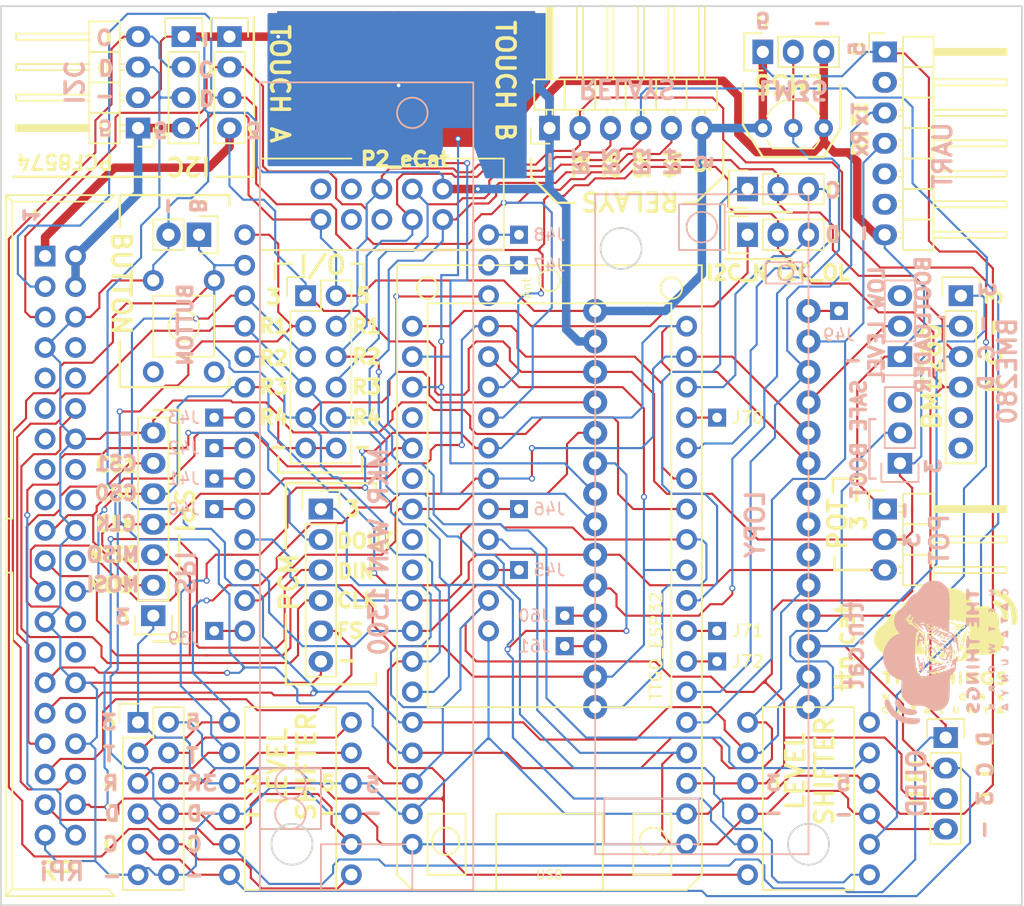
<source format=kicad_pcb>
(kicad_pcb (version 4) (host pcbnew 4.0.7+dfsg1-1~bpo8+1)
  (layers (0 F.Cu signal) (31 B.Cu signal) (34 B.Paste user hide) (35 F.Paste user hide) (36 B.SilkS user) (37 F.SilkS user) (38 B.Mask user) (39 F.Mask user) (44 Edge.Cuts user))
  (net 0 "")
  (net 1 "Net-(J39-Pad1)")
  (net 2 "Net-(J40-Pad1)")
  (net 3 "Net-(J41-Pad1)")
  (net 4 "Net-(J42-Pad1)")
  (net 5 "Net-(J43-Pad1)")
  (net 6 "Net-(J45-Pad1)")
  (net 7 "Net-(J46-Pad1)")
  (net 8 "Net-(J47-Pad1)")
  (net 9 "Net-(J48-Pad1)")
  (net 10 "Net-(J49-Pad1)")
  (net 11 "Net-(J60-Pad1)")
  (net 12 "Net-(J61-Pad1)")
  (net 13 "Net-(J70-Pad1)")
  (net 14 "Net-(J71-Pad1)")
  (net 15 "Net-(J72-Pad1)")
  (net 16 /VDD_3.3)
  (net 17 /VDD_5)
  (net 18 /I2C_SDA)
  (net 19 /I2C_SCL)
  (net 20 GND)
  (net 21 "Net-(P1-Pad8)")
  (net 22 "Net-(P1-Pad9)")
  (net 23 "Net-(P1-Pad10)")
  (net 24 "Net-(P1-Pad11)")
  (net 25 /PCM_CLK)
  (net 26 "Net-(P1-Pad13)")
  (net 27 "Net-(P1-Pad15)")
  (net 28 "Net-(P1-Pad16)")
  (net 29 "Net-(P1-Pad17)")
  (net 30 "Net-(P1-Pad18)")
  (net 31 /SPI_MOSI)
  (net 32 /SPI_MISO)
  (net 33 "Net-(P1-Pad22)")
  (net 34 /SPI_CLK)
  (net 35 /SPI_CS0)
  (net 36 /SPI_CS1)
  (net 37 "Net-(P1-Pad27)")
  (net 38 "Net-(P1-Pad28)")
  (net 39 /R1_3.3)
  (net 40 /R2_3.3)
  (net 41 "Net-(P1-Pad32)")
  (net 42 /R3_3.3)
  (net 43 /PCM_FS)
  (net 44 /BUTTON)
  (net 45 /R4_3.3)
  (net 46 /PCM_DIN)
  (net 47 /PCM_DOUT)
  (net 48 /DAC)
  (net 49 /LM35)
  (net 50 /POT)
  (net 51 /U2_RXD)
  (net 52 /U2_TXD)
  (net 53 /I2C_SCL_5)
  (net 54 /I2C_SDA_5)
  (net 55 /U2_RXD_5)
  (net 56 /U2_TXD_5)
  (net 57 /R4_5)
  (net 58 /R3_5)
  (net 59 /R2_5)
  (net 60 /R1_5)
  (net 61 /U0_RXD)
  (net 62 /U0_TXD)
  (net 63 /I2C_SCL_N)
  (net 64 /I2C_OLED_SCL)
  (net 65 /I2C_OLED_SDA)
  (net 66 /LORA_DI02)
  (net 67 /LORA_DI01)
  (net 68 /LORA_IRQ)
  (net 69 /LORA_RST)
  (net 70 /TOUCH_B)
  (net 71 /TOUCH_A)
  (net 72 /I2C_SDA_N)
  (net 73 "Net-(P9-Pad5)")
  (net 74 "Net-(P9-Pad6)")
  (net 75 "Net-(P10-Pad2)")
  (net 76 "Net-(P10-Pad5)")
  (net 77 "Net-(P10-Pad6)")
  (net 78 "Net-(P11-Pad6)")
  (net 79 "Net-(P11-Pad7)")
  (net 80 /SDA_5)
  (net 81 /SCL_5)
  (net 82 /SAFE_BOOT)
  (net 83 "Net-(P18-Pad3)")
  (net 84 /LW_LV_BTLD)
  (net 85 "Net-(P19-Pad3)")
  (net 86 "Net-(SW1-Pad1)")
  (net 87 "Net-(SW1-Pad4)")
  (net 88 "Net-(U12-Pad7)")
  (net 89 "Net-(U12-Pad8)")
  (net 90 "Net-(U12-Pad9)")
  (module Pin_Headers:Pin_Header_Angled_1x03 (layer F.Cu) (at 179.07 97.79)
    (fp_text reference P13 hide)
    (fp_text value POT_3.3)
    (pad 1 thru_hole rect (at 0 0) (size 2.032 1.7272) (drill 1.016) (layers *.Cu *.Mask) (net 20 GND))
    (pad 2 thru_hole oval (at 0 2.54) (size 2.032 1.7272) (drill 1.016) (layers *.Cu *.Mask) (net 16 /VDD_3.3))
    (pad 3 thru_hole oval (at 0 5.08) (size 2.032 1.7272) (drill 1.016) (layers *.Cu *.Mask) (net 50 /POT))
  )
  (module Pin_Headers:Pin_Header_Angled_1x07 (layer F.Cu) (at 179.07 59.69)
    (fp_text reference P10 hide)
    (fp_text value UART/USB_3.3)
    (pad 1 thru_hole rect (at 0 0) (size 2.032 1.7272) (drill 1.016) (layers *.Cu *.Mask) (net 17 /VDD_5))
    (pad 2 thru_hole oval (at 0 2.54) (size 2.032 1.7272) (drill 1.016) (layers *.Cu *.Mask) (net 75 "Net-(P10-Pad2)"))
    (pad 3 thru_hole oval (at 0 5.08) (size 2.032 1.7272) (drill 1.016) (layers *.Cu *.Mask) (net 62 /U0_TXD))
    (pad 4 thru_hole oval (at 0 7.62) (size 2.032 1.7272) (drill 1.016) (layers *.Cu *.Mask) (net 61 /U0_RXD))
    (pad 5 thru_hole oval (at 0 10.16) (size 2.032 1.7272) (drill 1.016) (layers *.Cu *.Mask) (net 76 "Net-(P10-Pad5)"))
    (pad 6 thru_hole oval (at 0 12.7) (size 2.032 1.7272) (drill 1.016) (layers *.Cu *.Mask) (net 77 "Net-(P10-Pad6)"))
    (pad 7 thru_hole oval (at 0 15.24) (size 2.032 1.7272) (drill 1.016) (layers *.Cu *.Mask) (net 20 GND))
  )
  (module Wire_Pads:SolderWirePad_single_SMD_5x10mm (layer F.Cu) (at 133.223 62.611)
    (fp_text reference J1 hide)
    (fp_text value Conn_01x01 hide)
    (pad 1 smd rect (at 0 0) (size 5 10) (layers F.Cu F.Paste F.Mask) (net 71 /TOUCH_A))
  )
  (module Wire_Pads:SolderWirePad_single_SMD_5x10mm (layer F.Cu) (at 143.51 62.611)
    (fp_text reference J2 hide)
    (fp_text value Conn_01x01 hide)
    (pad 1 smd rect (at 0 0) (size 5 10) (layers F.Cu F.Paste F.Mask) (net 70 /TOUCH_B))
  )
  (module Measurement_Points:Measurement_Point_Square-TH_Small (layer B.Cu) (at 123.19 107.95)
    (fp_text reference J39 (at -2.54 0.635) (layer B.SilkS) (effects (justify mirror)))
    (fp_text value Conn_01x01 hide)
    (pad 1 thru_hole rect (at 0 0) (size 1.5 1.5) (drill 0.8) (layers *.Cu *.Mask) (net 1 "Net-(J39-Pad1)"))
  )
  (module Measurement_Points:Measurement_Point_Square-TH_Small (layer B.Cu) (at 123.19 97.79)
    (fp_text reference J40 (at -2.54 0) (layer B.SilkS) (effects (justify mirror)))
    (fp_text value Conn_01x01 hide)
    (pad 1 thru_hole rect (at 0 0) (size 1.5 1.5) (drill 0.8) (layers *.Cu *.Mask) (net 2 "Net-(J40-Pad1)"))
  )
  (module Measurement_Points:Measurement_Point_Square-TH_Small (layer B.Cu) (at 123.19 95.25)
    (fp_text reference J41 (at -2.54 0) (layer B.SilkS) (effects (justify mirror)))
    (fp_text value Conn_01x01 hide)
    (pad 1 thru_hole rect (at 0 0) (size 1.5 1.5) (drill 0.8) (layers *.Cu *.Mask) (net 3 "Net-(J41-Pad1)"))
  )
  (module Measurement_Points:Measurement_Point_Square-TH_Small (layer B.Cu) (at 123.19 92.71)
    (fp_text reference J42 (at -2.54 0) (layer B.SilkS) (effects (justify mirror)))
    (fp_text value Conn_01x01 hide)
    (pad 1 thru_hole rect (at 0 0) (size 1.5 1.5) (drill 0.8) (layers *.Cu *.Mask) (net 4 "Net-(J42-Pad1)"))
  )
  (module Measurement_Points:Measurement_Point_Square-TH_Small (layer B.Cu) (at 123.19 90.17)
    (fp_text reference J43 (at -2.54 0) (layer B.SilkS) (effects (justify mirror)))
    (fp_text value Conn_01x01 hide)
    (pad 1 thru_hole rect (at 0 0) (size 1.5 1.5) (drill 0.8) (layers *.Cu *.Mask) (net 5 "Net-(J43-Pad1)"))
  )
  (module Measurement_Points:Measurement_Point_Square-TH_Small (layer B.Cu) (at 148.59 102.87)
    (fp_text reference J45 (at 2.54 0) (layer B.SilkS) (effects (justify mirror)))
    (fp_text value Conn_01x01 hide)
    (pad 1 thru_hole rect (at 0 0) (size 1.5 1.5) (drill 0.8) (layers *.Cu *.Mask) (net 6 "Net-(J45-Pad1)"))
  )
  (module Measurement_Points:Measurement_Point_Square-TH_Small (layer B.Cu) (at 148.59 97.79)
    (fp_text reference J46 (at 2.54 0) (layer B.SilkS) (effects (justify mirror)))
    (fp_text value Conn_01x01 hide)
    (pad 1 thru_hole rect (at 0 0) (size 1.5 1.5) (drill 0.8) (layers *.Cu *.Mask) (net 7 "Net-(J46-Pad1)"))
  )
  (module Measurement_Points:Measurement_Point_Square-TH_Small (layer B.Cu) (at 148.59 77.47)
    (fp_text reference J47 (at 2.54 0) (layer B.SilkS) (effects (justify mirror)))
    (fp_text value Conn_01x01 hide)
    (pad 1 thru_hole rect (at 0 0) (size 1.5 1.5) (drill 0.8) (layers *.Cu *.Mask) (net 8 "Net-(J47-Pad1)"))
  )
  (module Measurement_Points:Measurement_Point_Square-TH_Small (layer B.Cu) (at 148.59 74.93)
    (fp_text reference J48 (at 2.54 0) (layer B.SilkS) (effects (justify mirror)))
    (fp_text value Conn_01x01 hide)
    (pad 1 thru_hole rect (at 0 0) (size 1.5 1.5) (drill 0.8) (layers *.Cu *.Mask) (net 9 "Net-(J48-Pad1)"))
  )
  (module Measurement_Points:Measurement_Point_Square-TH_Small (layer B.Cu) (at 175.26 81.28)
    (fp_text reference J49 (at 0 2) (layer B.SilkS) (effects (justify mirror)))
    (fp_text value Conn_01x01 hide)
    (pad 1 thru_hole rect (at 0 0) (size 1.5 1.5) (drill 0.8) (layers *.Cu *.Mask) (net 10 "Net-(J49-Pad1)"))
  )
  (module Measurement_Points:Measurement_Point_Square-TH_Small (layer B.Cu) (at 152.4 106.68)
    (fp_text reference J60 (at -2.54 0) (layer B.SilkS) (effects (justify mirror)))
    (fp_text value Conn_01x01 hide)
    (pad 1 thru_hole rect (at 0 0) (size 1.5 1.5) (drill 0.8) (layers *.Cu *.Mask) (net 11 "Net-(J60-Pad1)"))
  )
  (module Measurement_Points:Measurement_Point_Square-TH_Small (layer B.Cu) (at 152.4 109.22)
    (fp_text reference J61 (at -2.54 0) (layer B.SilkS) (effects (justify mirror)))
    (fp_text value Conn_01x01 hide)
    (pad 1 thru_hole rect (at 0 0) (size 1.5 1.5) (drill 0.8) (layers *.Cu *.Mask) (net 12 "Net-(J61-Pad1)"))
  )
  (module Measurement_Points:Measurement_Point_Square-TH_Small (layer F.Cu) (at 165.1 90.17)
    (fp_text reference J70 (at 2.54 0) (layer F.SilkS))
    (fp_text value Conn_01x01 hide)
    (pad 1 thru_hole rect (at 0 0) (size 1.5 1.5) (drill 0.8) (layers *.Cu *.Mask) (net 13 "Net-(J70-Pad1)"))
  )
  (module Measurement_Points:Measurement_Point_Square-TH_Small (layer F.Cu) (at 165.1 107.95)
    (fp_text reference J71 (at 2.54 0) (layer F.SilkS))
    (fp_text value Conn_01x01 hide)
    (pad 1 thru_hole rect (at 0 0) (size 1.5 1.5) (drill 0.8) (layers *.Cu *.Mask) (net 14 "Net-(J71-Pad1)"))
  )
  (module Measurement_Points:Measurement_Point_Square-TH_Small (layer F.Cu) (at 165.1 110.49)
    (fp_text reference J72 (at 2.54 0) (layer F.SilkS))
    (fp_text value Conn_01x01 hide)
    (pad 1 thru_hole rect (at 0 0) (size 1.5 1.5) (drill 0.8) (layers *.Cu *.Mask) (net 15 "Net-(J72-Pad1)"))
  )
  (module Pin_Headers:Pin_Header_Straight_1x02 (layer F.Cu) (at 121.92 74.93 270)
    (fp_text reference P2 hide)
    (fp_text value BT)
    (pad 1 thru_hole rect (at 0 0 270) (size 2.032 2.032) (drill 1.016) (layers *.Cu *.Mask) (net 44 /BUTTON))
    (pad 2 thru_hole oval (at 0 2.54 270) (size 2.032 2.032) (drill 1.016) (layers *.Cu *.Mask) (net 20 GND))
  )
  (module Pin_Headers:Pin_Header_Straight_2x06 (layer F.Cu) (at 116.84 115.57)
    (fp_text reference P3 hide)
    (fp_text value UART/I2C)
    (pad 1 thru_hole rect (at 0 0) (size 1.7272 1.7272) (drill 1.016) (layers *.Cu *.Mask) (net 16 /VDD_3.3))
    (pad 2 thru_hole oval (at 2.54 0) (size 1.7272 1.7272) (drill 1.016) (layers *.Cu *.Mask) (net 17 /VDD_5))
    (pad 3 thru_hole oval (at 0 2.54) (size 1.7272 1.7272) (drill 1.016) (layers *.Cu *.Mask) (net 52 /U2_TXD))
    (pad 4 thru_hole oval (at 2.54 2.54) (size 1.7272 1.7272) (drill 1.016) (layers *.Cu *.Mask) (net 56 /U2_TXD_5))
    (pad 5 thru_hole oval (at 0 5.08) (size 1.7272 1.7272) (drill 1.016) (layers *.Cu *.Mask) (net 51 /U2_RXD))
    (pad 6 thru_hole oval (at 2.54 5.08) (size 1.7272 1.7272) (drill 1.016) (layers *.Cu *.Mask) (net 55 /U2_RXD_5))
    (pad 7 thru_hole oval (at 0 7.62) (size 1.7272 1.7272) (drill 1.016) (layers *.Cu *.Mask) (net 18 /I2C_SDA))
    (pad 8 thru_hole oval (at 2.54 7.62) (size 1.7272 1.7272) (drill 1.016) (layers *.Cu *.Mask) (net 54 /I2C_SDA_5))
    (pad 9 thru_hole oval (at 0 10.16) (size 1.7272 1.7272) (drill 1.016) (layers *.Cu *.Mask) (net 19 /I2C_SCL))
    (pad 10 thru_hole oval (at 2.54 10.16) (size 1.7272 1.7272) (drill 1.016) (layers *.Cu *.Mask) (net 53 /I2C_SCL_5))
    (pad 11 thru_hole oval (at 0 12.7) (size 1.7272 1.7272) (drill 1.016) (layers *.Cu *.Mask) (net 20 GND))
    (pad 12 thru_hole oval (at 2.54 12.7) (size 1.7272 1.7272) (drill 1.016) (layers *.Cu *.Mask) (net 20 GND))
  )
  (module Pin_Headers:Pin_Header_Straight_2x06 (layer F.Cu) (at 130.81 80.01)
    (fp_text reference P4 hide)
    (fp_text value "4 I/O")
    (pad 1 thru_hole rect (at 0 0) (size 1.7272 1.7272) (drill 1.016) (layers *.Cu *.Mask) (net 16 /VDD_3.3))
    (pad 2 thru_hole oval (at 2.54 0) (size 1.7272 1.7272) (drill 1.016) (layers *.Cu *.Mask) (net 17 /VDD_5))
    (pad 3 thru_hole oval (at 0 2.54) (size 1.7272 1.7272) (drill 1.016) (layers *.Cu *.Mask) (net 39 /R1_3.3))
    (pad 4 thru_hole oval (at 2.54 2.54) (size 1.7272 1.7272) (drill 1.016) (layers *.Cu *.Mask) (net 60 /R1_5))
    (pad 5 thru_hole oval (at 0 5.08) (size 1.7272 1.7272) (drill 1.016) (layers *.Cu *.Mask) (net 40 /R2_3.3))
    (pad 6 thru_hole oval (at 2.54 5.08) (size 1.7272 1.7272) (drill 1.016) (layers *.Cu *.Mask) (net 59 /R2_5))
    (pad 7 thru_hole oval (at 0 7.62) (size 1.7272 1.7272) (drill 1.016) (layers *.Cu *.Mask) (net 42 /R3_3.3))
    (pad 8 thru_hole oval (at 2.54 7.62) (size 1.7272 1.7272) (drill 1.016) (layers *.Cu *.Mask) (net 58 /R3_5))
    (pad 9 thru_hole oval (at 0 10.16) (size 1.7272 1.7272) (drill 1.016) (layers *.Cu *.Mask) (net 45 /R4_3.3))
    (pad 10 thru_hole oval (at 2.54 10.16) (size 1.7272 1.7272) (drill 1.016) (layers *.Cu *.Mask) (net 57 /R4_5))
    (pad 11 thru_hole oval (at 0 12.7) (size 1.7272 1.7272) (drill 1.016) (layers *.Cu *.Mask) (net 20 GND))
    (pad 12 thru_hole oval (at 2.54 12.7) (size 1.7272 1.7272) (drill 1.016) (layers *.Cu *.Mask) (net 20 GND))
  )
  (module Pin_Headers:Pin_Header_Straight_1x04 (layer F.Cu) (at 120.65 58.42)
    (fp_text reference P5 hide)
    (fp_text value I2C_5)
    (pad 1 thru_hole rect (at 0 0) (size 2.032 1.7272) (drill 1.016) (layers *.Cu *.Mask) (net 20 GND))
    (pad 2 thru_hole oval (at 0 2.54) (size 2.032 1.7272) (drill 1.016) (layers *.Cu *.Mask) (net 53 /I2C_SCL_5))
    (pad 3 thru_hole oval (at 0 5.08) (size 2.032 1.7272) (drill 1.016) (layers *.Cu *.Mask) (net 54 /I2C_SDA_5))
    (pad 4 thru_hole oval (at 0 7.62) (size 2.032 1.7272) (drill 1.016) (layers *.Cu *.Mask) (net 17 /VDD_5))
  )
  (module Pin_Headers:Pin_Header_Straight_1x06 (layer F.Cu) (at 132.08 97.79)
    (fp_text reference P6 hide)
    (fp_text value PCM_3.3)
    (pad 1 thru_hole rect (at 0 0) (size 2.032 1.7272) (drill 1.016) (layers *.Cu *.Mask) (net 16 /VDD_3.3))
    (pad 2 thru_hole oval (at 0 2.54) (size 2.032 1.7272) (drill 1.016) (layers *.Cu *.Mask) (net 47 /PCM_DOUT))
    (pad 3 thru_hole oval (at 0 5.08) (size 2.032 1.7272) (drill 1.016) (layers *.Cu *.Mask) (net 46 /PCM_DIN))
    (pad 4 thru_hole oval (at 0 7.62) (size 2.032 1.7272) (drill 1.016) (layers *.Cu *.Mask) (net 25 /PCM_CLK))
    (pad 5 thru_hole oval (at 0 10.16) (size 2.032 1.7272) (drill 1.016) (layers *.Cu *.Mask) (net 43 /PCM_FS))
    (pad 6 thru_hole oval (at 0 12.7) (size 2.032 1.7272) (drill 1.016) (layers *.Cu *.Mask) (net 20 GND))
  )
  (module Pin_Headers:Pin_Header_Straight_1x04 (layer F.Cu) (at 124.46 58.42)
    (fp_text reference P7 hide)
    (fp_text value I2C_3.3)
    (pad 1 thru_hole rect (at 0 0) (size 2.032 1.7272) (drill 1.016) (layers *.Cu *.Mask) (net 20 GND))
    (pad 2 thru_hole oval (at 0 2.54) (size 2.032 1.7272) (drill 1.016) (layers *.Cu *.Mask) (net 19 /I2C_SCL))
    (pad 3 thru_hole oval (at 0 5.08) (size 2.032 1.7272) (drill 1.016) (layers *.Cu *.Mask) (net 18 /I2C_SDA))
    (pad 4 thru_hole oval (at 0 7.62) (size 2.032 1.7272) (drill 1.016) (layers *.Cu *.Mask) (net 16 /VDD_3.3))
  )
  (module Pin_Headers:Pin_Header_Straight_1x07 (layer F.Cu) (at 118.11 106.68 180)
    (fp_text reference P8 hide)
    (fp_text value SPI_3.3)
    (pad 1 thru_hole rect (at 0 0 180) (size 2.032 1.7272) (drill 1.016) (layers *.Cu *.Mask) (net 16 /VDD_3.3))
    (pad 2 thru_hole oval (at 0 2.54 180) (size 2.032 1.7272) (drill 1.016) (layers *.Cu *.Mask) (net 31 /SPI_MOSI))
    (pad 3 thru_hole oval (at 0 5.08 180) (size 2.032 1.7272) (drill 1.016) (layers *.Cu *.Mask) (net 32 /SPI_MISO))
    (pad 4 thru_hole oval (at 0 7.62 180) (size 2.032 1.7272) (drill 1.016) (layers *.Cu *.Mask) (net 34 /SPI_CLK))
    (pad 5 thru_hole oval (at 0 10.16 180) (size 2.032 1.7272) (drill 1.016) (layers *.Cu *.Mask) (net 35 /SPI_CS0))
    (pad 6 thru_hole oval (at 0 12.7 180) (size 2.032 1.7272) (drill 1.016) (layers *.Cu *.Mask) (net 36 /SPI_CS1))
    (pad 7 thru_hole oval (at 0 15.24 180) (size 2.032 1.7272) (drill 1.016) (layers *.Cu *.Mask) (net 20 GND))
  )
  (module Pin_Headers:Pin_Header_Straight_1x06 (layer F.Cu) (at 185.42 80.01)
    (fp_text reference P9 hide)
    (fp_text value BME280)
    (pad 1 thru_hole rect (at 0 0) (size 2.032 1.7272) (drill 1.016) (layers *.Cu *.Mask) (net 16 /VDD_3.3))
    (pad 2 thru_hole oval (at 0 2.54) (size 2.032 1.7272) (drill 1.016) (layers *.Cu *.Mask) (net 20 GND))
    (pad 3 thru_hole oval (at 0 5.08) (size 2.032 1.7272) (drill 1.016) (layers *.Cu *.Mask) (net 19 /I2C_SCL))
    (pad 4 thru_hole oval (at 0 7.62) (size 2.032 1.7272) (drill 1.016) (layers *.Cu *.Mask) (net 18 /I2C_SDA))
    (pad 5 thru_hole oval (at 0 10.16) (size 2.032 1.7272) (drill 1.016) (layers *.Cu *.Mask) (net 73 "Net-(P9-Pad5)"))
    (pad 6 thru_hole oval (at 0 12.7) (size 2.032 1.7272) (drill 1.016) (layers *.Cu *.Mask) (net 74 "Net-(P9-Pad6)"))
  )
  (module Pin_Headers:Pin_Header_Angled_1x06 (layer F.Cu) (at 151.13 66.04 90)
    (fp_text reference P12 hide)
    (fp_text value RELAYS_5)
    (pad 1 thru_hole rect (at 0 0 90) (size 2.032 1.7272) (drill 1.016) (layers *.Cu *.Mask) (net 20 GND))
    (pad 2 thru_hole oval (at 0 2.54 90) (size 2.032 1.7272) (drill 1.016) (layers *.Cu *.Mask) (net 60 /R1_5))
    (pad 3 thru_hole oval (at 0 5.08 90) (size 2.032 1.7272) (drill 1.016) (layers *.Cu *.Mask) (net 59 /R2_5))
    (pad 4 thru_hole oval (at 0 7.62 90) (size 2.032 1.7272) (drill 1.016) (layers *.Cu *.Mask) (net 58 /R3_5))
    (pad 5 thru_hole oval (at 0 10.16 90) (size 2.032 1.7272) (drill 1.016) (layers *.Cu *.Mask) (net 57 /R4_5))
    (pad 6 thru_hole oval (at 0 12.7 90) (size 2.032 1.7272) (drill 1.016) (layers *.Cu *.Mask) (net 17 /VDD_5))
  )
  (module Pin_Headers:Pin_Header_Straight_1x03 (layer F.Cu) (at 168.91 59.69 90)
    (fp_text reference P14 hide)
    (fp_text value LM35)
    (pad 1 thru_hole rect (at 0 0 90) (size 2.032 1.7272) (drill 1.016) (layers *.Cu *.Mask) (net 17 /VDD_5))
    (pad 2 thru_hole oval (at 0 2.54 90) (size 2.032 1.7272) (drill 1.016) (layers *.Cu *.Mask) (net 49 /LM35))
    (pad 3 thru_hole oval (at 0 5.08 90) (size 2.032 1.7272) (drill 1.016) (layers *.Cu *.Mask) (net 20 GND))
  )
  (module Pin_Headers:Pin_Header_Straight_1x04 (layer F.Cu) (at 184.15 116.84)
    (fp_text reference P15 hide)
    (fp_text value OLED_3.3)
    (pad 1 thru_hole rect (at 0 0) (size 2.032 1.7272) (drill 1.016) (layers *.Cu *.Mask) (net 18 /I2C_SDA))
    (pad 2 thru_hole oval (at 0 2.54) (size 2.032 1.7272) (drill 1.016) (layers *.Cu *.Mask) (net 19 /I2C_SCL))
    (pad 3 thru_hole oval (at 0 5.08) (size 2.032 1.7272) (drill 1.016) (layers *.Cu *.Mask) (net 16 /VDD_3.3))
    (pad 4 thru_hole oval (at 0 7.62) (size 2.032 1.7272) (drill 1.016) (layers *.Cu *.Mask) (net 20 GND))
  )
  (module Pin_Headers:Pin_Header_Straight_1x03 (layer F.Cu) (at 167.64 74.93 90)
    (fp_text reference P16 hide)
    (fp_text value SW_I2C_SDA)
    (pad 1 thru_hole rect (at 0 0 90) (size 2.032 1.7272) (drill 1.016) (layers *.Cu *.Mask) (net 72 /I2C_SDA_N))
    (pad 2 thru_hole oval (at 0 2.54 90) (size 2.032 1.7272) (drill 1.016) (layers *.Cu *.Mask) (net 18 /I2C_SDA))
    (pad 3 thru_hole oval (at 0 5.08 90) (size 2.032 1.7272) (drill 1.016) (layers *.Cu *.Mask) (net 65 /I2C_OLED_SDA))
  )
  (module Pin_Headers:Pin_Header_Straight_1x03 (layer F.Cu) (at 167.64 71.12 90)
    (fp_text reference P17 hide)
    (fp_text value SW_I2C_SCL)
    (pad 1 thru_hole rect (at 0 0 90) (size 2.032 1.7272) (drill 1.016) (layers *.Cu *.Mask) (net 63 /I2C_SCL_N))
    (pad 2 thru_hole oval (at 0 2.54 90) (size 2.032 1.7272) (drill 1.016) (layers *.Cu *.Mask) (net 19 /I2C_SCL))
    (pad 3 thru_hole oval (at 0 5.08 90) (size 2.032 1.7272) (drill 1.016) (layers *.Cu *.Mask) (net 64 /I2C_OLED_SCL))
  )
  (module Pin_Headers:Pin_Header_Straight_1x03 (layer B.Cu) (at 180.34 93.98)
    (fp_text reference P18 hide)
    (fp_text value "SAFE BOOT")
    (pad 1 thru_hole rect (at 0 0) (size 2.032 1.7272) (drill 1.016) (layers *.Cu *.Mask) (net 16 /VDD_3.3))
    (pad 2 thru_hole oval (at 0 -2.54) (size 2.032 1.7272) (drill 1.016) (layers *.Cu *.Mask) (net 82 /SAFE_BOOT))
    (pad 3 thru_hole oval (at 0 -5.08) (size 2.032 1.7272) (drill 1.016) (layers *.Cu *.Mask) (net 83 "Net-(P18-Pad3)"))
  )
  (module Pin_Headers:Pin_Header_Straight_1x03 (layer B.Cu) (at 180.34 85.09)
    (fp_text reference P19 hide)
    (fp_text value "LOW LEVEL BOOTLOADER")
    (pad 1 thru_hole rect (at 0 0) (size 2.032 1.7272) (drill 1.016) (layers *.Cu *.Mask) (net 20 GND))
    (pad 2 thru_hole oval (at 0 -2.54) (size 2.032 1.7272) (drill 1.016) (layers *.Cu *.Mask) (net 84 /LW_LV_BTLD))
    (pad 3 thru_hole oval (at 0 -5.08) (size 2.032 1.7272) (drill 1.016) (layers *.Cu *.Mask) (net 85 "Net-(P19-Pad3)"))
  )
  (module Pin_Headers:Pin_Header_Angled_1x04 (layer F.Cu) (at 116.84 66.04 180)
    (fp_text reference P20 hide)
    (fp_text value PCF8574)
    (pad 1 thru_hole rect (at 0 0 180) (size 2.032 1.7272) (drill 1.016) (layers *.Cu *.Mask) (net 17 /VDD_5))
    (pad 2 thru_hole oval (at 0 2.54 180) (size 2.032 1.7272) (drill 1.016) (layers *.Cu *.Mask) (net 20 GND))
    (pad 3 thru_hole oval (at 0 5.08 180) (size 2.032 1.7272) (drill 1.016) (layers *.Cu *.Mask) (net 54 /I2C_SDA_5))
    (pad 4 thru_hole oval (at 0 7.62 180) (size 2.032 1.7272) (drill 1.016) (layers *.Cu *.Mask) (net 53 /I2C_SCL_5))
  )
  (module TO_SOT_Packages_THT:TO-92_Inline_Wide (layer F.Cu) (at 168.91 66.04)
    (fp_text reference J62 hide)
    (fp_text value LM35_c)
    (pad 2 thru_hole circle (at 2.54 0 90) (size 1.524 1.524) (drill 0.8) (layers *.Cu *.Mask) (net 49 /LM35))
    (pad 3 thru_hole circle (at 5.08 0 90) (size 1.524 1.524) (drill 0.8) (layers *.Cu *.Mask) (net 20 GND))
    (pad 1 thru_hole circle (at 0 0 90) (size 1.524 1.524) (drill 0.8) (layers *.Cu *.Mask) (net 17 /VDD_5))
  )
  (module kicadPrj_iot:IDC_Header_Straight_40pins (layer F.Cu) (at 109.093 76.708 270)
    (fp_text reference P1 hide)
    (fp_text value CONN_02X20)
    (pad 1 thru_hole rect (at 0 0 270) (size 1.7272 1.7272) (drill 1.016) (layers *.Cu *.Mask) (net 16 /VDD_3.3))
    (pad 2 thru_hole oval (at 0 -2.54 270) (size 1.7272 1.7272) (drill 1.016) (layers *.Cu *.Mask) (net 17 /VDD_5))
    (pad 3 thru_hole oval (at 2.54 0 270) (size 1.7272 1.7272) (drill 1.016) (layers *.Cu *.Mask) (net 18 /I2C_SDA))
    (pad 4 thru_hole oval (at 2.54 -2.54 270) (size 1.7272 1.7272) (drill 1.016) (layers *.Cu *.Mask) (net 17 /VDD_5))
    (pad 5 thru_hole oval (at 5.08 0 270) (size 1.7272 1.7272) (drill 1.016) (layers *.Cu *.Mask) (net 19 /I2C_SCL))
    (pad 6 thru_hole oval (at 5.08 -2.54 270) (size 1.7272 1.7272) (drill 1.016) (layers *.Cu *.Mask) (net 20 GND))
    (pad 7 thru_hole oval (at 7.62 0 270) (size 1.7272 1.7272) (drill 1.016) (layers *.Cu *.Mask) (net 20 GND))
    (pad 8 thru_hole oval (at 7.62 -2.54 270) (size 1.7272 1.7272) (drill 1.016) (layers *.Cu *.Mask) (net 21 "Net-(P1-Pad8)"))
    (pad 9 thru_hole oval (at 10.16 0 270) (size 1.7272 1.7272) (drill 1.016) (layers *.Cu *.Mask) (net 22 "Net-(P1-Pad9)"))
    (pad 10 thru_hole oval (at 10.16 -2.54 270) (size 1.7272 1.7272) (drill 1.016) (layers *.Cu *.Mask) (net 23 "Net-(P1-Pad10)"))
    (pad 11 thru_hole oval (at 12.7 0 270) (size 1.7272 1.7272) (drill 1.016) (layers *.Cu *.Mask) (net 24 "Net-(P1-Pad11)"))
    (pad 12 thru_hole oval (at 12.7 -2.54 270) (size 1.7272 1.7272) (drill 1.016) (layers *.Cu *.Mask) (net 25 /PCM_CLK))
    (pad 13 thru_hole oval (at 15.24 0 270) (size 1.7272 1.7272) (drill 1.016) (layers *.Cu *.Mask) (net 26 "Net-(P1-Pad13)"))
    (pad 14 thru_hole oval (at 15.24 -2.54 270) (size 1.7272 1.7272) (drill 1.016) (layers *.Cu *.Mask) (net 20 GND))
    (pad 15 thru_hole oval (at 17.78 0 270) (size 1.7272 1.7272) (drill 1.016) (layers *.Cu *.Mask) (net 27 "Net-(P1-Pad15)"))
    (pad 16 thru_hole oval (at 17.78 -2.54 270) (size 1.7272 1.7272) (drill 1.016) (layers *.Cu *.Mask) (net 28 "Net-(P1-Pad16)"))
    (pad 17 thru_hole oval (at 20.32 0 270) (size 1.7272 1.7272) (drill 1.016) (layers *.Cu *.Mask) (net 29 "Net-(P1-Pad17)"))
    (pad 18 thru_hole oval (at 20.32 -2.54 270) (size 1.7272 1.7272) (drill 1.016) (layers *.Cu *.Mask) (net 30 "Net-(P1-Pad18)"))
    (pad 19 thru_hole oval (at 22.86 0 270) (size 1.7272 1.7272) (drill 1.016) (layers *.Cu *.Mask) (net 31 /SPI_MOSI))
    (pad 20 thru_hole oval (at 22.86 -2.54 270) (size 1.7272 1.7272) (drill 1.016) (layers *.Cu *.Mask) (net 20 GND))
    (pad 21 thru_hole oval (at 25.4 0 270) (size 1.7272 1.7272) (drill 1.016) (layers *.Cu *.Mask) (net 32 /SPI_MISO))
    (pad 22 thru_hole oval (at 25.4 -2.54 270) (size 1.7272 1.7272) (drill 1.016) (layers *.Cu *.Mask) (net 33 "Net-(P1-Pad22)"))
    (pad 23 thru_hole oval (at 27.94 0 270) (size 1.7272 1.7272) (drill 1.016) (layers *.Cu *.Mask) (net 34 /SPI_CLK))
    (pad 24 thru_hole oval (at 27.94 -2.54 270) (size 1.7272 1.7272) (drill 1.016) (layers *.Cu *.Mask) (net 35 /SPI_CS0))
    (pad 25 thru_hole oval (at 30.48 0 270) (size 1.7272 1.7272) (drill 1.016) (layers *.Cu *.Mask) (net 20 GND))
    (pad 26 thru_hole oval (at 30.48 -2.54 270) (size 1.7272 1.7272) (drill 1.016) (layers *.Cu *.Mask) (net 36 /SPI_CS1))
    (pad 27 thru_hole oval (at 33.02 0 270) (size 1.7272 1.7272) (drill 1.016) (layers *.Cu *.Mask) (net 37 "Net-(P1-Pad27)"))
    (pad 28 thru_hole oval (at 33.02 -2.54 270) (size 1.7272 1.7272) (drill 1.016) (layers *.Cu *.Mask) (net 38 "Net-(P1-Pad28)"))
    (pad 29 thru_hole oval (at 35.56 0 270) (size 1.7272 1.7272) (drill 1.016) (layers *.Cu *.Mask) (net 39 /R1_3.3))
    (pad 30 thru_hole oval (at 35.56 -2.54 270) (size 1.7272 1.7272) (drill 1.016) (layers *.Cu *.Mask) (net 20 GND))
    (pad 31 thru_hole oval (at 38.1 0 270) (size 1.7272 1.7272) (drill 1.016) (layers *.Cu *.Mask) (net 40 /R2_3.3))
    (pad 32 thru_hole oval (at 38.1 -2.54 270) (size 1.7272 1.7272) (drill 1.016) (layers *.Cu *.Mask) (net 41 "Net-(P1-Pad32)"))
    (pad 33 thru_hole oval (at 40.64 0 270) (size 1.7272 1.7272) (drill 1.016) (layers *.Cu *.Mask) (net 42 /R3_3.3))
    (pad 34 thru_hole oval (at 40.64 -2.54 270) (size 1.7272 1.7272) (drill 1.016) (layers *.Cu *.Mask) (net 20 GND))
    (pad 35 thru_hole oval (at 43.18 0 270) (size 1.7272 1.7272) (drill 1.016) (layers *.Cu *.Mask) (net 43 /PCM_FS))
    (pad 36 thru_hole oval (at 43.18 -2.54 270) (size 1.7272 1.7272) (drill 1.016) (layers *.Cu *.Mask) (net 44 /BUTTON))
    (pad 37 thru_hole oval (at 45.72 0 270) (size 1.7272 1.7272) (drill 1.016) (layers *.Cu *.Mask) (net 45 /R4_3.3))
    (pad 38 thru_hole oval (at 45.72 -2.54 270) (size 1.7272 1.7272) (drill 1.016) (layers *.Cu *.Mask) (net 46 /PCM_DIN))
    (pad 39 thru_hole oval (at 48.26 0 270) (size 1.7272 1.7272) (drill 1.016) (layers *.Cu *.Mask) (net 20 GND))
    (pad 40 thru_hole oval (at 48.26 -2.54 270) (size 1.7272 1.7272) (drill 1.016) (layers *.Cu *.Mask) (net 47 /PCM_DOUT))
  )
  (module Pycom:LoPy_with_headers (layer B.Cu) (at 172.72 81.28 270)
    (fp_text reference U12 hide)
    (fp_text value LoPy)
    (pad 1 thru_hole circle (at 0 0 270) (size 2 2) (drill 1.02) (layers *.Cu *.Mask) (net 10 "Net-(J49-Pad1)"))
    (pad 2 thru_hole circle (at 2.54 0 270) (size 2 2) (drill 1.02) (layers *.Cu *.Mask) (net 61 /U0_RXD))
    (pad 3 thru_hole circle (at 5.08 0 270) (size 2 2) (drill 1.02) (layers *.Cu *.Mask) (net 62 /U0_TXD))
    (pad 4 thru_hole circle (at 7.62 0 270) (size 2 2) (drill 1.02) (layers *.Cu *.Mask) (net 84 /LW_LV_BTLD))
    (pad 5 thru_hole circle (at 10.16 0 270) (size 2 2) (drill 1.02) (layers *.Cu *.Mask) (net 52 /U2_TXD))
    (pad 6 thru_hole circle (at 12.7 0 270) (size 2 2) (drill 1.02) (layers *.Cu *.Mask) (net 51 /U2_RXD))
    (pad 7 thru_hole circle (at 15.24 0 270) (size 2 2) (drill 1.02) (layers *.Cu *.Mask) (net 88 "Net-(U12-Pad7)"))
    (pad 8 thru_hole circle (at 17.78 0 270) (size 2 2) (drill 1.02) (layers *.Cu *.Mask) (net 89 "Net-(U12-Pad8)"))
    (pad 9 thru_hole circle (at 20.32 0 270) (size 2 2) (drill 1.02) (layers *.Cu *.Mask) (net 90 "Net-(U12-Pad9)"))
    (pad 10 thru_hole circle (at 22.86 0 270) (size 2 2) (drill 1.02) (layers *.Cu *.Mask) (net 39 /R1_3.3))
    (pad 11 thru_hole circle (at 25.4 0 270) (size 2 2) (drill 1.02) (layers *.Cu *.Mask) (net 18 /I2C_SDA))
    (pad 12 thru_hole circle (at 27.94 0 270) (size 2 2) (drill 1.02) (layers *.Cu *.Mask) (net 19 /I2C_SCL))
    (pad 13 thru_hole circle (at 30.48 0 270) (size 2 2) (drill 1.02) (layers *.Cu *.Mask) (net 40 /R2_3.3))
    (pad 14 thru_hole circle (at 33.02 0 270) (size 2 2) (drill 1.02) (layers *.Cu *.Mask) (net 82 /SAFE_BOOT))
    (pad 15 thru_hole circle (at 33.02 17.78 270) (size 2 2) (drill 1.02) (layers *.Cu *.Mask) (net 44 /BUTTON))
    (pad 16 thru_hole circle (at 30.48 17.78 270) (size 2 2) (drill 1.02) (layers *.Cu *.Mask) (net 32 /SPI_MISO))
    (pad 17 thru_hole circle (at 27.94 17.78 270) (size 2 2) (drill 1.02) (layers *.Cu *.Mask) (net 12 "Net-(J61-Pad1)"))
    (pad 18 thru_hole circle (at 25.4 17.78 270) (size 2 2) (drill 1.02) (layers *.Cu *.Mask) (net 11 "Net-(J60-Pad1)"))
    (pad 19 thru_hole circle (at 22.86 17.78 270) (size 2 2) (drill 1.02) (layers *.Cu *.Mask) (net 49 /LM35))
    (pad 20 thru_hole circle (at 20.32 17.78 270) (size 2 2) (drill 1.02) (layers *.Cu *.Mask) (net 50 /POT))
    (pad 21 thru_hole circle (at 17.78 17.78 270) (size 2 2) (drill 1.02) (layers *.Cu *.Mask) (net 70 /TOUCH_B))
    (pad 22 thru_hole circle (at 15.24 17.78 270) (size 2 2) (drill 1.02) (layers *.Cu *.Mask) (net 71 /TOUCH_A))
    (pad 23 thru_hole circle (at 12.7 17.78 270) (size 2 2) (drill 1.02) (layers *.Cu *.Mask) (net 42 /R3_3.3))
    (pad 24 thru_hole circle (at 10.16 17.78 270) (size 2 2) (drill 1.02) (layers *.Cu *.Mask) (net 48 /DAC))
    (pad 25 thru_hole circle (at 7.62 17.78 270) (size 2 2) (drill 1.02) (layers *.Cu *.Mask) (net 45 /R4_3.3))
    (pad 26 thru_hole circle (at 5.08 17.78 270) (size 2 2) (drill 1.02) (layers *.Cu *.Mask) (net 16 /VDD_3.3))
    (pad 27 thru_hole circle (at 2.54 17.78 270) (size 2 2) (drill 1.02) (layers *.Cu *.Mask) (net 20 GND))
    (pad 28 thru_hole circle (at 0 17.78 270) (size 2 2) (drill 1.02) (layers *.Cu *.Mask) (net 17 /VDD_5))
  )
  (module kicadPrj_iot:ttn_06 (layer F.Cu) (at 184.15 109.601)
    (fp_text reference G*** hide)
    (fp_text value LOGO hide)
  )
  (module kicadPrj_iot:ttn_06 (layer B.Cu) (at 184.15 109.728 270)
    (fp_text reference G*** hide)
    (fp_text value LOGO hide)
  )
  (module eCat:BUTTON_THROUGH_HOLE (layer F.Cu) (at 120.65 82.55 90)
    (fp_text reference SW1 hide)
    (fp_text value BUTTON)
    (pad 1 thru_hole circle (at -3.81 -2.54 90) (size 1.7272 1.7272) (drill 1.016) (layers *.Cu *.Mask) (net 86 "Net-(SW1-Pad1)"))
    (pad 2 thru_hole circle (at 3.81 -2.54 90) (size 1.7272 1.7272) (drill 1.016) (layers *.Cu *.Mask) (net 20 GND))
    (pad 3 thru_hole circle (at 3.81 2.54 90) (size 1.7272 1.7272) (drill 1.016) (layers *.Cu *.Mask) (net 44 /BUTTON))
    (pad 4 thru_hole circle (at -3.81 2.54 90) (size 1.7272 1.7272) (drill 1.016) (layers *.Cu *.Mask) (net 87 "Net-(SW1-Pad4)"))
  )
  (module eCat:LEVEL_SHIFTER (layer F.Cu) (at 129.54 121.92)
    (fp_text reference U8 hide)
    (fp_text value LEVEL_SHIFTER)
    (pad 1 thru_hole circle (at -5.08 -6.35) (size 1.7272 1.7272) (drill 1.016) (layers *.Cu *.Mask) (net 52 /U2_TXD))
    (pad 2 thru_hole circle (at -5.08 -3.81) (size 1.7272 1.7272) (drill 1.016) (layers *.Cu *.Mask) (net 51 /U2_RXD))
    (pad 3 thru_hole circle (at -5.08 -1.27) (size 1.7272 1.7272) (drill 1.016) (layers *.Cu *.Mask) (net 16 /VDD_3.3))
    (pad 4 thru_hole circle (at -5.08 1.27) (size 1.7272 1.7272) (drill 1.016) (layers *.Cu *.Mask) (net 20 GND))
    (pad 5 thru_hole circle (at -5.08 3.81) (size 1.7272 1.7272) (drill 1.016) (layers *.Cu *.Mask) (net 18 /I2C_SDA))
    (pad 6 thru_hole circle (at -5.08 6.35) (size 1.7272 1.7272) (drill 1.016) (layers *.Cu *.Mask) (net 19 /I2C_SCL))
    (pad 7 thru_hole circle (at 5.08 6.35) (size 1.7272 1.7272) (drill 1.016) (layers *.Cu *.Mask) (net 53 /I2C_SCL_5))
    (pad 8 thru_hole circle (at 5.08 3.81) (size 1.7272 1.7272) (drill 1.016) (layers *.Cu *.Mask) (net 54 /I2C_SDA_5))
    (pad 9 thru_hole circle (at 5.08 1.27) (size 1.7272 1.7272) (drill 1.016) (layers *.Cu *.Mask) (net 20 GND))
    (pad 10 thru_hole circle (at 5.08 -1.27) (size 1.7272 1.7272) (drill 1.016) (layers *.Cu *.Mask) (net 17 /VDD_5))
    (pad 11 thru_hole circle (at 5.08 -3.81) (size 1.7272 1.7272) (drill 1.016) (layers *.Cu *.Mask) (net 55 /U2_RXD_5))
    (pad 12 thru_hole circle (at 5.08 -6.35) (size 1.7272 1.7272) (drill 1.016) (layers *.Cu *.Mask) (net 56 /U2_TXD_5))
  )
  (module eCat:LEVEL_SHIFTER (layer F.Cu) (at 172.72 121.92)
    (fp_text reference U9 hide)
    (fp_text value LEVEL_SHIFTER)
    (pad 1 thru_hole circle (at -5.08 -6.35) (size 1.7272 1.7272) (drill 1.016) (layers *.Cu *.Mask) (net 39 /R1_3.3))
    (pad 2 thru_hole circle (at -5.08 -3.81) (size 1.7272 1.7272) (drill 1.016) (layers *.Cu *.Mask) (net 40 /R2_3.3))
    (pad 3 thru_hole circle (at -5.08 -1.27) (size 1.7272 1.7272) (drill 1.016) (layers *.Cu *.Mask) (net 16 /VDD_3.3))
    (pad 4 thru_hole circle (at -5.08 1.27) (size 1.7272 1.7272) (drill 1.016) (layers *.Cu *.Mask) (net 20 GND))
    (pad 5 thru_hole circle (at -5.08 3.81) (size 1.7272 1.7272) (drill 1.016) (layers *.Cu *.Mask) (net 42 /R3_3.3))
    (pad 6 thru_hole circle (at -5.08 6.35) (size 1.7272 1.7272) (drill 1.016) (layers *.Cu *.Mask) (net 45 /R4_3.3))
    (pad 7 thru_hole circle (at 5.08 6.35) (size 1.7272 1.7272) (drill 1.016) (layers *.Cu *.Mask) (net 57 /R4_5))
    (pad 8 thru_hole circle (at 5.08 3.81) (size 1.7272 1.7272) (drill 1.016) (layers *.Cu *.Mask) (net 58 /R3_5))
    (pad 9 thru_hole circle (at 5.08 1.27) (size 1.7272 1.7272) (drill 1.016) (layers *.Cu *.Mask) (net 20 GND))
    (pad 10 thru_hole circle (at 5.08 -1.27) (size 1.7272 1.7272) (drill 1.016) (layers *.Cu *.Mask) (net 17 /VDD_5))
    (pad 11 thru_hole circle (at 5.08 -3.81) (size 1.7272 1.7272) (drill 1.016) (layers *.Cu *.Mask) (net 59 /R2_5))
    (pad 12 thru_hole circle (at 5.08 -6.35) (size 1.7272 1.7272) (drill 1.016) (layers *.Cu *.Mask) (net 60 /R1_5))
  )
  (module eCat:TTGO_ESP32 (layer F.Cu) (at 163.83 127 90)
    (fp_text reference U10 hide)
    (fp_text value TTGO_ESP32 (at 17.78 -3.81 90) (layer F.SilkS))
    (fp_text user Ant (at 47.625 -14.605 90) (layer F.SilkS) (effects (font (size 0.75 0.75) (thickness 0.1))))
    (fp_text user USB (at -1.27 -12.7 180) (layer F.SilkS) (effects (font (size 0.75 0.75) (thickness 0.1))))
    (pad 1 thru_hole circle (at 1.27 -1.27 90) (size 1.7272 1.7272) (drill 1.016) (layers *.Cu *.Mask) (net 20 GND))
    (pad 2 thru_hole circle (at 3.81 -1.27 90) (size 1.7272 1.7272) (drill 1.016) (layers *.Cu *.Mask) (net 17 /VDD_5))
    (pad 3 thru_hole circle (at 6.35 -1.27 90) (size 1.7272 1.7272) (drill 1.016) (layers *.Cu *.Mask) (net 16 /VDD_3.3))
    (pad 4 thru_hole circle (at 8.89 -1.27 90) (size 1.7272 1.7272) (drill 1.016) (layers *.Cu *.Mask) (net 20 GND))
    (pad 5 thru_hole circle (at 11.43 -1.27 90) (size 1.7272 1.7272) (drill 1.016) (layers *.Cu *.Mask) (net 61 /U0_RXD))
    (pad 6 thru_hole circle (at 13.97 -1.27 90) (size 1.7272 1.7272) (drill 1.016) (layers *.Cu *.Mask) (net 62 /U0_TXD))
    (pad 7 thru_hole circle (at 16.51 -1.27 90) (size 1.7272 1.7272) (drill 1.016) (layers *.Cu *.Mask) (net 15 "Net-(J72-Pad1)"))
    (pad 8 thru_hole circle (at 19.05 -1.27 90) (size 1.7272 1.7272) (drill 1.016) (layers *.Cu *.Mask) (net 14 "Net-(J71-Pad1)"))
    (pad 9 thru_hole circle (at 21.59 -1.27 90) (size 1.7272 1.7272) (drill 1.016) (layers *.Cu *.Mask) (net 63 /I2C_SCL_N))
    (pad 10 thru_hole circle (at 24.13 -1.27 90) (size 1.7272 1.7272) (drill 1.016) (layers *.Cu *.Mask) (net 32 /SPI_MISO))
    (pad 11 thru_hole circle (at 26.67 -1.27 90) (size 1.7272 1.7272) (drill 1.016) (layers *.Cu *.Mask) (net 44 /BUTTON))
    (pad 12 thru_hole circle (at 29.21 -1.27 90) (size 1.7272 1.7272) (drill 1.016) (layers *.Cu *.Mask) (net 35 /SPI_CS0))
    (pad 13 thru_hole circle (at 31.75 -1.27 90) (size 1.7272 1.7272) (drill 1.016) (layers *.Cu *.Mask) (net 34 /SPI_CLK))
    (pad 14 thru_hole circle (at 34.29 -1.27 90) (size 1.7272 1.7272) (drill 1.016) (layers *.Cu *.Mask) (net 64 /I2C_OLED_SCL))
    (pad 15 thru_hole circle (at 36.83 -1.27 90) (size 1.7272 1.7272) (drill 1.016) (layers *.Cu *.Mask) (net 13 "Net-(J70-Pad1)"))
    (pad 16 thru_hole circle (at 39.37 -1.27 90) (size 1.7272 1.7272) (drill 1.016) (layers *.Cu *.Mask) (net 65 /I2C_OLED_SDA))
    (pad 17 thru_hole circle (at 41.91 -1.27 90) (size 1.7272 1.7272) (drill 1.016) (layers *.Cu *.Mask) (net 52 /U2_TXD))
    (pad 18 thru_hole circle (at 44.45 -1.27 90) (size 1.7272 1.7272) (drill 1.016) (layers *.Cu *.Mask) (net 51 /U2_RXD))
    (pad 19 thru_hole circle (at 1.27 -24.13 90) (size 1.7272 1.7272) (drill 1.016) (layers *.Cu *.Mask) (net 20 GND))
    (pad 20 thru_hole circle (at 3.81 -24.13 90) (size 1.7272 1.7272) (drill 1.016) (layers *.Cu *.Mask) (net 17 /VDD_5))
    (pad 21 thru_hole circle (at 6.35 -24.13 90) (size 1.7272 1.7272) (drill 1.016) (layers *.Cu *.Mask) (net 16 /VDD_3.3))
    (pad 22 thru_hole circle (at 8.89 -24.13 90) (size 1.7272 1.7272) (drill 1.016) (layers *.Cu *.Mask) (net 39 /R1_3.3))
    (pad 23 thru_hole circle (at 11.43 -24.13 90) (size 1.7272 1.7272) (drill 1.016) (layers *.Cu *.Mask) (net 40 /R2_3.3))
    (pad 24 thru_hole circle (at 13.97 -24.13 90) (size 1.7272 1.7272) (drill 1.016) (layers *.Cu *.Mask) (net 42 /R3_3.3))
    (pad 25 thru_hole circle (at 16.51 -24.13 90) (size 1.7272 1.7272) (drill 1.016) (layers *.Cu *.Mask) (net 45 /R4_3.3))
    (pad 26 thru_hole circle (at 19.05 -24.13 90) (size 1.7272 1.7272) (drill 1.016) (layers *.Cu *.Mask) (net 49 /LM35))
    (pad 27 thru_hole circle (at 21.59 -24.13 90) (size 1.7272 1.7272) (drill 1.016) (layers *.Cu *.Mask) (net 50 /POT))
    (pad 28 thru_hole circle (at 24.13 -24.13 90) (size 1.7272 1.7272) (drill 1.016) (layers *.Cu *.Mask) (net 66 /LORA_DI02))
    (pad 29 thru_hole circle (at 26.67 -24.13 90) (size 1.7272 1.7272) (drill 1.016) (layers *.Cu *.Mask) (net 67 /LORA_DI01))
    (pad 30 thru_hole circle (at 29.21 -24.13 90) (size 1.7272 1.7272) (drill 1.016) (layers *.Cu *.Mask) (net 48 /DAC))
    (pad 31 thru_hole circle (at 31.75 -24.13 90) (size 1.7272 1.7272) (drill 1.016) (layers *.Cu *.Mask) (net 68 /LORA_IRQ))
    (pad 32 thru_hole circle (at 34.29 -24.13 90) (size 1.7272 1.7272) (drill 1.016) (layers *.Cu *.Mask) (net 31 /SPI_MOSI))
    (pad 33 thru_hole circle (at 36.83 -24.13 90) (size 1.7272 1.7272) (drill 1.016) (layers *.Cu *.Mask) (net 69 /LORA_RST))
    (pad 34 thru_hole circle (at 39.37 -24.13 90) (size 1.7272 1.7272) (drill 1.016) (layers *.Cu *.Mask) (net 70 /TOUCH_B))
    (pad 35 thru_hole circle (at 41.91 -24.13 90) (size 1.7272 1.7272) (drill 1.016) (layers *.Cu *.Mask) (net 71 /TOUCH_A))
    (pad 36 thru_hole circle (at 44.45 -24.13 90) (size 1.7272 1.7272) (drill 1.016) (layers *.Cu *.Mask) (net 72 /I2C_SDA_N))
  )
  (module eCat:CONN_5_eCAT (layer F.Cu) (at 137.16 72.39 270)
    (fp_text reference P11 hide)
    (fp_text value P2_eCat)
    (pad 1 thru_hole circle (at -1.27 -5.08 270) (size 1.7272 1.7272) (drill 1.016) (layers *.Cu *.Mask) (net 20 GND))
    (pad 2 thru_hole circle (at 1.27 -5.08 270) (size 1.7272 1.7272) (drill 1.016) (layers *.Cu *.Mask) (net 57 /R4_5))
    (pad 3 thru_hole circle (at -1.27 -2.54 270) (size 1.7272 1.7272) (drill 1.016) (layers *.Cu *.Mask) (net 58 /R3_5))
    (pad 4 thru_hole circle (at 1.27 -2.54 270) (size 1.7272 1.7272) (drill 1.016) (layers *.Cu *.Mask) (net 59 /R2_5))
    (pad 5 thru_hole circle (at -1.27 0 270) (size 1.7272 1.7272) (drill 1.016) (layers *.Cu *.Mask) (net 60 /R1_5))
    (pad 6 thru_hole circle (at 1.27 0 270) (size 1.7272 1.7272) (drill 1.016) (layers *.Cu *.Mask) (net 78 "Net-(P11-Pad6)"))
    (pad 7 thru_hole circle (at -1.27 2.54 270) (size 1.7272 1.7272) (drill 1.016) (layers *.Cu *.Mask) (net 79 "Net-(P11-Pad7)"))
    (pad 8 thru_hole circle (at 1.27 2.54 270) (size 1.7272 1.7272) (drill 1.016) (layers *.Cu *.Mask) (net 80 /SDA_5))
    (pad 9 thru_hole circle (at -1.27 5.08 270) (size 1.7272 1.7272) (drill 1.016) (layers *.Cu *.Mask) (net 81 /SCL_5))
    (pad 10 thru_hole circle (at 1.27 5.08 270) (size 1.7272 1.7272) (drill 1.016) (layers *.Cu *.Mask) (net 17 /VDD_5))
  )
  (module eCat:MKR_WAN_1300 (layer B.Cu) (at 135.89 91.44)
    (fp_text reference U7 hide)
    (fp_text value MKR_WAN_1300)
    (pad 1 thru_hole circle (at -10.16 16.51) (size 1.7272 1.7272) (drill 1.016) (layers *.Cu *.Mask) (net 1 "Net-(J39-Pad1)"))
    (pad 2 thru_hole circle (at -10.16 13.97) (size 1.7272 1.7272) (drill 1.016) (layers *.Cu *.Mask) (net 48 /DAC))
    (pad 3 thru_hole circle (at -10.16 11.43) (size 1.7272 1.7272) (drill 1.016) (layers *.Cu *.Mask) (net 49 /LM35))
    (pad 4 thru_hole circle (at -10.16 8.89) (size 1.7272 1.7272) (drill 1.016) (layers *.Cu *.Mask) (net 50 /POT))
    (pad 5 thru_hole circle (at -10.16 6.35) (size 1.7272 1.7272) (drill 1.016) (layers *.Cu *.Mask) (net 2 "Net-(J40-Pad1)"))
    (pad 6 thru_hole circle (at -10.16 3.81) (size 1.7272 1.7272) (drill 1.016) (layers *.Cu *.Mask) (net 3 "Net-(J41-Pad1)"))
    (pad 7 thru_hole circle (at -10.16 1.27) (size 1.7272 1.7272) (drill 1.016) (layers *.Cu *.Mask) (net 4 "Net-(J42-Pad1)"))
    (pad 8 thru_hole circle (at -10.16 -1.27) (size 1.7272 1.7272) (drill 1.016) (layers *.Cu *.Mask) (net 5 "Net-(J43-Pad1)"))
    (pad 9 thru_hole circle (at -10.16 -3.81) (size 1.7272 1.7272) (drill 1.016) (layers *.Cu *.Mask) (net 35 /SPI_CS0))
    (pad 10 thru_hole circle (at -10.16 -6.35) (size 1.7272 1.7272) (drill 1.016) (layers *.Cu *.Mask) (net 45 /R4_3.3))
    (pad 11 thru_hole circle (at -10.16 -8.89) (size 1.7272 1.7272) (drill 1.016) (layers *.Cu *.Mask) (net 42 /R3_3.3))
    (pad 12 thru_hole circle (at -10.16 -11.43) (size 1.7272 1.7272) (drill 1.016) (layers *.Cu *.Mask) (net 40 /R2_3.3))
    (pad 13 thru_hole circle (at -10.16 -13.97) (size 1.7272 1.7272) (drill 1.016) (layers *.Cu *.Mask) (net 44 /BUTTON))
    (pad 14 thru_hole circle (at -10.16 -16.51) (size 1.7272 1.7272) (drill 1.016) (layers *.Cu *.Mask) (net 39 /R1_3.3))
    (pad 15 thru_hole circle (at 10.16 -16.51) (size 1.7272 1.7272) (drill 1.016) (layers *.Cu *.Mask) (net 9 "Net-(J48-Pad1)"))
    (pad 16 thru_hole circle (at 10.16 -13.97) (size 1.7272 1.7272) (drill 1.016) (layers *.Cu *.Mask) (net 8 "Net-(J47-Pad1)"))
    (pad 17 thru_hole circle (at 10.16 -11.43) (size 1.7272 1.7272) (drill 1.016) (layers *.Cu *.Mask) (net 31 /SPI_MOSI))
    (pad 18 thru_hole circle (at 10.16 -8.89) (size 1.7272 1.7272) (drill 1.016) (layers *.Cu *.Mask) (net 34 /SPI_CLK))
    (pad 19 thru_hole circle (at 10.16 -6.35) (size 1.7272 1.7272) (drill 1.016) (layers *.Cu *.Mask) (net 32 /SPI_MISO))
    (pad 20 thru_hole circle (at 10.16 -3.81) (size 1.7272 1.7272) (drill 1.016) (layers *.Cu *.Mask) (net 18 /I2C_SDA))
    (pad 21 thru_hole circle (at 10.16 -1.27) (size 1.7272 1.7272) (drill 1.016) (layers *.Cu *.Mask) (net 19 /I2C_SCL))
    (pad 22 thru_hole circle (at 10.16 1.27) (size 1.7272 1.7272) (drill 1.016) (layers *.Cu *.Mask) (net 51 /U2_RXD))
    (pad 23 thru_hole circle (at 10.16 3.81) (size 1.7272 1.7272) (drill 1.016) (layers *.Cu *.Mask) (net 52 /U2_TXD))
    (pad 24 thru_hole circle (at 10.16 6.35) (size 1.7272 1.7272) (drill 1.016) (layers *.Cu *.Mask) (net 7 "Net-(J46-Pad1)"))
    (pad 25 thru_hole circle (at 10.16 8.89) (size 1.7272 1.7272) (drill 1.016) (layers *.Cu *.Mask) (net 20 GND))
    (pad 26 thru_hole circle (at 10.16 11.43) (size 1.7272 1.7272) (drill 1.016) (layers *.Cu *.Mask) (net 6 "Net-(J45-Pad1)"))
    (pad 27 thru_hole circle (at 10.16 13.97) (size 1.7272 1.7272) (drill 1.016) (layers *.Cu *.Mask) (net 16 /VDD_3.3))
    (pad 28 thru_hole circle (at 10.16 16.51) (size 1.7272 1.7272) (drill 1.016) (layers *.Cu *.Mask) (net 17 /VDD_5))
  )
  (gr_text I2C (at 121.031 69.215 180) (layer F.SilkS) (effects (font (size 1.5 1.5) (thickness 0.3))))
  (gr_circle (center 172.72 125.73) (end 173.99 126.873) (layer Edge.Cuts) (width 0.16))
  (gr_circle (center 157.099 76.073) (end 158.369 77.216) (layer Edge.Cuts) (width 0.16))
  (gr_circle (center 129.667 125.73) (end 130.937 126.873) (layer Edge.Cuts) (width 0.16))
  (gr_text - (at 119.253 72.517 90) (layer B.SilkS) (effects (font (size 1.2 1.2) (thickness 0.3)) (justify mirror)))
  (gr_text B (at 121.793 72.517 270) (layer B.SilkS) (effects (font (size 1.2 1.2) (thickness 0.3)) (justify mirror)))
  (gr_text - (at 115.951 91.44) (layer B.SilkS) (effects (font (size 1.2 1.2) (thickness 0.3)) (justify mirror)))
  (gr_text CS1 (at 114.9985 93.98) (layer B.SilkS) (effects (font (size 1.2 1.2) (thickness 0.3)) (justify mirror)))
  (gr_text CS0 (at 114.9985 96.4565) (layer B.SilkS) (effects (font (size 1.2 1.2) (thickness 0.3)) (justify mirror)))
  (gr_text CLK (at 114.9985 98.9965) (layer B.SilkS) (effects (font (size 1.2 1.2) (thickness 0.3)) (justify mirror)))
  (gr_text MISO (at 114.7445 101.6) (layer B.SilkS) (effects (font (size 1.2 1.2) (thickness 0.3)) (justify mirror)))
  (gr_text MOSI (at 114.7445 104.0765) (layer B.SilkS) (effects (font (size 1.2 1.2) (thickness 0.3)) (justify mirror)))
  (gr_text 3 (at 115.57 106.807) (layer B.SilkS) (effects (font (size 1.2 1.2) (thickness 0.3)) (justify mirror)))
  (gr_text SPI (at 120.7135 103.124 270) (layer B.SilkS) (effects (font (size 1.5 1.5) (thickness 0.3)) (justify mirror)))
  (gr_text 5 (at 121.412 115.57) (layer B.SilkS) (effects (font (size 1.2 1.2) (thickness 0.3)) (justify mirror)))
  (gr_text T (at 121.3485 118.364) (layer B.SilkS) (effects (font (size 1.2 1.2) (thickness 0.3)) (justify mirror)))
  (gr_text R (at 121.539 120.65) (layer B.SilkS) (effects (font (size 1.2 1.2) (thickness 0.3)) (justify mirror)))
  (gr_text D (at 121.539 123.19) (layer B.SilkS) (effects (font (size 1.2 1.2) (thickness 0.3)) (justify mirror)))
  (gr_text C (at 121.539 125.73) (layer B.SilkS) (effects (font (size 1.2 1.2) (thickness 0.3)) (justify mirror)))
  (gr_text - (at 121.539 128.27) (layer B.SilkS) (effects (font (size 1.2 1.2) (thickness 0.3)) (justify mirror)))
  (gr_text - (at 114.681 128.3335) (layer B.SilkS) (effects (font (size 1.2 1.2) (thickness 0.3)) (justify mirror)))
  (gr_text C (at 114.554 125.73) (layer B.SilkS) (effects (font (size 1.2 1.2) (thickness 0.3)) (justify mirror)))
  (gr_text D (at 114.681 123.19) (layer B.SilkS) (effects (font (size 1.2 1.2) (thickness 0.3)) (justify mirror)))
  (gr_text R (at 114.554 120.65) (layer B.SilkS) (effects (font (size 1.2 1.2) (thickness 0.3)) (justify mirror)))
  (gr_text T (at 114.427 118.237) (layer B.SilkS) (effects (font (size 1.2 1.2) (thickness 0.3)) (justify mirror)))
  (gr_text 3 (at 114.427 115.57) (layer B.SilkS) (effects (font (size 1.2 1.2) (thickness 0.3)) (justify mirror)))
  (gr_text - (at 136.398 123.063) (layer B.SilkS) (effects (font (size 1.2 1.2) (thickness 0.3)) (justify mirror)))
  (gr_text 5 (at 136.398 120.777) (layer B.SilkS) (effects (font (size 1.2 1.2) (thickness 0.3)) (justify mirror)))
  (gr_text 3 (at 122.809 120.65) (layer B.SilkS) (effects (font (size 1.2 1.2) (thickness 0.3)) (justify mirror)))
  (gr_text - (at 122.682 123.063) (layer B.SilkS) (effects (font (size 1.2 1.2) (thickness 0.3)) (justify mirror)))
  (gr_text RPi (at 110.49 128.016) (layer B.SilkS) (effects (font (size 1.5 1.5) (thickness 0.3)) (justify mirror)))
  (gr_text 5 (at 175.641 120.65) (layer B.SilkS) (effects (font (size 1.2 1.2) (thickness 0.3)) (justify mirror)))
  (gr_text - (at 175.641 123.19) (layer B.SilkS) (effects (font (size 1.2 1.2) (thickness 0.3)) (justify mirror)))
  (gr_text - (at 169.799 123.063) (layer B.SilkS) (effects (font (size 1.2 1.2) (thickness 0.3)) (justify mirror)))
  (gr_text 3 (at 169.799 120.65) (layer B.SilkS) (effects (font (size 1.2 1.2) (thickness 0.3)) (justify mirror)))
  (gr_text - (at 187.325 124.5235 90) (layer B.SilkS) (effects (font (size 1.2 1.2) (thickness 0.3)) (justify mirror)))
  (gr_text 3 (at 187.452 121.92 90) (layer B.SilkS) (effects (font (size 1.2 1.2) (thickness 0.3)) (justify mirror)))
  (gr_text C (at 187.452 119.507 90) (layer B.SilkS) (effects (font (size 1.2 1.2) (thickness 0.3)) (justify mirror)))
  (gr_text D (at 187.452 116.967 90) (layer B.SilkS) (effects (font (size 1.2 1.2) (thickness 0.3)) (justify mirror)))
  (gr_text 3 (at 187.706 79.502 90) (layer B.SilkS) (effects (font (size 1.2 1.2) (thickness 0.3)) (justify mirror)))
  (gr_text - (at 187.198 82.3595 90) (layer B.SilkS) (effects (font (size 1.2 1.2) (thickness 0.3)) (justify mirror)))
  (gr_text C (at 187.579 84.709 90) (layer B.SilkS) (effects (font (size 1.2 1.2) (thickness 0.3)) (justify mirror)))
  (gr_text D (at 187.5155 87.249 90) (layer B.SilkS) (effects (font (size 1.2 1.2) (thickness 0.3)) (justify mirror)))
  (gr_text - (at 177.292 74.803 90) (layer B.SilkS) (effects (font (size 1.2 1.2) (thickness 0.3)) (justify mirror)))
  (gr_text D (at 174.752 74.93) (layer B.SilkS) (effects (font (size 1.2 1.2) (thickness 0.3)) (justify mirror)))
  (gr_text C (at 174.752 71.247) (layer B.SilkS) (effects (font (size 1.2 1.2) (thickness 0.3)) (justify mirror)))
  (gr_text Rx (at 177.038 67.31 90) (layer B.SilkS) (effects (font (size 1.2 1.2) (thickness 0.3)) (justify mirror)))
  (gr_text Tx (at 177.038 64.897 90) (layer B.SilkS) (effects (font (size 1.2 1.2) (thickness 0.3)) (justify mirror)))
  (gr_text 5 (at 176.784 59.436 90) (layer B.SilkS) (effects (font (size 1.2 1.2) (thickness 0.3)) (justify mirror)))
  (gr_text - (at 173.863 57.404 180) (layer B.SilkS) (effects (font (size 1.2 1.2) (thickness 0.3)) (justify mirror)))
  (gr_text 5 (at 168.91 57.023 180) (layer B.SilkS) (effects (font (size 1.2 1.2) (thickness 0.3)) (justify mirror)))
  (gr_text 5 (at 163.957 68.834 270) (layer B.SilkS) (effects (font (size 1.2 1.2) (thickness 0.3)) (justify mirror)))
  (gr_text R4 (at 161.29 68.834 270) (layer B.SilkS) (effects (font (size 1.2 1.2) (thickness 0.3)) (justify mirror)))
  (gr_text R3 (at 158.75 68.834 270) (layer B.SilkS) (effects (font (size 1.2 1.2) (thickness 0.3)) (justify mirror)))
  (gr_text R2 (at 156.21 68.834 270) (layer B.SilkS) (effects (font (size 1.2 1.2) (thickness 0.3)) (justify mirror)))
  (gr_text R1 (at 153.67 68.834 270) (layer B.SilkS) (effects (font (size 1.2 1.2) (thickness 0.3)) (justify mirror)))
  (gr_text - (at 151.257 68.707 270) (layer B.SilkS) (effects (font (size 1.2 1.2) (thickness 0.3)) (justify mirror)))
  (gr_text 3 (at 126.492 66.167 180) (layer B.SilkS) (effects (font (size 1.2 1.2) (thickness 0.3)) (justify mirror)))
  (gr_text 5 (at 118.745 66.167 180) (layer B.SilkS) (effects (font (size 1.2 1.2) (thickness 0.3)) (justify mirror)))
  (gr_text D (at 122.555 63.5 180) (layer B.SilkS) (effects (font (size 1.2 1.2) (thickness 0.3)) (justify mirror)))
  (gr_text C (at 122.4915 61.087 180) (layer B.SilkS) (effects (font (size 1.2 1.2) (thickness 0.3)) (justify mirror)))
  (gr_text - (at 122.555 58.674 270) (layer B.SilkS) (effects (font (size 1.2 1.2) (thickness 0.3)) (justify mirror)))
  (gr_text 1 (at 107.8865 73.279 270) (layer B.SilkS) (effects (font (size 1.2 1.2) (thickness 0.3)) (justify mirror)))
  (gr_text 5 (at 114.1095 65.9765 180) (layer B.SilkS) (effects (font (size 1.2 1.2) (thickness 0.25)) (justify mirror)))
  (gr_text - (at 114.046 63.5 180) (layer B.SilkS) (effects (font (size 1.2 1.2) (thickness 0.3)) (justify mirror)))
  (gr_text D (at 114.173 60.96 180) (layer B.SilkS) (effects (font (size 1.2 1.2) (thickness 0.3)) (justify mirror)))
  (gr_text C (at 113.9825 58.42 180) (layer B.SilkS) (effects (font (size 1.2 1.2) (thickness 0.3)) (justify mirror)))
  (gr_text C (at 121.539 125.73) (layer F.SilkS) (effects (font (size 1.2 1.2) (thickness 0.3))))
  (gr_text - (at 180.6575 97.917 90) (layer B.SilkS) (effects (font (size 1.2 1.2) (thickness 0.3)) (justify mirror)))
  (gr_text 3 (at 181.356 100.3935 90) (layer B.SilkS) (effects (font (size 1.2 1.2) (thickness 0.3)) (justify mirror)))
  (gr_line (start 165.735 76.962) (end 171.323 76.962) (layer F.SilkS) (width 0.2))
  (gr_text I2C_OL (at 173.101 78.105) (layer F.SilkS) (effects (font (size 1.2 1.2) (thickness 0.3))))
  (gr_text I2C_N (at 166.751 78.105) (layer F.SilkS) (effects (font (size 1.2 1.2) (thickness 0.3))))
  (gr_line (start 165.735 73.025) (end 171.323 73.025) (layer F.SilkS) (width 0.2))
  (gr_text D (at 174.752 74.93) (layer F.SilkS) (effects (font (size 1.2 1.2) (thickness 0.3))))
  (gr_text C (at 174.752 71.247) (layer F.SilkS) (effects (font (size 1.2 1.2) (thickness 0.3))))
  (gr_text BUTTON (at 120.777 82.423 90) (layer B.SilkS) (effects (font (size 1.2 1.2) (thickness 0.3)) (justify mirror)))
  (gr_text - (at 176.403 85.344) (layer B.SilkS) (effects (font (size 1.2 1.2) (thickness 0.3)) (justify mirror)))
  (gr_text 3 (at 183.134 94.234 90) (layer B.SilkS) (effects (font (size 1.2 1.2) (thickness 0.3)) (justify mirror)))
  (gr_line (start 184.023 86.233) (end 183.515 86.233) (layer B.SilkS) (width 0.2))
  (gr_line (start 184.023 81.788) (end 184.023 86.233) (layer B.SilkS) (width 0.2))
  (gr_line (start 183.515 81.788) (end 184.023 81.788) (layer B.SilkS) (width 0.2))
  (gr_text "LOW LEVEL\n\nBOOTLOADER" (at 180.34 82.423 90) (layer B.SilkS) (effects (font (size 1.2 1.2) (thickness 0.3)) (justify mirror)))
  (gr_line (start 177.8 95.25) (end 178.308 95.25) (layer B.SilkS) (width 0.2))
  (gr_line (start 177.8 90.297) (end 177.8 95.25) (layer B.SilkS) (width 0.2))
  (gr_line (start 178.308 90.297) (end 177.8 90.297) (layer B.SilkS) (width 0.2))
  (gr_text "SAFE BOOT" (at 176.911 91.948 90) (layer B.SilkS) (effects (font (size 1.2 1.2) (thickness 0.3)) (justify mirror)))
  (gr_text I2C (at 111.4425 62.23 270) (layer B.SilkS) (effects (font (size 1.5 1.5) (thickness 0.3)) (justify mirror)))
  (gr_text RELAYS (at 157.607 62.738 180) (layer B.SilkS) (effects (font (size 1.5 1.5) (thickness 0.3)) (justify mirror)))
  (gr_text LM35 (at 171.45 62.865 180) (layer B.SilkS) (effects (font (size 1.5 1.5) (thickness 0.3)) (justify mirror)))
  (gr_text LOPY (at 168.275 99.06 90) (layer B.SilkS) (effects (font (size 1.5 1.5) (thickness 0.3)) (justify mirror)))
  (gr_text "MKR WAN 1300" (at 136.906 101.346 90) (layer B.SilkS) (effects (font (size 1.5 1.5) (thickness 0.3)) (justify mirror)))
  (gr_text POT (at 183.642 100.33 90) (layer B.SilkS) (effects (font (size 1.5 1.5) (thickness 0.3)) (justify mirror)))
  (gr_text OLED (at 181.737 120.65 90) (layer B.SilkS) (effects (font (size 1.5 1.5) (thickness 0.3)) (justify mirror)))
  (gr_text BME280 (at 189.2935 86.2965 90) (layer B.SilkS) (effects (font (size 1.5 1.5) (thickness 0.3)) (justify mirror)))
  (gr_text UART (at 183.896 68.326 90) (layer B.SilkS) (effects (font (size 1.5 1.5) (thickness 0.3)) (justify mirror)))
  (gr_text ttn.cat (at 176.53 109.093 90) (layer B.SilkS) (effects (font (size 1.5 1.5) (thickness 0.3)) (justify mirror)))
  (gr_text ttn.cat (at 175.768 109.347 90) (layer F.SilkS) (effects (font (size 1.5 1.5) (thickness 0.3))))
  (gr_text RPi (at 110.49 128.016) (layer F.SilkS) (effects (font (size 1.5 1.5) (thickness 0.3))))
  (gr_text 1 (at 107.8865 73.279 270) (layer F.SilkS) (effects (font (size 1.2 1.2) (thickness 0.3))))
  (gr_line (start 126.492 70.104) (end 123.317 70.104) (layer F.SilkS) (width 0.2))
  (gr_line (start 112.522 70.104) (end 118.745 70.104) (layer F.SilkS) (width 0.2))
  (gr_line (start 115.316 71.628) (end 115.316 74.295) (layer F.SilkS) (width 0.2))
  (gr_line (start 124.46 71.628) (end 115.316 71.628) (layer F.SilkS) (width 0.2))
  (gr_line (start 124.46 72.517) (end 124.46 71.628) (layer F.SilkS) (width 0.2))
  (gr_line (start 124.46 87.63) (end 124.46 86.868) (layer F.SilkS) (width 0.2))
  (gr_line (start 115.316 87.63) (end 124.46 87.63) (layer F.SilkS) (width 0.2))
  (gr_line (start 115.316 83.693) (end 115.316 87.63) (layer F.SilkS) (width 0.2))
  (gr_text B (at 121.793 72.517 270) (layer F.SilkS) (effects (font (size 1.2 1.2) (thickness 0.3))))
  (gr_text BUTTON (at 115.443 78.994 270) (layer F.SilkS) (effects (font (size 1.5 1.5) (thickness 0.3))))
  (gr_text - (at 119.253 72.517 90) (layer F.SilkS) (effects (font (size 1.2 1.2) (thickness 0.3))))
  (gr_line (start 135.509 94.742) (end 135.509 93.472) (layer F.SilkS) (width 0.2))
  (gr_line (start 128.524 94.742) (end 135.509 94.742) (layer F.SilkS) (width 0.2))
  (gr_line (start 128.524 93.472) (end 128.524 94.742) (layer F.SilkS) (width 0.2))
  (gr_line (start 135.636 77.343) (end 135.636 78.74) (layer F.SilkS) (width 0.2))
  (gr_line (start 134.62 77.343) (end 135.636 77.343) (layer F.SilkS) (width 0.2))
  (gr_line (start 128.27 77.343) (end 128.27 78.613) (layer F.SilkS) (width 0.2))
  (gr_line (start 129.667 77.343) (end 128.27 77.343) (layer F.SilkS) (width 0.2))
  (gr_text I/O (at 132.207 77.47) (layer F.SilkS) (effects (font (size 1.5 1.5) (thickness 0.3))))
  (gr_text - (at 128.524 92.583) (layer F.SilkS) (effects (font (size 1.2 1.2) (thickness 0.3))))
  (gr_text R4 (at 128.143 90.17) (layer F.SilkS) (effects (font (size 1.2 1.2) (thickness 0.3))))
  (gr_text R3 (at 128.143 87.63) (layer F.SilkS) (effects (font (size 1.2 1.2) (thickness 0.3))))
  (gr_text R2 (at 128.143 85.217) (layer F.SilkS) (effects (font (size 1.2 1.2) (thickness 0.3))))
  (gr_text - (at 135.509 92.583) (layer F.SilkS) (effects (font (size 1.2 1.2) (thickness 0.3))))
  (gr_text R4 (at 135.89 90.17) (layer F.SilkS) (effects (font (size 1.2 1.2) (thickness 0.3))))
  (gr_text R3 (at 135.89 87.63) (layer F.SilkS) (effects (font (size 1.2 1.2) (thickness 0.3))))
  (gr_text R2 (at 135.89 85.09) (layer F.SilkS) (effects (font (size 1.2 1.2) (thickness 0.3))))
  (gr_text R1 (at 135.89 82.55) (layer F.SilkS) (effects (font (size 1.2 1.2) (thickness 0.3))))
  (gr_text R1 (at 128.143 82.55) (layer F.SilkS) (effects (font (size 1.2 1.2) (thickness 0.3))))
  (gr_text 3 (at 128.143 80.137) (layer F.SilkS) (effects (font (size 1.2 1.2) (thickness 0.3))))
  (gr_text 5 (at 135.636 80.01) (layer F.SilkS) (effects (font (size 1.2 1.2) (thickness 0.3))))
  (gr_line (start 120.269 99.949) (end 120.269 108.839) (layer F.SilkS) (width 0.2))
  (gr_line (start 120.269 89.535) (end 120.269 95.758) (layer F.SilkS) (width 0.2))
  (gr_line (start 120.269 89.535) (end 118.11 89.535) (layer F.SilkS) (width 0.2))
  (gr_line (start 118.11 108.839) (end 120.269 108.839) (layer F.SilkS) (width 0.2))
  (gr_text 3 (at 115.57 106.807) (layer F.SilkS) (effects (font (size 1.2 1.2) (thickness 0.3))))
  (gr_text MOSI (at 114.808 104.14) (layer F.SilkS) (effects (font (size 1.2 1.2) (thickness 0.3))))
  (gr_text MISO (at 114.808 101.6) (layer F.SilkS) (effects (font (size 1.2 1.2) (thickness 0.3))))
  (gr_text CLK (at 115.062 99.06) (layer F.SilkS) (effects (font (size 1.2 1.2) (thickness 0.3))))
  (gr_text CS0 (at 115.062 96.52) (layer F.SilkS) (effects (font (size 1.2 1.2) (thickness 0.3))))
  (gr_text CS1 (at 115.062 94.107) (layer F.SilkS) (effects (font (size 1.2 1.2) (thickness 0.3))))
  (gr_text - (at 115.951 91.44) (layer F.SilkS) (effects (font (size 1.2 1.2) (thickness 0.3))))
  (gr_text SPI (at 120.65 97.917 270) (layer F.SilkS) (effects (font (size 1.5 1.5) (thickness 0.3))))
  (gr_line (start 136.652 95.631) (end 136.652 96.52) (layer F.SilkS) (width 0.2))
  (gr_line (start 129.159 95.631) (end 136.652 95.631) (layer F.SilkS) (width 0.2))
  (gr_line (start 129.159 101.092) (end 129.159 95.631) (layer F.SilkS) (width 0.2))
  (gr_line (start 136.652 112.395) (end 136.652 111.506) (layer F.SilkS) (width 0.2))
  (gr_line (start 129.159 112.395) (end 136.652 112.395) (layer F.SilkS) (width 0.2))
  (gr_line (start 129.159 106.553) (end 129.159 112.395) (layer F.SilkS) (width 0.2))
  (gr_text - (at 134.239 110.363) (layer F.SilkS) (effects (font (size 1.2 1.2) (thickness 0.3))))
  (gr_text FS (at 134.493 107.95) (layer F.SilkS) (effects (font (size 1.2 1.2) (thickness 0.3))))
  (gr_text CLK (at 135.128 105.41) (layer F.SilkS) (effects (font (size 1.2 1.2) (thickness 0.3))))
  (gr_text DIN (at 135.001 102.997) (layer F.SilkS) (effects (font (size 1.2 1.2) (thickness 0.3))))
  (gr_text DOUT (at 135.763 100.457) (layer F.SilkS) (effects (font (size 1.2 1.2) (thickness 0.3))))
  (gr_text 3 (at 134.747 97.79) (layer F.SilkS) (effects (font (size 1.2 1.2) (thickness 0.3))))
  (gr_text PCM (at 129.413 103.886 90) (layer F.SilkS) (effects (font (size 1.5 1.5) (thickness 0.3))))
  (gr_text D (at 121.539 123.19) (layer F.SilkS) (effects (font (size 1.2 1.2) (thickness 0.3))))
  (gr_text R (at 121.539 120.65) (layer F.SilkS) (effects (font (size 1.2 1.2) (thickness 0.3))))
  (gr_text T (at 121.412 118.364) (layer F.SilkS) (effects (font (size 1.2 1.2) (thickness 0.3))))
  (gr_text C (at 114.554 125.73) (layer F.SilkS) (effects (font (size 1.2 1.2) (thickness 0.3))))
  (gr_text D (at 114.681 123.19) (layer F.SilkS) (effects (font (size 1.2 1.2) (thickness 0.3))))
  (gr_text R (at 114.554 120.65) (layer F.SilkS) (effects (font (size 1.2 1.2) (thickness 0.3))))
  (gr_text T (at 114.427 118.237) (layer F.SilkS) (effects (font (size 1.2 1.2) (thickness 0.3))))
  (gr_text 3 (at 114.427 115.57) (layer F.SilkS) (effects (font (size 1.2 1.2) (thickness 0.3))))
  (gr_text 5 (at 121.412 115.57) (layer F.SilkS) (effects (font (size 1.2 1.2) (thickness 0.3))))
  (gr_text - (at 114.681 128.27) (layer F.SilkS) (effects (font (size 1.2 1.2) (thickness 0.3))))
  (gr_text - (at 121.539 128.27) (layer F.SilkS) (effects (font (size 1.2 1.2) (thickness 0.3))))
  (gr_text - (at 126.492 123.19) (layer F.SilkS) (effects (font (size 1.2 1.2) (thickness 0.3))))
  (gr_text - (at 132.588 123.063) (layer F.SilkS) (effects (font (size 1.2 1.2) (thickness 0.3))))
  (gr_text 3 (at 126.492 120.777) (layer F.SilkS) (effects (font (size 1.2 1.2) (thickness 0.3))))
  (gr_text 5 (at 132.715 120.65) (layer F.SilkS) (effects (font (size 1.2 1.2) (thickness 0.3))))
  (gr_text "LEVEL\nSHIFTER" (at 129.667 119.253 90) (layer F.SilkS) (effects (font (size 1.5 1.5) (thickness 0.3))))
  (gr_text "LEVEL\nSHIFTER" (at 172.847 119.634 90) (layer F.SilkS) (effects (font (size 1.5 1.5) (thickness 0.3))))
  (gr_text - (at 169.799 123.063) (layer F.SilkS) (effects (font (size 1.2 1.2) (thickness 0.3))))
  (gr_text - (at 175.641 123.19) (layer F.SilkS) (effects (font (size 1.2 1.2) (thickness 0.3))))
  (gr_text 3 (at 169.799 120.65) (layer F.SilkS) (effects (font (size 1.2 1.2) (thickness 0.3))))
  (gr_text 5 (at 175.641 120.65) (layer F.SilkS) (effects (font (size 1.2 1.2) (thickness 0.3))))
  (gr_text - (at 187.325 124.46 90) (layer F.SilkS) (effects (font (size 1.2 1.2) (thickness 0.3))))
  (gr_text 3 (at 187.452 121.92 90) (layer F.SilkS) (effects (font (size 1.2 1.2) (thickness 0.3))))
  (gr_text C (at 187.452 119.507 90) (layer F.SilkS) (effects (font (size 1.2 1.2) (thickness 0.3))))
  (gr_text D (at 187.452 116.967 90) (layer F.SilkS) (effects (font (size 1.2 1.2) (thickness 0.3))))
  (gr_text OLED (at 181.737 120.65 90) (layer F.SilkS) (effects (font (size 1.5 1.5) (thickness 0.3))))
  (gr_line (start 174.879 102.87) (end 174.879 101.727) (layer F.SilkS) (width 0.2))
  (gr_line (start 174.752 95.25) (end 177.419 95.25) (layer F.SilkS) (width 0.2))
  (gr_line (start 174.752 96.393) (end 174.752 95.25) (layer F.SilkS) (width 0.2))
  (gr_line (start 174.879 102.87) (end 177.8 102.87) (layer F.SilkS) (width 0.2))
  (gr_text POT (at 175.133 99.06 90) (layer F.SilkS) (effects (font (size 1.5 1.5) (thickness 0.3))))
  (gr_text - (at 176.657 96.647 90) (layer F.SilkS) (effects (font (size 1.2 1.2) (thickness 0.3))))
  (gr_text 3 (at 176.911 98.933 90) (layer F.SilkS) (effects (font (size 1.2 1.2) (thickness 0.3))))
  (gr_text BME280 (at 183.007 86.741 90) (layer F.SilkS) (effects (font (size 1.5 1.5) (thickness 0.3))))
  (gr_text D (at 188.214 87.503 90) (layer F.SilkS) (effects (font (size 1.2 1.2) (thickness 0.3))))
  (gr_text C (at 188.214 85.217 90) (layer F.SilkS) (effects (font (size 1.2 1.2) (thickness 0.3))))
  (gr_text - (at 188.087 82.677 90) (layer F.SilkS) (effects (font (size 1.2 1.2) (thickness 0.3))))
  (gr_text 3 (at 188.214 80.137 90) (layer F.SilkS) (effects (font (size 1.2 1.2) (thickness 0.3))))
  (gr_text - (at 177.292 74.803 90) (layer F.SilkS) (effects (font (size 1.2 1.2) (thickness 0.3))))
  (gr_text Rx (at 177.038 67.31 90) (layer F.SilkS) (effects (font (size 1.2 1.2) (thickness 0.3))))
  (gr_text Tx (at 177.038 64.897 90) (layer F.SilkS) (effects (font (size 1.2 1.2) (thickness 0.3))))
  (gr_text 5 (at 176.784 59.436 90) (layer F.SilkS) (effects (font (size 1.2 1.2) (thickness 0.3))))
  (gr_line (start 175.387 66.04) (end 175.387 62.484) (layer F.SilkS) (width 0.2))
  (gr_line (start 173.99 68.453) (end 175.387 66.04) (layer F.SilkS) (width 0.2))
  (gr_line (start 168.91 68.453) (end 173.99 68.453) (layer F.SilkS) (width 0.2))
  (gr_line (start 167.259 65.786) (end 168.91 68.453) (layer F.SilkS) (width 0.2))
  (gr_line (start 167.259 62.357) (end 167.259 65.786) (layer F.SilkS) (width 0.2))
  (gr_text - (at 173.863 57.404 180) (layer F.SilkS) (effects (font (size 1.2 1.2) (thickness 0.3))))
  (gr_text 5 (at 168.91 57.023 180) (layer F.SilkS) (effects (font (size 1.2 1.2) (thickness 0.3))))
  (gr_text LM35 (at 171.069 62.357 180) (layer F.SilkS) (effects (font (size 1.5 1.5) (thickness 0.3))))
  (gr_line (start 151.765 72.263) (end 153.289 72.263) (layer F.SilkS) (width 0.2))
  (gr_line (start 149.606 70.104) (end 151.765 72.263) (layer F.SilkS) (width 0.2))
  (gr_line (start 149.606 68.58) (end 149.606 70.104) (layer F.SilkS) (width 0.2))
  (gr_line (start 163.322 72.263) (end 162.306 72.263) (layer F.SilkS) (width 0.2))
  (gr_line (start 165.608 70.104) (end 163.322 72.263) (layer F.SilkS) (width 0.2))
  (gr_line (start 165.608 67.31) (end 165.608 70.104) (layer F.SilkS) (width 0.2))
  (gr_text - (at 151.257 68.961 270) (layer F.SilkS) (effects (font (size 1.2 1.2) (thickness 0.3))))
  (gr_text R1 (at 153.67 69.088 270) (layer F.SilkS) (effects (font (size 1.2 1.2) (thickness 0.3))))
  (gr_text R2 (at 156.21 69.088 270) (layer F.SilkS) (effects (font (size 1.2 1.2) (thickness 0.3))))
  (gr_text R3 (at 158.75 69.088 270) (layer F.SilkS) (effects (font (size 1.2 1.2) (thickness 0.3))))
  (gr_text R4 (at 161.29 69.088 270) (layer F.SilkS) (effects (font (size 1.2 1.2) (thickness 0.3))))
  (gr_text 5 (at 163.83 69.215 270) (layer F.SilkS) (effects (font (size 1.2 1.2) (thickness 0.3))))
  (gr_text RELAYS (at 157.861 72.136 180) (layer F.SilkS) (effects (font (size 1.5 1.5) (thickness 0.3))))
  (gr_text P2_eCat (at 139.065 68.6435) (layer F.SilkS) (effects (font (size 1.2 1.2) (thickness 0.3))))
  (gr_text "TOUCH B" (at 147.447 62.103 270) (layer F.SilkS) (effects (font (size 1.5 1.5) (thickness 0.3))))
  (gr_text "TOUCH A" (at 128.651 62.357 270) (layer F.SilkS) (effects (font (size 1.5 1.5) (thickness 0.3))))
  (gr_line (start 126.492 65.024) (end 126.492 56.769) (layer F.SilkS) (width 0.2))
  (gr_line (start 126.492 67.183) (end 126.492 70.104) (layer F.SilkS) (width 0.2))
  (gr_text 3 (at 126.492 66.167 180) (layer F.SilkS) (effects (font (size 1.2 1.2) (thickness 0.3))))
  (gr_text 5 (at 118.745 66.167 180) (layer F.SilkS) (effects (font (size 1.2 1.2) (thickness 0.3))))
  (gr_text D (at 122.555 63.5 180) (layer F.SilkS) (effects (font (size 1.2 1.2) (thickness 0.3))))
  (gr_text C (at 122.555 61.087 180) (layer F.SilkS) (effects (font (size 1.2 1.2) (thickness 0.3))))
  (gr_text - (at 122.428 58.674 270) (layer F.SilkS) (effects (font (size 1.2 1.2) (thickness 0.3))))
  (gr_text C (at 114.046 58.42 180) (layer F.SilkS) (effects (font (size 1.2 1.2) (thickness 0.3))))
  (gr_text D (at 114.046 60.96 180) (layer F.SilkS) (effects (font (size 1.2 1.2) (thickness 0.3))))
  (gr_text - (at 114.046 63.5 180) (layer F.SilkS) (effects (font (size 1.2 1.2) (thickness 0.3))))
  (gr_text 5 (at 114.046 66.04 180) (layer F.SilkS) (effects (font (size 1.2 1.2) (thickness 0.25))))
  (gr_text PCF8574 (at 110.744 68.834 180) (layer F.SilkS) (effects (font (size 1.2 1.2) (thickness 0.25))))
  (gr_line (start 106.426 70.104) (end 112.522 70.104) (layer F.SilkS) (width 0.2))
  (gr_line (start 105.41 130.81) (end 105.41 55.88) (angle 90) (layer Edge.Cuts) (width 0.15))
  (gr_line (start 190.5 130.81) (end 105.41 130.81) (angle 90) (layer Edge.Cuts) (width 0.15))
  (gr_line (start 190.5 55.88) (end 190.5 130.81) (angle 90) (layer Edge.Cuts) (width 0.15))
  (gr_line (start 105.41 55.88) (end 190.5 55.88) (angle 90) (layer Edge.Cuts) (width 0.15))
  (segment (start 125.73 107.95) (end 123.19 107.95) (width 0.1778) (layer F.Cu) (net 1))
  (segment (start 125.73 97.79) (end 123.19 97.79) (width 0.1778) (layer F.Cu) (net 2))
  (segment (start 125.73 95.25) (end 123.19 95.25) (width 0.1778) (layer F.Cu) (net 3))
  (segment (start 125.73 92.71) (end 123.19 92.71) (width 0.1778) (layer F.Cu) (net 4))
  (segment (start 125.73 90.17) (end 123.19 90.17) (width 0.1778) (layer F.Cu) (net 5))
  (segment (start 146.05 102.87) (end 148.59 102.87) (width 0.1778) (layer F.Cu) (net 6))
  (segment (start 146.05 97.79) (end 148.59 97.79) (width 0.1778) (layer F.Cu) (net 7))
  (segment (start 148.59 77.47) (end 147.6622 77.47) (width 0.1778) (layer B.Cu) (net 8))
  (segment (start 147.6622 77.47) (end 146.05 77.47) (width 0.1778) (layer B.Cu) (net 8))
  (segment (start 148.59 74.93) (end 147.6622 74.93) (width 0.1778) (layer B.Cu) (net 9))
  (segment (start 147.6622 74.93) (end 146.05 74.93) (width 0.1778) (layer B.Cu) (net 9))
  (segment (start 172.72 81.28) (end 175.26 81.28) (width 0.1778) (layer F.Cu) (net 10))
  (segment (start 154.94 106.68) (end 152.4 106.68) (width 0.1778) (layer F.Cu) (net 11))
  (segment (start 154.94 109.22) (end 152.4 109.22) (width 0.1778) (layer F.Cu) (net 12))
  (segment (start 162.56 90.17) (end 165.1 90.17) (width 0.1778) (layer F.Cu) (net 13))
  (segment (start 162.56 107.95) (end 165.1 107.95) (width 0.1778) (layer F.Cu) (net 14))
  (segment (start 162.56 110.49) (end 165.1 110.49) (width 0.1778) (layer F.Cu) (net 15))
  (segment (start 141.986 114.3) (end 142.24 114.3) (width 0.1778) (layer B.Cu) (net 16))
  (segment (start 138.938 114.3) (end 141.986 114.3) (width 0.1778) (layer B.Cu) (net 16))
  (segment (start 142.24 118.11) (end 142.24 114.427) (width 0.1778) (layer B.Cu) (net 16))
  (segment (start 142.24 114.427) (end 142.24 114.3) (width 0.1778) (layer B.Cu) (net 16))
  (segment (start 141.986 114.3) (end 142.113 114.3) (width 0.1778) (layer B.Cu) (net 16))
  (segment (start 142.113 114.3) (end 142.24 114.427) (width 0.1778) (layer B.Cu) (net 16))
  (segment (start 179.07 116.84) (end 180.467 118.237) (width 0.1778) (layer F.Cu) (net 16))
  (segment (start 181.229 121.92) (end 180.467 121.158) (width 0.1778) (layer F.Cu) (net 16))
  (segment (start 180.467 121.158) (end 180.467 118.237) (width 0.1778) (layer F.Cu) (net 16))
  (segment (start 184.15 121.92) (end 181.229 121.92) (width 0.1778) (layer F.Cu) (net 16))
  (segment (start 168.91 112.268) (end 169.164 112.014) (width 0.1778) (layer F.Cu) (net 16))
  (segment (start 169.164 112.014) (end 169.663 111.515) (width 0.1778) (layer F.Cu) (net 16))
  (segment (start 169.164 112.268) (end 169.164 112.014) (width 0.1778) (layer F.Cu) (net 16))
  (segment (start 124.46 66.04) (end 124.46 67.6148) (width 0.7112) (layer F.Cu) (net 16))
  (segment (start 124.46 67.6148) (end 122.7328 69.342) (width 0.7112) (layer F.Cu) (net 16))
  (segment (start 122.7328 69.342) (end 114.8842 69.342) (width 0.7112) (layer F.Cu) (net 16))
  (segment (start 109.093 75.1332) (end 109.093 76.708) (width 0.7112) (layer F.Cu) (net 16))
  (segment (start 114.8842 69.342) (end 109.093 75.1332) (width 0.7112) (layer F.Cu) (net 16))
  (segment (start 154.94 86.36) (end 148.7805 86.36) (width 0.1778) (layer F.Cu) (net 16))
  (segment (start 141.605 84.328) (end 141.097 83.82) (width 0.1778) (layer F.Cu) (net 16))
  (segment (start 147.2565 83.82) (end 145.034 83.82) (width 0.1778) (layer F.Cu) (net 16))
  (segment (start 147.828 85.4075) (end 147.828 84.3915) (width 0.1778) (layer F.Cu) (net 16))
  (segment (start 148.7805 86.36) (end 147.828 85.4075) (width 0.1778) (layer F.Cu) (net 16))
  (segment (start 147.828 84.3915) (end 147.2565 83.82) (width 0.1778) (layer F.Cu) (net 16))
  (segment (start 145.034 83.82) (end 144.4091 84.4449) (width 0.1778) (layer F.Cu) (net 16))
  (segment (start 141.097 83.82) (end 137.798095 83.82) (width 0.1778) (layer F.Cu) (net 16))
  (segment (start 144.4091 84.4449) (end 144.399 84.4449) (width 0.1778) (layer F.Cu) (net 16))
  (segment (start 144.399 84.4449) (end 144.399 87.884) (width 0.1778) (layer F.Cu) (net 16))
  (segment (start 137.798095 83.82) (end 135.258 81.28) (width 0.1778) (layer F.Cu) (net 16))
  (segment (start 144.399 87.884) (end 144.018 88.265) (width 0.1778) (layer F.Cu) (net 16))
  (segment (start 144.018 88.265) (end 141.859 88.265) (width 0.1778) (layer F.Cu) (net 16))
  (segment (start 131.064 80.01) (end 130.81 80.01) (width 0.1778) (layer F.Cu) (net 16))
  (segment (start 141.859 88.265) (end 141.605 88.011) (width 0.1778) (layer F.Cu) (net 16))
  (segment (start 141.605 88.011) (end 141.605 84.328) (width 0.1778) (layer F.Cu) (net 16))
  (segment (start 132.334 81.28) (end 131.064 80.01) (width 0.1778) (layer F.Cu) (net 16))
  (segment (start 135.258 81.28) (end 132.334 81.28) (width 0.1778) (layer F.Cu) (net 16))
  (segment (start 167.64 120.65) (end 169.164 120.65) (width 0.1778) (layer F.Cu) (net 16))
  (segment (start 169.164 120.65) (end 170.688 119.126) (width 0.1778) (layer F.Cu) (net 16))
  (segment (start 170.688 119.126) (end 170.688 118.787) (width 0.1778) (layer F.Cu) (net 16))
  (segment (start 170.688 118.787) (end 170.688 116.84) (width 0.1778) (layer F.Cu) (net 16))
  (segment (start 176.784 116.84) (end 179.07 116.84) (width 0.1778) (layer F.Cu) (net 16))
  (segment (start 176.53 116.84) (end 176.784 116.84) (width 0.1778) (layer F.Cu) (net 16))
  (segment (start 170.688 116.586) (end 170.688 116.84) (width 0.1778) (layer F.Cu) (net 16))
  (segment (start 176.784 116.84) (end 170.688 116.84) (width 0.1778) (layer F.Cu) (net 16))
  (segment (start 170.688 113.792) (end 170.688 116.586) (width 0.1778) (layer F.Cu) (net 16))
  (segment (start 124.46 120.65) (end 125.681314 120.65) (width 0.1778) (layer F.Cu) (net 16))
  (segment (start 125.681314 120.65) (end 126.951314 119.38) (width 0.1778) (layer F.Cu) (net 16))
  (segment (start 126.951314 119.38) (end 136.017 119.38) (width 0.1778) (layer F.Cu) (net 16))
  (segment (start 136.017 119.38) (end 137.287 120.65) (width 0.1778) (layer F.Cu) (net 16))
  (segment (start 137.287 120.65) (end 139.7 120.65) (width 0.1778) (layer F.Cu) (net 16))
  (segment (start 176.657 105.41) (end 177.038 105.41) (width 0.1778) (layer F.Cu) (net 16))
  (segment (start 170.561 105.41) (end 176.657 105.41) (width 0.1778) (layer F.Cu) (net 16))
  (segment (start 176.657 105.41) (end 180.594 105.41) (width 0.1778) (layer F.Cu) (net 16))
  (segment (start 180.594 105.41) (end 181.356 104.648) (width 0.1778) (layer F.Cu) (net 16))
  (segment (start 169.663 111.515) (end 169.663 106.308) (width 0.1778) (layer F.Cu) (net 16))
  (segment (start 169.663 106.308) (end 170.561 105.41) (width 0.1778) (layer F.Cu) (net 16))
  (segment (start 146.05 105.41) (end 144.145 107.315) (width 0.1778) (layer F.Cu) (net 16))
  (segment (start 144.145 107.315) (end 144.145 109.601) (width 0.1778) (layer F.Cu) (net 16))
  (segment (start 144.145 109.601) (end 145.034 110.49) (width 0.1778) (layer F.Cu) (net 16))
  (segment (start 164.592 111.76) (end 165.862 113.03) (width 0.1778) (layer F.Cu) (net 16))
  (segment (start 145.034 110.49) (end 159.939 110.49) (width 0.1778) (layer F.Cu) (net 16))
  (segment (start 159.939 110.49) (end 161.209 111.76) (width 0.1778) (layer F.Cu) (net 16))
  (segment (start 161.209 111.76) (end 164.592 111.76) (width 0.1778) (layer F.Cu) (net 16))
  (segment (start 165.862 113.03) (end 168.148 113.03) (width 0.1778) (layer F.Cu) (net 16))
  (segment (start 168.148 113.03) (end 168.91 112.268) (width 0.1778) (layer F.Cu) (net 16))
  (segment (start 124.46 66.04) (end 124.46 70.866) (width 0.1778) (layer B.Cu) (net 16))
  (segment (start 124.46 70.866) (end 125.603 72.009) (width 0.1778) (layer B.Cu) (net 16))
  (segment (start 125.603 72.009) (end 127.3175 72.009) (width 0.1778) (layer B.Cu) (net 16))
  (segment (start 127.3175 72.009) (end 128.27 72.9615) (width 0.1778) (layer B.Cu) (net 16))
  (segment (start 128.27 72.9615) (end 128.27 76.4286) (width 0.1778) (layer B.Cu) (net 16))
  (segment (start 130.81 78.9686) (end 130.81 80.01) (width 0.1778) (layer B.Cu) (net 16))
  (segment (start 128.27 76.4286) (end 130.81 78.9686) (width 0.1778) (layer B.Cu) (net 16))
  (segment (start 124.46 66.04) (end 124.3076 66.04) (width 0.1778) (layer F.Cu) (net 16))
  (segment (start 185.42 80.01) (end 187.198 80.01) (width 0.1778) (layer B.Cu) (net 16))
  (segment (start 182.118 93.3958) (end 181.534 93.98) (width 0.1778) (layer B.Cu) (net 16))
  (segment (start 187.198 80.01) (end 187.3885 80.2005) (width 0.1778) (layer B.Cu) (net 16))
  (segment (start 187.3885 80.2005) (end 187.3885 82.931) (width 0.1778) (layer B.Cu) (net 16))
  (segment (start 187.3885 82.931) (end 186.4995 83.82) (width 0.1778) (layer B.Cu) (net 16))
  (segment (start 186.4995 83.82) (end 183.642 83.82) (width 0.1778) (layer B.Cu) (net 16))
  (segment (start 182.118 85.344) (end 182.118 93.3958) (width 0.1778) (layer B.Cu) (net 16))
  (segment (start 183.642 83.82) (end 182.118 85.344) (width 0.1778) (layer B.Cu) (net 16))
  (segment (start 181.534 93.98) (end 180.34 93.98) (width 0.1778) (layer B.Cu) (net 16))
  (segment (start 181.356 99.1235) (end 181.356 97.79) (width 0.1778) (layer F.Cu) (net 16))
  (segment (start 181.356 99.2378) (end 181.356 99.1235) (width 0.1778) (layer F.Cu) (net 16))
  (segment (start 181.356 99.1235) (end 181.356 99.695) (width 0.1778) (layer F.Cu) (net 16))
  (segment (start 181.356 99.695) (end 180.721 100.33) (width 0.1778) (layer F.Cu) (net 16))
  (segment (start 179.07 100.33) (end 180.2638 100.33) (width 0.1778) (layer F.Cu) (net 16))
  (segment (start 180.2638 100.33) (end 180.721 100.33) (width 0.1778) (layer F.Cu) (net 16))
  (segment (start 132.08 97.79) (end 133.274 97.79) (width 0.1778) (layer B.Cu) (net 16))
  (segment (start 133.274 97.79) (end 134.239 98.755121) (width 0.1778) (layer B.Cu) (net 16))
  (segment (start 134.239 98.755121) (end 134.239 103.124) (width 0.1778) (layer B.Cu) (net 16))
  (segment (start 135.255 104.14) (end 140.462 104.14) (width 0.1778) (layer B.Cu) (net 16))
  (segment (start 141.224 104.902) (end 141.224 108.458) (width 0.1778) (layer B.Cu) (net 16))
  (segment (start 137.922 109.728) (end 137.922 113.284) (width 0.1778) (layer B.Cu) (net 16))
  (segment (start 134.239 103.124) (end 135.255 104.14) (width 0.1778) (layer B.Cu) (net 16))
  (segment (start 140.462 104.14) (end 141.224 104.902) (width 0.1778) (layer B.Cu) (net 16))
  (segment (start 141.224 108.458) (end 140.462 109.22) (width 0.1778) (layer B.Cu) (net 16))
  (segment (start 140.462 109.22) (end 138.43 109.22) (width 0.1778) (layer B.Cu) (net 16))
  (segment (start 138.43 109.22) (end 137.922 109.728) (width 0.1778) (layer B.Cu) (net 16))
  (segment (start 137.922 113.284) (end 138.938 114.3) (width 0.1778) (layer B.Cu) (net 16))
  (segment (start 154.94 86.36) (end 157.988 86.36) (width 0.1778) (layer F.Cu) (net 16))
  (segment (start 157.988 86.36) (end 159.848 88.2203) (width 0.1778) (layer F.Cu) (net 16))
  (segment (start 159.848 88.2203) (end 159.848 95.459) (width 0.1778) (layer F.Cu) (net 16))
  (segment (start 159.848 95.459) (end 160.909 96.52) (width 0.1778) (layer F.Cu) (net 16))
  (segment (start 164.689 96.52) (end 168.499 100.33) (width 0.1778) (layer F.Cu) (net 16))
  (segment (start 160.909 96.52) (end 164.689 96.52) (width 0.1778) (layer F.Cu) (net 16))
  (segment (start 168.499 100.33) (end 179.07 100.33) (width 0.1778) (layer F.Cu) (net 16))
  (segment (start 181.356 100.965) (end 181.356 104.648) (width 0.1778) (layer F.Cu) (net 16))
  (segment (start 180.721 100.33) (end 181.356 100.965) (width 0.1778) (layer F.Cu) (net 16))
  (segment (start 179.07 100.33) (end 180.721 100.33) (width 0.1778) (layer F.Cu) (net 16))
  (segment (start 181.356 97.917) (end 181.356 97.79) (width 0.1778) (layer F.Cu) (net 16))
  (segment (start 181.356 97.79) (end 181.356 96.012) (width 0.1778) (layer F.Cu) (net 16))
  (segment (start 181.356 97.9678) (end 181.356 97.917) (width 0.1778) (layer F.Cu) (net 16))
  (segment (start 121.158 119.38) (end 121.158 117.348) (width 0.1778) (layer B.Cu) (net 16))
  (segment (start 122.428 120.65) (end 121.158 119.38) (width 0.1778) (layer B.Cu) (net 16))
  (segment (start 124.46 120.65) (end 122.428 120.65) (width 0.1778) (layer B.Cu) (net 16))
  (segment (start 118.11 107.785) (end 118.11 106.68) (width 0.1778) (layer B.Cu) (net 16))
  (segment (start 116.84 109.055) (end 118.11 107.785) (width 0.1778) (layer B.Cu) (net 16))
  (segment (start 116.84 115.57) (end 116.84 109.055) (width 0.1778) (layer B.Cu) (net 16))
  (segment (start 121.158 117.348) (end 120.815 117.005) (width 0.1778) (layer B.Cu) (net 16))
  (segment (start 162.56 120.65) (end 167.64 120.65) (width 0.1778) (layer F.Cu) (net 16))
  (segment (start 139.7 120.65) (end 140.766 119.584) (width 0.1778) (layer B.Cu) (net 16))
  (segment (start 139.7 120.65) (end 140.766 119.584) (width 0.1778) (layer B.Cu) (net 16))
  (segment (start 140.766 119.584) (end 142.24 118.11) (width 0.1778) (layer B.Cu) (net 16))
  (segment (start 169.164 112.268) (end 170.688 113.792) (width 0.1778) (layer F.Cu) (net 16))
  (segment (start 168.91 112.268) (end 169.164 112.268) (width 0.1778) (layer F.Cu) (net 16))
  (segment (start 180.34 95.0214) (end 180.34 93.98) (width 0.1778) (layer F.Cu) (net 16))
  (segment (start 181.331 96.012) (end 180.34 95.0214) (width 0.1778) (layer F.Cu) (net 16))
  (segment (start 181.356 96.012) (end 181.331 96.012) (width 0.1778) (layer F.Cu) (net 16))
  (segment (start 120.65 116.84) (end 120.815 117.005) (width 0.1778) (layer B.Cu) (net 16))
  (segment (start 118.364 116.84) (end 120.65 116.84) (width 0.1778) (layer B.Cu) (net 16))
  (segment (start 117.094 115.57) (end 118.364 116.84) (width 0.1778) (layer B.Cu) (net 16))
  (segment (start 116.84 115.57) (end 117.094 115.57) (width 0.1778) (layer B.Cu) (net 16))
  (segment (start 120.815 117.005) (end 121.158 117.348) (width 0.1778) (layer B.Cu) (net 16))
  (segment (start 143.712 112.828) (end 142.24 114.3) (width 0.1778) (layer B.Cu) (net 16))
  (segment (start 143.712 107.748) (end 143.712 112.828) (width 0.1778) (layer B.Cu) (net 16))
  (segment (start 146.05 105.41) (end 143.712 107.748) (width 0.1778) (layer B.Cu) (net 16))
  (segment (start 111.633 76.708) (end 116.84 71.501) (width 0.7112) (layer B.Cu) (net 17))
  (segment (start 116.84 71.501) (end 116.84 70.485) (width 0.7112) (layer B.Cu) (net 17))
  (segment (start 116.84 70.485) (end 116.84 66.04) (width 0.7112) (layer B.Cu) (net 17))
  (segment (start 145.923 116.967) (end 146.05 116.84) (width 0.1778) (layer B.Cu) (net 17))
  (segment (start 139.7 123.19) (end 145.923 116.967) (width 0.1778) (layer B.Cu) (net 17))
  (segment (start 152.4 123.19) (end 146.177 116.967) (width 0.1778) (layer B.Cu) (net 17))
  (segment (start 146.177 116.967) (end 146.05 116.84) (width 0.1778) (layer B.Cu) (net 17))
  (segment (start 145.923 116.967) (end 146.177 116.967) (width 0.1778) (layer B.Cu) (net 17))
  (segment (start 116.84 66.04) (end 120.65 66.04) (width 0.7112) (layer F.Cu) (net 17))
  (segment (start 111.633 79.248) (end 111.633 76.708) (width 0.7112) (layer B.Cu) (net 17))
  (segment (start 163.83 69.215) (end 163.83 78.232) (width 0.7112) (layer B.Cu) (net 17))
  (segment (start 163.83 78.232) (end 160.782 81.28) (width 0.7112) (layer B.Cu) (net 17))
  (segment (start 160.782 81.28) (end 159.258 81.28) (width 0.7112) (layer B.Cu) (net 17))
  (segment (start 159.258 81.28) (end 154.94 81.28) (width 0.7112) (layer B.Cu) (net 17))
  (segment (start 154.94 81.28) (end 149.86 81.28) (width 0.1778) (layer F.Cu) (net 17))
  (segment (start 149.86 81.28) (end 147.32 78.74) (width 0.1778) (layer F.Cu) (net 17))
  (segment (start 147.32 78.74) (end 136.652 78.74) (width 0.1778) (layer F.Cu) (net 17))
  (segment (start 136.652 78.74) (end 135.382 80.01) (width 0.1778) (layer F.Cu) (net 17))
  (segment (start 135.382 80.01) (end 133.35 80.01) (width 0.1778) (layer F.Cu) (net 17))
  (segment (start 132.08 73.66) (end 128.0795 73.66) (width 0.1778) (layer F.Cu) (net 17))
  (segment (start 126.0475 71.628) (end 126.0475 65.2145) (width 0.1778) (layer F.Cu) (net 17))
  (segment (start 128.0795 73.66) (end 126.0475 71.628) (width 0.1778) (layer F.Cu) (net 17))
  (segment (start 126.0475 65.2145) (end 125.603 64.77) (width 0.1778) (layer F.Cu) (net 17))
  (segment (start 125.603 64.77) (end 123.1138 64.77) (width 0.1778) (layer F.Cu) (net 17))
  (segment (start 123.1138 64.77) (end 121.8438 66.04) (width 0.1778) (layer F.Cu) (net 17))
  (segment (start 121.8438 66.04) (end 120.65 66.04) (width 0.1778) (layer F.Cu) (net 17))
  (segment (start 162.56 123.19) (end 164.338 123.19) (width 0.1778) (layer F.Cu) (net 17))
  (segment (start 164.338 123.19) (end 165.608 121.92) (width 0.1778) (layer F.Cu) (net 17))
  (segment (start 165.608 121.92) (end 169.291 121.92) (width 0.1778) (layer F.Cu) (net 17))
  (segment (start 169.291 121.92) (end 171.196 120.015) (width 0.1778) (layer F.Cu) (net 17))
  (segment (start 171.196 120.015) (end 176.784 120.015) (width 0.1778) (layer F.Cu) (net 17))
  (segment (start 176.784 120.015) (end 177.419 120.65) (width 0.1778) (layer F.Cu) (net 17))
  (segment (start 177.419 120.65) (end 177.8 120.65) (width 0.1778) (layer F.Cu) (net 17))
  (segment (start 168.91 66.04) (end 168.91 59.69) (width 0.7112) (layer F.Cu) (net 17))
  (segment (start 163.83 66.04) (end 168.91 66.04) (width 0.7112) (layer B.Cu) (net 17))
  (segment (start 163.83 67.31) (end 163.83 69.215) (width 0.7112) (layer B.Cu) (net 17))
  (segment (start 163.83 66.04) (end 163.83 69.215) (width 0.7112) (layer B.Cu) (net 17))
  (segment (start 179.07 59.69) (end 179.2224 59.69) (width 0.1778) (layer F.Cu) (net 17))
  (segment (start 186.69 76.3278) (end 188.0862 77.724) (width 0.1778) (layer F.Cu) (net 17))
  (segment (start 179.2224 59.69) (end 179.3494 59.817) (width 0.1778) (layer F.Cu) (net 17))
  (segment (start 182.753 61.849) (end 182.753 75.438) (width 0.1778) (layer F.Cu) (net 17))
  (segment (start 179.3494 59.817) (end 180.721 59.817) (width 0.1778) (layer F.Cu) (net 17))
  (segment (start 180.721 59.817) (end 182.753 61.849) (width 0.1778) (layer F.Cu) (net 17))
  (segment (start 183.6428 76.3278) (end 186.69 76.3278) (width 0.1778) (layer F.Cu) (net 17))
  (segment (start 182.753 75.438) (end 183.6428 76.3278) (width 0.1778) (layer F.Cu) (net 17))
  (segment (start 188.0862 77.724) (end 188.0862 120.7778) (width 0.1778) (layer F.Cu) (net 17))
  (segment (start 188.0862 120.7778) (end 185.674 123.19) (width 0.1778) (layer F.Cu) (net 17))
  (segment (start 180.34 123.19) (end 177.8 120.65) (width 0.1778) (layer F.Cu) (net 17))
  (segment (start 185.674 123.19) (end 180.34 123.19) (width 0.1778) (layer F.Cu) (net 17))
  (segment (start 134.62 120.65) (end 136.08237 120.65) (width 0.1778) (layer B.Cu) (net 17))
  (segment (start 136.08237 120.65) (end 138.62237 123.19) (width 0.1778) (layer B.Cu) (net 17))
  (segment (start 138.62237 123.19) (end 139.7 123.19) (width 0.1778) (layer B.Cu) (net 17))
  (segment (start 133.35 80.01) (end 134.571314 80.01) (width 0.1778) (layer F.Cu) (net 17))
  (segment (start 132.08 75.184) (end 132.08 73.66) (width 0.1778) (layer B.Cu) (net 17))
  (segment (start 133.35 76.454) (end 132.08 75.184) (width 0.1778) (layer B.Cu) (net 17))
  (segment (start 133.35 80.01) (end 133.35 76.454) (width 0.1778) (layer B.Cu) (net 17))
  (segment (start 177.546 59.69) (end 179.07 59.69) (width 0.1778) (layer B.Cu) (net 17))
  (segment (start 175.514 61.722) (end 177.546 59.69) (width 0.1778) (layer B.Cu) (net 17))
  (segment (start 169.748 61.722) (end 175.514 61.722) (width 0.1778) (layer B.Cu) (net 17))
  (segment (start 168.91 60.8838) (end 169.748 61.722) (width 0.1778) (layer B.Cu) (net 17))
  (segment (start 168.91 59.69) (end 168.91 60.8838) (width 0.1778) (layer B.Cu) (net 17))
  (segment (start 162.56 123.19) (end 152.4 123.19) (width 0.1778) (layer B.Cu) (net 17))
  (segment (start 146.05 116.84) (end 146.05 107.95) (width 0.1778) (layer B.Cu) (net 17))
  (segment (start 169.159 59.9389) (end 168.91 59.69) (width 0.7112) (layer F.Cu) (net 17))
  (segment (start 169.159 66.04) (end 168.91 66.04) (width 0.7112) (layer B.Cu) (net 17))
  (segment (start 169.159 66.04) (end 168.91 66.04) (width 0.1778) (layer B.Cu) (net 17))
  (segment (start 168.91 66.04) (end 169.159 66.04) (width 0.1778) (layer F.Cu) (net 17))
  (segment (start 131.318 120.65) (end 134.62 120.65) (width 0.1778) (layer B.Cu) (net 17))
  (segment (start 130.048 119.38) (end 131.318 120.65) (width 0.1778) (layer B.Cu) (net 17))
  (segment (start 123.19 119.38) (end 130.048 119.38) (width 0.1778) (layer B.Cu) (net 17))
  (segment (start 122.174 118.364) (end 123.19 119.38) (width 0.1778) (layer B.Cu) (net 17))
  (segment (start 122.174 116.586) (end 122.174 118.364) (width 0.1778) (layer B.Cu) (net 17))
  (segment (start 121.158 115.57) (end 122.174 116.586) (width 0.1778) (layer B.Cu) (net 17))
  (segment (start 119.38 115.57) (end 121.158 115.57) (width 0.1778) (layer B.Cu) (net 17))
  (segment (start 183.769 87.376) (end 184.023 87.63) (width 0.1778) (layer F.Cu) (net 18))
  (segment (start 183.134 86.741) (end 183.769 87.376) (width 0.1778) (layer F.Cu) (net 18))
  (segment (start 183.769 87.757) (end 182.88 88.646) (width 0.1778) (layer F.Cu) (net 18))
  (segment (start 183.896 87.63) (end 183.769 87.757) (width 0.1778) (layer F.Cu) (net 18))
  (segment (start 183.769 87.376) (end 183.769 87.757) (width 0.1778) (layer F.Cu) (net 18))
  (segment (start 183.134 86.36) (end 183.134 83.058) (width 0.1778) (layer F.Cu) (net 18))
  (segment (start 183.134 86.5378) (end 183.134 86.36) (width 0.1778) (layer F.Cu) (net 18))
  (segment (start 184.226 87.63) (end 184.023 87.63) (width 0.1778) (layer F.Cu) (net 18))
  (segment (start 184.023 87.63) (end 183.896 87.63) (width 0.1778) (layer F.Cu) (net 18))
  (segment (start 183.134 86.36) (end 183.134 86.741) (width 0.1778) (layer F.Cu) (net 18))
  (segment (start 150.3045 76.073) (end 150.6855 75.692) (width 0.1778) (layer F.Cu) (net 18))
  (segment (start 150.1775 76.2) (end 150.3045 76.073) (width 0.1778) (layer F.Cu) (net 18))
  (segment (start 150.5585 76.581) (end 150.3045 76.327) (width 0.1778) (layer F.Cu) (net 18))
  (segment (start 150.3045 76.327) (end 150.1775 76.2) (width 0.1778) (layer F.Cu) (net 18))
  (segment (start 150.3045 76.073) (end 150.3045 76.327) (width 0.1778) (layer F.Cu) (net 18))
  (segment (start 181.483 105.537) (end 180.34 106.68) (width 0.1778) (layer F.Cu) (net 18))
  (segment (start 181.61 105.41) (end 181.483 105.537) (width 0.1778) (layer F.Cu) (net 18))
  (segment (start 181.483 105.537) (end 181.737 105.537) (width 0.1778) (layer F.Cu) (net 18))
  (segment (start 181.737 105.283) (end 181.61 105.41) (width 0.1778) (layer F.Cu) (net 18))
  (segment (start 182.88 104.14) (end 181.737 105.283) (width 0.1778) (layer F.Cu) (net 18))
  (segment (start 182.88 106.68) (end 181.737 105.537) (width 0.1778) (layer F.Cu) (net 18))
  (segment (start 181.737 105.537) (end 181.61 105.41) (width 0.1778) (layer F.Cu) (net 18))
  (segment (start 181.737 105.283) (end 181.737 105.537) (width 0.1778) (layer F.Cu) (net 18))
  (segment (start 146.05 87.63) (end 147.32 87.63) (width 0.1778) (layer B.Cu) (net 18))
  (segment (start 147.32 87.63) (end 148.5265 86.4235) (width 0.1778) (layer B.Cu) (net 18))
  (segment (start 149.1615 79.8195) (end 150.4315 79.8195) (width 0.1778) (layer B.Cu) (net 18))
  (segment (start 148.5265 86.4235) (end 148.5265 80.4545) (width 0.1778) (layer B.Cu) (net 18))
  (segment (start 148.5265 80.4545) (end 149.1615 79.8195) (width 0.1778) (layer B.Cu) (net 18))
  (segment (start 150.6855 75.692) (end 150.6855 72.009) (width 0.1778) (layer F.Cu) (net 18))
  (segment (start 166.0525 70.358) (end 166.0525 72.5805) (width 0.1778) (layer F.Cu) (net 18))
  (segment (start 150.6855 72.009) (end 151.003 71.6915) (width 0.1778) (layer F.Cu) (net 18))
  (segment (start 158.369 69.2785) (end 164.973 69.2785) (width 0.1778) (layer F.Cu) (net 18))
  (segment (start 151.003 71.6915) (end 152.3365 71.6915) (width 0.1778) (layer F.Cu) (net 18))
  (segment (start 153.2255 70.8025) (end 154.3685 70.8025) (width 0.1778) (layer F.Cu) (net 18))
  (segment (start 157.4165 70.231) (end 158.369 69.2785) (width 0.1778) (layer F.Cu) (net 18))
  (segment (start 152.3365 71.6915) (end 153.2255 70.8025) (width 0.1778) (layer F.Cu) (net 18))
  (segment (start 154.3685 70.8025) (end 154.94 70.231) (width 0.1778) (layer F.Cu) (net 18))
  (segment (start 154.94 70.231) (end 157.4165 70.231) (width 0.1778) (layer F.Cu) (net 18))
  (segment (start 164.973 69.2785) (end 166.0525 70.358) (width 0.1778) (layer F.Cu) (net 18))
  (segment (start 166.0525 72.5805) (end 166.624 73.152) (width 0.1778) (layer F.Cu) (net 18))
  (segment (start 150.4315 79.8195) (end 150.4315 79.46029) (width 0.1778) (layer F.Cu) (net 18))
  (segment (start 150.4315 79.46029) (end 150.5585 79.33329) (width 0.1778) (layer F.Cu) (net 18))
  (segment (start 150.5585 79.33329) (end 150.5585 78.994) (width 0.1778) (layer F.Cu) (net 18))
  (via (at 150.4315 79.8195) (size 0.508) (drill 0.3048) (layers F.Cu B.Cu) (net 18))
  (segment (start 170.18 74.93) (end 170.18 73.7362) (width 0.1778) (layer F.Cu) (net 18))
  (segment (start 170.18 73.7362) (end 169.596 73.152) (width 0.1778) (layer F.Cu) (net 18))
  (segment (start 169.596 73.152) (end 166.624 73.152) (width 0.1778) (layer F.Cu) (net 18))
  (segment (start 150.5585 78.994) (end 150.5585 76.581) (width 0.1778) (layer F.Cu) (net 18))
  (segment (start 149.987 76.2) (end 134.6835 76.2) (width 0.1778) (layer F.Cu) (net 18))
  (segment (start 150.1775 76.2) (end 149.987 76.2) (width 0.1778) (layer F.Cu) (net 18))
  (segment (start 124.46 63.5) (end 125.857 63.5) (width 0.1778) (layer F.Cu) (net 18))
  (segment (start 125.857 63.5) (end 126.6825 64.3255) (width 0.1778) (layer F.Cu) (net 18))
  (segment (start 126.6825 64.3255) (end 126.6825 70.6755) (width 0.1778) (layer F.Cu) (net 18))
  (segment (start 126.6825 70.6755) (end 128.397 72.39) (width 0.1778) (layer F.Cu) (net 18))
  (segment (start 133.35 74.8665) (end 134.112 75.6285) (width 0.1778) (layer F.Cu) (net 18))
  (segment (start 128.397 72.39) (end 132.9055 72.39) (width 0.1778) (layer F.Cu) (net 18))
  (segment (start 132.9055 72.39) (end 133.35 72.8345) (width 0.1778) (layer F.Cu) (net 18))
  (segment (start 133.35 72.8345) (end 133.35 74.8665) (width 0.1778) (layer F.Cu) (net 18))
  (segment (start 134.112 75.6285) (end 134.3025 75.819) (width 0.1778) (layer F.Cu) (net 18))
  (segment (start 134.6835 76.2) (end 134.112 75.6285) (width 0.1778) (layer F.Cu) (net 18))
  (segment (start 106.8247 78.201014) (end 106.8247 75.057) (width 0.1778) (layer B.Cu) (net 18))
  (segment (start 112.014 74.168) (end 107.7137 74.168) (width 0.1778) (layer B.Cu) (net 18))
  (segment (start 107.7137 74.168) (end 106.8247 75.057) (width 0.1778) (layer B.Cu) (net 18))
  (segment (start 114.431 71.751) (end 112.014 74.168) (width 0.1778) (layer B.Cu) (net 18))
  (segment (start 114.431 58.039) (end 115.9508 56.5192) (width 0.1778) (layer B.Cu) (net 18))
  (segment (start 114.431 58.039) (end 114.431 71.751) (width 0.1778) (layer B.Cu) (net 18))
  (segment (start 181.61 118.11) (end 181.61 126.619) (width 0.1778) (layer B.Cu) (net 18))
  (segment (start 178.89221 129.71779) (end 181.61 127) (width 0.1778) (layer B.Cu) (net 18))
  (segment (start 181.61 127) (end 181.61 126.619) (width 0.1778) (layer B.Cu) (net 18))
  (segment (start 175.94579 129.71779) (end 178.816 129.71779) (width 0.1778) (layer B.Cu) (net 18))
  (segment (start 178.816 129.71779) (end 178.89221 129.71779) (width 0.1778) (layer B.Cu) (net 18))
  (segment (start 175.641 129.413) (end 175.94579 129.71779) (width 0.1778) (layer B.Cu) (net 18))
  (segment (start 175.133 129.413) (end 169.799 129.413) (width 0.1778) (layer B.Cu) (net 18))
  (segment (start 175.133 129.413) (end 175.641 129.413) (width 0.1778) (layer B.Cu) (net 18))
  (segment (start 166.624 127) (end 168.529 127) (width 0.1778) (layer B.Cu) (net 18))
  (segment (start 169.037 127.508) (end 168.529 127) (width 0.1778) (layer B.Cu) (net 18))
  (segment (start 169.037 128.651) (end 169.037 127.508) (width 0.1778) (layer B.Cu) (net 18))
  (segment (start 169.799 129.413) (end 169.037 128.651) (width 0.1778) (layer B.Cu) (net 18))
  (segment (start 124.46 125.73) (end 127.762 129.032) (width 0.1778) (layer B.Cu) (net 18))
  (segment (start 127.762 129.032) (end 132.207 129.032) (width 0.1778) (layer B.Cu) (net 18))
  (segment (start 132.207 129.032) (end 133.096 128.143) (width 0.1778) (layer B.Cu) (net 18))
  (segment (start 136.906 127) (end 137.414 127.508) (width 0.1778) (layer B.Cu) (net 18))
  (segment (start 133.096 128.143) (end 133.096 127.508) (width 0.1778) (layer B.Cu) (net 18))
  (segment (start 133.096 127.508) (end 133.604 127) (width 0.1778) (layer B.Cu) (net 18))
  (segment (start 133.604 127) (end 136.906 127) (width 0.1778) (layer B.Cu) (net 18))
  (segment (start 137.414 127.508) (end 166.116 127.508) (width 0.1778) (layer B.Cu) (net 18))
  (segment (start 166.116 127.508) (end 166.624 127) (width 0.1778) (layer B.Cu) (net 18))
  (segment (start 184.15 116.84) (end 182.88 116.84) (width 0.1778) (layer B.Cu) (net 18))
  (segment (start 182.88 116.84) (end 181.61 118.11) (width 0.1778) (layer B.Cu) (net 18))
  (segment (start 124.46 125.73) (end 123.121 125.73) (width 0.1778) (layer F.Cu) (net 18))
  (segment (start 123.121 125.73) (end 121.851 124.46) (width 0.1778) (layer F.Cu) (net 18))
  (segment (start 121.851 124.46) (end 118.5545 124.46) (width 0.1778) (layer F.Cu) (net 18))
  (segment (start 118.5545 124.46) (end 117.2845 123.19) (width 0.1778) (layer F.Cu) (net 18))
  (segment (start 117.2845 123.19) (end 116.84 123.19) (width 0.1778) (layer F.Cu) (net 18))
  (segment (start 109.093 79.248) (end 107.871686 79.248) (width 0.1778) (layer B.Cu) (net 18))
  (segment (start 122.936 57.0272) (end 122.936 63.1698) (width 0.1778) (layer B.Cu) (net 18))
  (segment (start 107.871686 79.248) (end 106.8247 78.201014) (width 0.1778) (layer B.Cu) (net 18))
  (segment (start 115.9508 56.5192) (end 122.428 56.5192) (width 0.1778) (layer B.Cu) (net 18))
  (segment (start 122.428 56.5192) (end 122.936 57.0272) (width 0.1778) (layer B.Cu) (net 18))
  (segment (start 122.936 63.1698) (end 123.2662 63.5) (width 0.1778) (layer B.Cu) (net 18))
  (segment (start 123.2662 63.5) (end 124.46 63.5) (width 0.1778) (layer B.Cu) (net 18))
  (segment (start 182.88 114.529) (end 182.88 106.68) (width 0.1778) (layer F.Cu) (net 18))
  (segment (start 184.15 115.799) (end 182.88 114.529) (width 0.1778) (layer F.Cu) (net 18))
  (segment (start 184.15 116.84) (end 184.15 115.799) (width 0.1778) (layer F.Cu) (net 18))
  (segment (start 170.18 76.1238) (end 170.18 74.93) (width 0.1778) (layer F.Cu) (net 18))
  (segment (start 173.05 78.994) (end 170.18 76.1238) (width 0.1778) (layer F.Cu) (net 18))
  (segment (start 176.159 78.994) (end 173.05 78.994) (width 0.1778) (layer F.Cu) (net 18))
  (segment (start 178.562 81.3969) (end 176.159 78.994) (width 0.1778) (layer F.Cu) (net 18))
  (segment (start 181.473 81.3969) (end 178.562 81.3969) (width 0.1778) (layer F.Cu) (net 18))
  (segment (start 183.134 83.058) (end 181.473 81.3969) (width 0.1778) (layer F.Cu) (net 18))
  (segment (start 185.42 87.63) (end 184.226 87.63) (width 0.1778) (layer F.Cu) (net 18))
  (segment (start 185.42 87.63) (end 184.226 87.63) (width 0.1778) (layer F.Cu) (net 18))
  (segment (start 182.88 88.646) (end 182.88 104.14) (width 0.1778) (layer F.Cu) (net 18))
  (segment (start 180.34 106.68) (end 172.72 106.68) (width 0.1778) (layer F.Cu) (net 18))
  (segment (start 184.15 116.84) (end 184.15 115.799) (width 0.1778) (layer F.Cu) (net 18))
  (segment (start 184.15 115.799) (end 184.15 115.735) (width 0.1778) (layer F.Cu) (net 18))
  (segment (start 151.3205 73.0885) (end 151.3205 81.026) (width 0.1778) (layer B.Cu) (net 19))
  (segment (start 149.733 87.708314) (end 149.733 82.6135) (width 0.1778) (layer B.Cu) (net 19))
  (segment (start 149.733 82.6135) (end 151.3205 81.026) (width 0.1778) (layer B.Cu) (net 19))
  (segment (start 146.05 90.17) (end 147.271314 90.17) (width 0.1778) (layer B.Cu) (net 19))
  (segment (start 147.271314 90.17) (end 149.733 87.708314) (width 0.1778) (layer B.Cu) (net 19))
  (segment (start 148.5265 72.263) (end 147.32 72.263) (width 0.1778) (layer B.Cu) (net 19))
  (segment (start 148.5265 72.263) (end 150.495 72.263) (width 0.1778) (layer B.Cu) (net 19))
  (segment (start 150.495 72.263) (end 151.3205 73.0885) (width 0.1778) (layer B.Cu) (net 19))
  (segment (start 149.733 71.1835) (end 152.019 71.1835) (width 0.1778) (layer F.Cu) (net 19))
  (segment (start 148.5265 72.263) (end 149.606 71.1835) (width 0.1778) (layer F.Cu) (net 19))
  (segment (start 149.606 71.1835) (end 149.733 71.1835) (width 0.1778) (layer F.Cu) (net 19))
  (segment (start 146.304 73.2155) (end 146.8755 72.644) (width 0.1778) (layer F.Cu) (net 19))
  (segment (start 148.5265 72.263) (end 147.2565 72.263) (width 0.1778) (layer F.Cu) (net 19))
  (segment (start 147.2565 72.263) (end 146.8755 72.644) (width 0.1778) (layer F.Cu) (net 19))
  (segment (start 154.051 70.2945) (end 154.6225 69.723) (width 0.1778) (layer F.Cu) (net 19))
  (segment (start 152.019 71.1835) (end 152.908 70.2945) (width 0.1778) (layer F.Cu) (net 19))
  (segment (start 152.908 70.2945) (end 154.051 70.2945) (width 0.1778) (layer F.Cu) (net 19))
  (segment (start 146.177 73.2155) (end 145.4785 73.2155) (width 0.1778) (layer F.Cu) (net 19))
  (segment (start 146.177 73.2155) (end 146.304 73.2155) (width 0.1778) (layer F.Cu) (net 19))
  (segment (start 154.6225 69.723) (end 157.0355 69.723) (width 0.1778) (layer F.Cu) (net 19))
  (segment (start 157.0355 69.723) (end 158.0515 68.707) (width 0.1778) (layer F.Cu) (net 19))
  (segment (start 170.18 69.9262) (end 170.18 71.12) (width 0.1778) (layer F.Cu) (net 19))
  (segment (start 158.0515 68.707) (end 166.243 68.707) (width 0.1778) (layer F.Cu) (net 19))
  (segment (start 166.243 68.707) (end 167.005 69.469) (width 0.1778) (layer F.Cu) (net 19))
  (segment (start 167.005 69.469) (end 169.7228 69.469) (width 0.1778) (layer F.Cu) (net 19))
  (segment (start 169.7228 69.469) (end 170.18 69.9262) (width 0.1778) (layer F.Cu) (net 19))
  (segment (start 135.89 72.8345) (end 135.4455 72.39) (width 0.1778) (layer F.Cu) (net 19))
  (segment (start 133.35 70.2945) (end 132.715 69.6595) (width 0.1778) (layer F.Cu) (net 19))
  (segment (start 145.4785 73.2155) (end 144.78 73.914) (width 0.1778) (layer F.Cu) (net 19))
  (segment (start 133.858 72.39) (end 133.35 71.882) (width 0.1778) (layer F.Cu) (net 19))
  (segment (start 144.78 73.914) (end 144.78 75.311) (width 0.1778) (layer F.Cu) (net 19))
  (segment (start 144.78 75.311) (end 144.399 75.692) (width 0.1778) (layer F.Cu) (net 19))
  (segment (start 144.399 75.692) (end 136.4615 75.692) (width 0.1778) (layer F.Cu) (net 19))
  (segment (start 127.6985 69.6595) (end 127.254 69.215) (width 0.1778) (layer F.Cu) (net 19))
  (segment (start 127.254 62.5602) (end 125.6538 60.96) (width 0.1778) (layer F.Cu) (net 19))
  (segment (start 136.4615 75.692) (end 135.89 75.1205) (width 0.1778) (layer F.Cu) (net 19))
  (segment (start 135.89 75.1205) (end 135.89 72.8345) (width 0.1778) (layer F.Cu) (net 19))
  (segment (start 133.35 71.882) (end 133.35 70.2945) (width 0.1778) (layer F.Cu) (net 19))
  (segment (start 135.4455 72.39) (end 133.858 72.39) (width 0.1778) (layer F.Cu) (net 19))
  (segment (start 132.715 69.6595) (end 127.6985 69.6595) (width 0.1778) (layer F.Cu) (net 19))
  (segment (start 127.254 69.215) (end 127.254 62.5602) (width 0.1778) (layer F.Cu) (net 19))
  (via (at 147.32 72.263) (size 0.508) (drill 0.3048) (layers F.Cu B.Cu) (net 19))
  (segment (start 124.46 60.96) (end 125.6538 60.96) (width 0.1778) (layer F.Cu) (net 19))
  (segment (start 125.6538 60.96) (end 126.5555 61.8617) (width 0.1778) (layer F.Cu) (net 19))
  (segment (start 179.324 130.048) (end 181.737 130.048) (width 0.1778) (layer B.Cu) (net 19))
  (segment (start 181.737 130.048) (end 186.182 125.603) (width 0.1778) (layer B.Cu) (net 19))
  (segment (start 186.182 125.603) (end 186.182 120.142) (width 0.1778) (layer B.Cu) (net 19))
  (segment (start 186.182 120.142) (end 185.42 119.38) (width 0.1778) (layer B.Cu) (net 19))
  (segment (start 185.42 119.38) (end 184.15 119.38) (width 0.1778) (layer B.Cu) (net 19))
  (segment (start 179.324 130.048) (end 164.265 130.048) (width 0.1778) (layer B.Cu) (net 19))
  (segment (start 179.324 130.048) (end 179.832 130.048) (width 0.1778) (layer B.Cu) (net 19))
  (segment (start 164.265 130.048) (end 163.83 129.613) (width 0.1778) (layer B.Cu) (net 19))
  (segment (start 163.83 129.613) (end 125.803 129.613) (width 0.1778) (layer B.Cu) (net 19))
  (segment (start 125.803 129.613) (end 124.46 128.27) (width 0.1778) (layer B.Cu) (net 19))
  (segment (start 109.093 81.788) (end 107.871686 81.788) (width 0.1778) (layer F.Cu) (net 19))
  (segment (start 107.871686 81.788) (end 107.442 81.358314) (width 0.1778) (layer F.Cu) (net 19))
  (segment (start 107.442 81.358314) (end 107.442 75.0685) (width 0.1778) (layer F.Cu) (net 19))
  (segment (start 122.555 61.6712) (end 123.2662 60.96) (width 0.1778) (layer F.Cu) (net 19))
  (segment (start 107.442 75.0685) (end 114.9606 67.5499) (width 0.1778) (layer F.Cu) (net 19))
  (segment (start 114.9606 67.5499) (end 114.9606 65.151) (width 0.1778) (layer F.Cu) (net 19))
  (segment (start 114.9606 65.151) (end 115.3416 64.77) (width 0.1778) (layer F.Cu) (net 19))
  (segment (start 115.3416 64.77) (end 122.047 64.77) (width 0.1778) (layer F.Cu) (net 19))
  (segment (start 122.555 64.262) (end 122.555 61.6712) (width 0.1778) (layer F.Cu) (net 19))
  (segment (start 122.047 64.77) (end 122.555 64.262) (width 0.1778) (layer F.Cu) (net 19))
  (segment (start 123.2662 60.96) (end 124.46 60.96) (width 0.1778) (layer F.Cu) (net 19))
  (segment (start 176.53 109.22) (end 172.72 109.22) (width 0.1778) (layer B.Cu) (net 19))
  (segment (start 183.388 102.362) (end 176.53 109.22) (width 0.1778) (layer B.Cu) (net 19))
  (segment (start 183.388 85.9282) (end 183.388 102.362) (width 0.1778) (layer B.Cu) (net 19))
  (segment (start 184.226 85.09) (end 183.388 85.9282) (width 0.1778) (layer B.Cu) (net 19))
  (segment (start 185.42 85.09) (end 184.226 85.09) (width 0.1778) (layer B.Cu) (net 19))
  (segment (start 175.768 109.22) (end 172.72 109.22) (width 0.1778) (layer F.Cu) (net 19))
  (segment (start 180.594 114.046) (end 175.768 109.22) (width 0.1778) (layer F.Cu) (net 19))
  (segment (start 180.594 117.018) (end 180.594 114.046) (width 0.1778) (layer F.Cu) (net 19))
  (segment (start 182.956 119.38) (end 180.594 117.018) (width 0.1778) (layer F.Cu) (net 19))
  (segment (start 184.15 119.38) (end 182.956 119.38) (width 0.1778) (layer F.Cu) (net 19))
  (segment (start 185.268 85.09) (end 185.42 85.09) (width 0.1778) (layer F.Cu) (net 19))
  (segment (start 183.896 83.7184) (end 185.268 85.09) (width 0.1778) (layer F.Cu) (net 19))
  (segment (start 183.896 82.042) (end 183.896 83.7184) (width 0.1778) (layer F.Cu) (net 19))
  (segment (start 182.626 80.772) (end 183.896 82.042) (width 0.1778) (layer F.Cu) (net 19))
  (segment (start 182.626 79.502) (end 182.626 80.772) (width 0.1778) (layer F.Cu) (net 19))
  (segment (start 181.477 78.3529) (end 182.626 79.502) (width 0.1778) (layer F.Cu) (net 19))
  (segment (start 176.905 78.3529) (end 181.477 78.3529) (width 0.1778) (layer F.Cu) (net 19))
  (segment (start 174.752 76.2) (end 176.905 78.3529) (width 0.1778) (layer F.Cu) (net 19))
  (segment (start 174.752 74.168) (end 174.752 76.2) (width 0.1778) (layer F.Cu) (net 19))
  (segment (start 173.66 73.0758) (end 174.752 74.168) (width 0.1778) (layer F.Cu) (net 19))
  (segment (start 170.942 73.0758) (end 173.66 73.0758) (width 0.1778) (layer F.Cu) (net 19))
  (segment (start 170.18 72.3138) (end 170.942 73.0758) (width 0.1778) (layer F.Cu) (net 19))
  (segment (start 170.18 71.12) (end 170.18 72.3138) (width 0.1778) (layer F.Cu) (net 19))
  (segment (start 121.59 128.27) (end 124.46 128.27) (width 0.1778) (layer F.Cu) (net 19))
  (segment (start 120.32 127) (end 121.59 128.27) (width 0.1778) (layer F.Cu) (net 19))
  (segment (start 118.11 127) (end 120.32 127) (width 0.1778) (layer F.Cu) (net 19))
  (segment (start 116.84 125.73) (end 118.11 127) (width 0.1778) (layer F.Cu) (net 19))
  (segment (start 109.22 81.28) (end 109.22 81.534) (width 0.1778) (layer B.Cu) (net 19))
  (segment (start 109.22 81.534) (end 109.22 81.788) (width 0.1778) (layer B.Cu) (net 19))
  (segment (start 109.093 81.661) (end 109.093 81.788) (width 0.1778) (layer B.Cu) (net 19))
  (segment (start 109.22 81.534) (end 109.093 81.661) (width 0.1778) (layer B.Cu) (net 19))
  (segment (start 149.86 71.12) (end 145.161 71.12) (width 0.7112) (layer B.Cu) (net 20))
  (segment (start 151.13 71.12) (end 149.86 71.12) (width 0.7112) (layer B.Cu) (net 20))
  (segment (start 151.13 66.04) (end 151.13 70.358) (width 0.7112) (layer B.Cu) (net 20))
  (segment (start 151.13 70.358) (end 151.13 71.12) (width 0.7112) (layer B.Cu) (net 20))
  (segment (start 149.86 71.12) (end 150.368 71.12) (width 0.1778) (layer B.Cu) (net 20))
  (segment (start 150.368 71.12) (end 151.13 70.358) (width 0.1778) (layer B.Cu) (net 20))
  (segment (start 122.682 64.897) (end 122.682 70.485) (width 0.1778) (layer B.Cu) (net 20))
  (segment (start 122.682 64.897) (end 122.809 64.77) (width 0.1778) (layer B.Cu) (net 20))
  (segment (start 122.682 64.77) (end 122.682 64.897) (width 0.1778) (layer B.Cu) (net 20))
  (segment (start 122.809 64.77) (end 122.682 64.77) (width 0.1778) (layer B.Cu) (net 20))
  (segment (start 123.444 64.77) (end 122.809 64.77) (width 0.1778) (layer B.Cu) (net 20))
  (segment (start 182.351 82.296) (end 182.351 82.55) (width 0.1778) (layer B.Cu) (net 20))
  (segment (start 182.351 79.316) (end 182.351 82.296) (width 0.1778) (layer B.Cu) (net 20))
  (segment (start 182.351 82.55) (end 182.499 82.55) (width 0.1778) (layer B.Cu) (net 20))
  (segment (start 182.499 82.55) (end 185.42 82.55) (width 0.1778) (layer B.Cu) (net 20))
  (segment (start 182.351 82.296) (end 182.351 82.402) (width 0.1778) (layer B.Cu) (net 20))
  (segment (start 182.351 82.402) (end 182.499 82.55) (width 0.1778) (layer B.Cu) (net 20))
  (segment (start 124.46 58.42) (end 128.524 58.42) (width 0.7112) (layer F.Cu) (net 20))
  (segment (start 128.524 56.388) (end 128.524 58.42) (width 0.1778) (layer B.Cu) (net 20))
  (segment (start 138.684 56.388) (end 128.524 56.388) (width 0.1778) (layer B.Cu) (net 20))
  (segment (start 138.557 62.484) (end 138.557 62.12479) (width 0.1778) (layer B.Cu) (net 20))
  (segment (start 138.557 62.12479) (end 138.684 61.99779) (width 0.1778) (layer B.Cu) (net 20))
  (segment (start 138.684 61.99779) (end 138.684 56.388) (width 0.1778) (layer B.Cu) (net 20))
  (segment (start 138.684 56.388) (end 149.86 56.388) (width 0.1778) (layer B.Cu) (net 20))
  (segment (start 149.86 56.388) (end 149.7965 56.4515) (width 0.1778) (layer B.Cu) (net 20))
  (segment (start 149.7965 56.4515) (end 149.7965 62.23) (width 0.1778) (layer B.Cu) (net 20))
  (segment (start 145.542 56.388) (end 149.733 56.388) (width 0.1778) (layer F.Cu) (net 20))
  (segment (start 149.733 56.388) (end 149.86 56.388) (width 0.1778) (layer F.Cu) (net 20))
  (segment (start 149.7965 62.23) (end 149.7965 56.4515) (width 0.1778) (layer F.Cu) (net 20))
  (segment (start 149.7965 56.4515) (end 149.733 56.388) (width 0.1778) (layer F.Cu) (net 20))
  (segment (start 144.018 56.388) (end 145.542 56.388) (width 0.1778) (layer F.Cu) (net 20))
  (segment (start 138.557 56.388) (end 144.018 56.388) (width 0.1778) (layer F.Cu) (net 20))
  (via (at 138.557 62.484) (size 0.508) (drill 0.3048) (layers F.Cu B.Cu) (net 20))
  (segment (start 138.557 56.388) (end 138.557 62.484) (width 0.1778) (layer F.Cu) (net 20))
  (segment (start 128.524 56.388) (end 138.557 56.388) (width 0.1778) (layer F.Cu) (net 20))
  (segment (start 128.524 58.06079) (end 128.524 56.388) (width 0.1778) (layer F.Cu) (net 20))
  (segment (start 128.524 58.42) (end 128.524 58.06079) (width 0.1778) (layer F.Cu) (net 20))
  (via (at 128.524 58.42) (size 0.508) (drill 0.3048) (layers F.Cu B.Cu) (net 20))
  (segment (start 151.13 66.04) (end 151.13 63.6905) (width 0.7112) (layer F.Cu) (net 20))
  (segment (start 151.13 63.6905) (end 151.13 63.119) (width 0.7112) (layer F.Cu) (net 20))
  (segment (start 149.7965 62.23) (end 151.13 63.5635) (width 0.7112) (layer F.Cu) (net 20))
  (segment (start 151.13 63.5635) (end 151.13 63.6905) (width 0.7112) (layer F.Cu) (net 20))
  (segment (start 151.13 66.04) (end 151.13 63.5635) (width 0.7112) (layer B.Cu) (net 20))
  (segment (start 151.13 63.5635) (end 149.7965 62.23) (width 0.7112) (layer B.Cu) (net 20))
  (segment (start 120.65 58.42) (end 124.46 58.42) (width 0.7112) (layer F.Cu) (net 20))
  (segment (start 145.161 71.12) (end 142.24 71.12) (width 0.7112) (layer F.Cu) (net 20))
  (via (at 145.161 71.12) (size 0.508) (drill 0.3048) (layers F.Cu B.Cu) (net 20))
  (segment (start 151.13 71.12) (end 152.527 72.517) (width 0.7112) (layer B.Cu) (net 20))
  (segment (start 152.527 72.517) (end 152.527 82.821094) (width 0.7112) (layer B.Cu) (net 20))
  (segment (start 152.527 82.821094) (end 153.526 83.82) (width 0.7112) (layer B.Cu) (net 20))
  (segment (start 153.526 83.82) (end 154.94 83.82) (width 0.7112) (layer B.Cu) (net 20))
  (segment (start 111.633 81.788) (end 112.854314 81.788) (width 0.1778) (layer F.Cu) (net 20))
  (segment (start 114.681 78.74) (end 118.11 78.74) (width 0.1778) (layer F.Cu) (net 20))
  (segment (start 112.854314 81.788) (end 113.616314 81.026) (width 0.1778) (layer F.Cu) (net 20))
  (segment (start 113.616314 81.026) (end 113.616314 79.804686) (width 0.1778) (layer F.Cu) (net 20))
  (segment (start 113.616314 79.804686) (end 114.681 78.74) (width 0.1778) (layer F.Cu) (net 20))
  (segment (start 171.196 121.285) (end 175.387 121.285) (width 0.1778) (layer F.Cu) (net 20))
  (segment (start 176.022 121.92) (end 175.387 121.285) (width 0.1778) (layer F.Cu) (net 20))
  (segment (start 176.022 122.633314) (end 176.022 121.92) (width 0.1778) (layer F.Cu) (net 20))
  (segment (start 177.8 123.19) (end 176.578686 123.19) (width 0.1778) (layer F.Cu) (net 20))
  (segment (start 176.578686 123.19) (end 176.022 122.633314) (width 0.1778) (layer F.Cu) (net 20))
  (segment (start 167.64 123.19) (end 169.291 123.19) (width 0.1778) (layer F.Cu) (net 20))
  (segment (start 169.291 123.19) (end 171.196 121.285) (width 0.1778) (layer F.Cu) (net 20))
  (segment (start 132.842 123.19) (end 134.62 123.19) (width 0.1778) (layer B.Cu) (net 20))
  (segment (start 127.840314 121.031) (end 130.683 121.031) (width 0.1778) (layer B.Cu) (net 20))
  (segment (start 130.683 121.031) (end 132.842 123.19) (width 0.1778) (layer B.Cu) (net 20))
  (segment (start 124.46 123.19) (end 125.681314 123.19) (width 0.1778) (layer B.Cu) (net 20))
  (segment (start 125.681314 123.19) (end 127.840314 121.031) (width 0.1778) (layer B.Cu) (net 20))
  (segment (start 151.13 63.119) (end 152.146 62.103) (width 0.7112) (layer F.Cu) (net 20))
  (segment (start 152.146 62.103) (end 165.608 62.103) (width 0.7112) (layer F.Cu) (net 20))
  (segment (start 166.878 63.373) (end 166.878 65.405) (width 0.7112) (layer F.Cu) (net 20))
  (segment (start 165.608 62.103) (end 166.878 63.373) (width 0.7112) (layer F.Cu) (net 20))
  (segment (start 176.022 68.072) (end 174.879 68.072) (width 0.7112) (layer F.Cu) (net 20))
  (segment (start 174.879 68.072) (end 173.99 67.183) (width 0.7112) (layer F.Cu) (net 20))
  (segment (start 173.1333 68.0397) (end 173.99 67.183) (width 0.7112) (layer F.Cu) (net 20))
  (segment (start 173.99 67.183) (end 173.99 66.04) (width 0.7112) (layer F.Cu) (net 20))
  (segment (start 172.593 68.0397) (end 172.974 68.0397) (width 0.7112) (layer F.Cu) (net 20))
  (segment (start 168.402 68.0397) (end 172.593 68.0397) (width 0.7112) (layer F.Cu) (net 20))
  (segment (start 172.593 68.0397) (end 173.1333 68.0397) (width 0.7112) (layer F.Cu) (net 20))
  (segment (start 173.99 66.04) (end 173.99 59.69) (width 0.7112) (layer F.Cu) (net 20))
  (segment (start 166.878 65.024) (end 166.878 65.405) (width 0.7112) (layer F.Cu) (net 20))
  (segment (start 166.878 65.405) (end 166.878 66.5157) (width 0.7112) (layer F.Cu) (net 20))
  (segment (start 149.7965 62.23) (end 149.7965 61.87079) (width 0.1778) (layer B.Cu) (net 20))
  (segment (start 149.7965 61.87079) (end 149.45721 61.5315) (width 0.1778) (layer B.Cu) (net 20))
  (segment (start 149.7965 62.23) (end 149.7965 61.87079) (width 0.1778) (layer F.Cu) (net 20))
  (segment (start 149.7965 61.87079) (end 149.733 61.80729) (width 0.1778) (layer F.Cu) (net 20))
  (via (at 149.7965 62.23) (size 0.508) (drill 0.3048) (layers F.Cu B.Cu) (net 20))
  (segment (start 142.24 71.12) (end 142.24 70.04237) (width 0.1778) (layer B.Cu) (net 20))
  (segment (start 142.24 70.04237) (end 141.92063 69.723) (width 0.1778) (layer B.Cu) (net 20))
  (segment (start 141.92063 69.723) (end 127.254 69.723) (width 0.1778) (layer B.Cu) (net 20))
  (segment (start 127.254 69.723) (end 126.746 69.215) (width 0.1778) (layer B.Cu) (net 20))
  (segment (start 126.746 69.215) (end 126.746 65.532) (width 0.1778) (layer B.Cu) (net 20))
  (segment (start 126.746 65.532) (end 125.984 64.77) (width 0.1778) (layer B.Cu) (net 20))
  (segment (start 125.984 64.77) (end 123.444 64.77) (width 0.1778) (layer B.Cu) (net 20))
  (segment (start 110.363 100.838) (end 110.363 105.918) (width 0.1778) (layer B.Cu) (net 20))
  (segment (start 110.363 105.918) (end 109.093 107.188) (width 0.1778) (layer B.Cu) (net 20))
  (segment (start 111.633 99.568) (end 110.363 100.838) (width 0.1778) (layer B.Cu) (net 20))
  (segment (start 114.173 91.44) (end 113.665 91.948) (width 0.1778) (layer F.Cu) (net 20))
  (segment (start 113.665 91.948) (end 111.633 91.948) (width 0.1778) (layer F.Cu) (net 20))
  (segment (start 118.11 91.44) (end 114.173 91.44) (width 0.1778) (layer F.Cu) (net 20))
  (segment (start 110.363 98.298) (end 110.363 93.218) (width 0.1778) (layer B.Cu) (net 20))
  (segment (start 110.363 93.218) (end 111.633 91.948) (width 0.1778) (layer B.Cu) (net 20))
  (segment (start 111.633 99.568) (end 110.363 98.298) (width 0.1778) (layer B.Cu) (net 20))
  (segment (start 109.093 84.328) (end 110.363 85.598) (width 0.1778) (layer B.Cu) (net 20))
  (segment (start 110.363 85.598) (end 110.363 90.678) (width 0.1778) (layer B.Cu) (net 20))
  (segment (start 110.363 90.678) (end 111.633 91.948) (width 0.1778) (layer B.Cu) (net 20))
  (segment (start 109.093 84.328) (end 111.633 81.788) (width 0.1778) (layer B.Cu) (net 20))
  (segment (start 120.65 58.42) (end 121.8438 58.42) (width 0.1778) (layer B.Cu) (net 20))
  (segment (start 121.8438 58.42) (end 122.3645 58.9407) (width 0.1778) (layer B.Cu) (net 20))
  (segment (start 122.3645 58.9407) (end 122.3645 64.4525) (width 0.1778) (layer B.Cu) (net 20))
  (segment (start 122.3645 64.4525) (end 122.682 64.77) (width 0.1778) (layer B.Cu) (net 20))
  (segment (start 162.56 118.11) (end 161.48237 118.11) (width 0.1778) (layer F.Cu) (net 20))
  (segment (start 161.48237 118.11) (end 160.528 119.06437) (width 0.1778) (layer F.Cu) (net 20))
  (segment (start 160.528 119.06437) (end 160.528 124.968) (width 0.1778) (layer F.Cu) (net 20))
  (segment (start 160.528 124.968) (end 161.29 125.73) (width 0.1778) (layer F.Cu) (net 20))
  (segment (start 161.29 125.73) (end 162.56 125.73) (width 0.1778) (layer F.Cu) (net 20))
  (segment (start 118.745 58.801) (end 119.126 58.42) (width 0.1778) (layer F.Cu) (net 20))
  (segment (start 119.126 58.42) (end 120.65 58.42) (width 0.1778) (layer F.Cu) (net 20))
  (segment (start 118.745 62.7888) (end 118.745 58.801) (width 0.1778) (layer F.Cu) (net 20))
  (segment (start 116.84 63.5) (end 118.0338 63.5) (width 0.1778) (layer F.Cu) (net 20))
  (segment (start 118.0338 63.5) (end 118.745 62.7888) (width 0.1778) (layer F.Cu) (net 20))
  (segment (start 122.682 70.485) (end 121.285 71.882) (width 0.1778) (layer B.Cu) (net 20))
  (segment (start 121.285 71.882) (end 120.142 71.882) (width 0.1778) (layer B.Cu) (net 20))
  (segment (start 120.142 71.882) (end 119.38 72.644) (width 0.1778) (layer B.Cu) (net 20))
  (segment (start 119.38 72.644) (end 119.38 74.93) (width 0.1778) (layer B.Cu) (net 20))
  (segment (start 119.761 88.7476) (end 124.5616 88.7476) (width 0.1778) (layer F.Cu) (net 20))
  (segment (start 124.5616 88.7476) (end 124.714 88.9) (width 0.1778) (layer F.Cu) (net 20))
  (segment (start 118.11 90.3986) (end 119.761 88.7476) (width 0.1778) (layer F.Cu) (net 20))
  (segment (start 109.093 107.188) (end 110.363 108.458) (width 0.1778) (layer B.Cu) (net 20))
  (segment (start 110.363 108.458) (end 110.363 110.998) (width 0.1778) (layer B.Cu) (net 20))
  (segment (start 110.363 110.998) (end 111.633 112.268) (width 0.1778) (layer B.Cu) (net 20))
  (segment (start 109.093 124.968) (end 109.093 126.189314) (width 0.1778) (layer B.Cu) (net 20))
  (segment (start 110.030686 127.127) (end 113.284 127.127) (width 0.1778) (layer B.Cu) (net 20))
  (segment (start 109.093 126.189314) (end 110.030686 127.127) (width 0.1778) (layer B.Cu) (net 20))
  (segment (start 112.854314 117.348) (end 113.284 117.777686) (width 0.1778) (layer B.Cu) (net 20))
  (segment (start 113.284 117.777686) (end 113.284 127.127) (width 0.1778) (layer B.Cu) (net 20))
  (segment (start 113.284 127.127) (end 114.427 128.27) (width 0.1778) (layer B.Cu) (net 20))
  (segment (start 114.427 128.27) (end 116.84 128.27) (width 0.1778) (layer B.Cu) (net 20))
  (segment (start 111.633 112.268) (end 112.854314 112.268) (width 0.1778) (layer B.Cu) (net 20))
  (segment (start 112.854314 112.268) (end 113.411 112.824686) (width 0.1778) (layer B.Cu) (net 20))
  (segment (start 113.411 112.824686) (end 113.411 116.791314) (width 0.1778) (layer B.Cu) (net 20))
  (segment (start 113.411 116.791314) (end 112.854314 117.348) (width 0.1778) (layer B.Cu) (net 20))
  (segment (start 111.633 117.348) (end 112.854314 117.348) (width 0.1778) (layer B.Cu) (net 20))
  (segment (start 134.62 123.19) (end 135.69763 123.19) (width 0.1778) (layer F.Cu) (net 20))
  (segment (start 135.69763 123.19) (end 136.779 124.27137) (width 0.1778) (layer F.Cu) (net 20))
  (segment (start 136.779 124.27137) (end 136.779 125.349) (width 0.1778) (layer F.Cu) (net 20))
  (segment (start 137.16 125.73) (end 136.779 125.349) (width 0.1778) (layer F.Cu) (net 20))
  (segment (start 139.7 125.73) (end 137.16 125.73) (width 0.1778) (layer F.Cu) (net 20))
  (segment (start 176.784 95.4278) (end 176.784 95.25) (width 0.1778) (layer F.Cu) (net 20))
  (segment (start 176.784 95.25) (end 176.784 94.488) (width 0.1778) (layer F.Cu) (net 20))
  (segment (start 178.943 97.79) (end 176.784 95.631) (width 0.1778) (layer F.Cu) (net 20))
  (segment (start 176.784 95.631) (end 176.784 95.25) (width 0.1778) (layer F.Cu) (net 20))
  (segment (start 179.07 97.79) (end 178.943 97.79) (width 0.1778) (layer F.Cu) (net 20))
  (segment (start 176.784 94.488) (end 176.784 87.376) (width 0.1778) (layer F.Cu) (net 20))
  (segment (start 122.936 123.19) (end 124.46 123.19) (width 0.1778) (layer B.Cu) (net 20))
  (segment (start 121.666 124.46) (end 122.936 123.19) (width 0.1778) (layer B.Cu) (net 20))
  (segment (start 121.666 127.508) (end 121.666 124.46) (width 0.1778) (layer B.Cu) (net 20))
  (segment (start 120.904 128.27) (end 121.666 127.508) (width 0.1778) (layer B.Cu) (net 20))
  (segment (start 119.38 128.27) (end 120.904 128.27) (width 0.1778) (layer B.Cu) (net 20))
  (segment (start 153.67 118.11) (end 162.56 118.11) (width 0.1778) (layer B.Cu) (net 20))
  (segment (start 150.114 114.554) (end 153.67 118.11) (width 0.1778) (layer B.Cu) (net 20))
  (segment (start 150.114 101.6) (end 150.114 114.554) (width 0.1778) (layer B.Cu) (net 20))
  (segment (start 149.606 101.092) (end 150.114 101.6) (width 0.1778) (layer B.Cu) (net 20))
  (segment (start 147.89 101.092) (end 149.606 101.092) (width 0.1778) (layer B.Cu) (net 20))
  (segment (start 147.128 100.33) (end 147.89 101.092) (width 0.1778) (layer B.Cu) (net 20))
  (segment (start 146.05 100.33) (end 147.128 100.33) (width 0.1778) (layer B.Cu) (net 20))
  (segment (start 129.032 92.71) (end 130.81 92.71) (width 0.1778) (layer F.Cu) (net 20))
  (segment (start 128.524 92.202) (end 129.032 92.71) (width 0.1778) (layer F.Cu) (net 20))
  (segment (start 128.524 89.916) (end 128.524 92.202) (width 0.1778) (layer F.Cu) (net 20))
  (segment (start 127.508 88.9) (end 128.524 89.916) (width 0.1778) (layer F.Cu) (net 20))
  (segment (start 124.714 88.9) (end 127.508 88.9) (width 0.1778) (layer F.Cu) (net 20))
  (segment (start 118.11 91.44) (end 118.11 90.3986) (width 0.1778) (layer F.Cu) (net 20))
  (segment (start 179.07 85.09) (end 180.34 85.09) (width 0.1778) (layer F.Cu) (net 20))
  (segment (start 176.784 87.376) (end 179.07 85.09) (width 0.1778) (layer F.Cu) (net 20))
  (segment (start 179.07 124.46) (end 184.15 124.46) (width 0.1778) (layer F.Cu) (net 20))
  (segment (start 177.8 123.19) (end 179.07 124.46) (width 0.1778) (layer F.Cu) (net 20))
  (segment (start 139.7 125.73) (end 162.56 125.73) (width 0.1778) (layer B.Cu) (net 20))
  (segment (start 118.11 77.4576) (end 118.11 78.74) (width 0.1778) (layer B.Cu) (net 20))
  (segment (start 119.38 76.1876) (end 118.11 77.4576) (width 0.1778) (layer B.Cu) (net 20))
  (segment (start 119.38 74.93) (end 119.38 76.1876) (width 0.1778) (layer B.Cu) (net 20))
  (segment (start 130.81 92.71) (end 133.35 92.71) (width 0.1778) (layer F.Cu) (net 20))
  (segment (start 116.84 127.717) (end 116.84 128.27) (width 0.1778) (layer B.Cu) (net 20))
  (segment (start 117.722 127.717) (end 116.84 127.717) (width 0.1778) (layer B.Cu) (net 20))
  (segment (start 118.275 128.27) (end 117.722 127.717) (width 0.1778) (layer B.Cu) (net 20))
  (segment (start 119.38 128.27) (end 118.275 128.27) (width 0.1778) (layer B.Cu) (net 20))
  (segment (start 165.1 125.73) (end 167.64 123.19) (width 0.1778) (layer F.Cu) (net 20))
  (segment (start 162.56 125.73) (end 165.1 125.73) (width 0.1778) (layer F.Cu) (net 20))
  (segment (start 180.34 84.5608) (end 182.351 82.55) (width 0.1778) (layer B.Cu) (net 20))
  (segment (start 180.34 85.09) (end 180.34 84.5608) (width 0.1778) (layer B.Cu) (net 20))
  (segment (start 179.07 76.0352) (end 182.351 79.316) (width 0.1778) (layer B.Cu) (net 20))
  (segment (start 179.07 74.93) (end 179.07 76.0352) (width 0.1778) (layer B.Cu) (net 20))
  (segment (start 178.308 74.93) (end 179.07 74.93) (width 0.7112) (layer F.Cu) (net 20))
  (segment (start 176.784 73.406) (end 178.308 74.93) (width 0.7112) (layer F.Cu) (net 20))
  (segment (start 176.784 68.834) (end 176.784 73.406) (width 0.7112) (layer F.Cu) (net 20))
  (segment (start 176.022 68.072) (end 176.784 68.834) (width 0.7112) (layer F.Cu) (net 20))
  (segment (start 166.878 66.5157) (end 168.402 68.0397) (width 0.7112) (layer F.Cu) (net 20))
  (segment (start 173.741 59.9389) (end 173.99 59.69) (width 0.7112) (layer F.Cu) (net 20))
  (segment (start 123.698 64.77) (end 123.444 64.77) (width 0.1778) (layer B.Cu) (net 20))
  (segment (start 132.08 111.595) (end 132.08 110.49) (width 0.1778) (layer F.Cu) (net 20))
  (segment (start 131.2424 112.4326) (end 132.08 111.595) (width 0.1778) (layer F.Cu) (net 20))
  (segment (start 111.633 112.268) (end 112.7382 112.268) (width 0.1778) (layer F.Cu) (net 20))
  (segment (start 173.741 66.3404) (end 173.741 66.6408) (width 0.1778) (layer F.Cu) (net 20))
  (segment (start 173.741 66.1902) (end 173.741 66.3404) (width 0.1778) (layer F.Cu) (net 20))
  (segment (start 173.741 66.1151) (end 173.741 66.1902) (width 0.1778) (layer F.Cu) (net 20))
  (segment (start 173.741 66.0775) (end 173.741 66.1151) (width 0.1778) (layer F.Cu) (net 20))
  (segment (start 131.0778 112.268) (end 112.7382 112.268) (width 0.1778) (layer F.Cu) (net 20))
  (segment (start 131.2424 112.4326) (end 131.0778 112.268) (width 0.1778) (layer F.Cu) (net 20))
  (segment (start 173.741 66.0587) (end 173.741 66.0775) (width 0.1778) (layer F.Cu) (net 20))
  (segment (start 173.741 66.0493) (end 173.741 66.0587) (width 0.1778) (layer F.Cu) (net 20))
  (segment (start 173.741 66.0446) (end 173.741 66.0493) (width 0.1778) (layer F.Cu) (net 20))
  (segment (start 173.741 66.0423) (end 173.741 66.0446) (width 0.1778) (layer F.Cu) (net 20))
  (segment (start 173.741 66.0411) (end 173.741 66.0423) (width 0.1778) (layer F.Cu) (net 20))
  (segment (start 173.741 66.0405) (end 173.741 66.0411) (width 0.1778) (layer F.Cu) (net 20))
  (segment (start 173.741 66.0402) (end 173.741 66.0405) (width 0.1778) (layer F.Cu) (net 20))
  (segment (start 173.741 66.04) (end 173.741 66.0401) (width 0.1778) (layer F.Cu) (net 20))
  (segment (start 173.741 66.0401) (end 173.741 66.0402) (width 0.1778) (layer F.Cu) (net 20))
  (segment (start 173.741 66.04) (end 173.99 66.04) (width 0.1778) (layer F.Cu) (net 20))
  (segment (start 109.22 88.9) (end 109.22 89.154) (width 0.1778) (layer B.Cu) (net 24))
  (segment (start 109.22 89.154) (end 109.22 89.408) (width 0.1778) (layer B.Cu) (net 24))
  (segment (start 109.093 89.281) (end 109.093 89.408) (width 0.1778) (layer B.Cu) (net 24))
  (segment (start 109.22 89.154) (end 109.093 89.281) (width 0.1778) (layer B.Cu) (net 24))
  (segment (start 110.363 92.837) (end 110.363 90.9955) (width 0.1778) (layer F.Cu) (net 25))
  (segment (start 132.08 105.41) (end 130.8862 105.41) (width 0.1778) (layer F.Cu) (net 25))
  (segment (start 130.8862 105.41) (end 130.175 106.1212) (width 0.1778) (layer F.Cu) (net 25))
  (segment (start 130.175 106.1212) (end 130.175 109.982) (width 0.1778) (layer F.Cu) (net 25))
  (segment (start 111.633 89.7255) (end 111.633 89.408) (width 0.1778) (layer F.Cu) (net 25))
  (segment (start 130.175 109.982) (end 129.5338 110.6232) (width 0.1778) (layer F.Cu) (net 25))
  (segment (start 129.5338 110.6232) (end 114.3062 110.6232) (width 0.1778) (layer F.Cu) (net 25))
  (segment (start 114.3062 110.6232) (end 113.792 110.109) (width 0.1778) (layer F.Cu) (net 25))
  (segment (start 108.1405 93.218) (end 109.982 93.218) (width 0.1778) (layer F.Cu) (net 25))
  (segment (start 113.792 110.109) (end 113.792 109.22) (width 0.1778) (layer F.Cu) (net 25))
  (segment (start 107.823 108.458) (end 107.1163 107.7513) (width 0.1778) (layer F.Cu) (net 25))
  (segment (start 113.792 109.22) (end 113.03 108.458) (width 0.1778) (layer F.Cu) (net 25))
  (segment (start 113.03 108.458) (end 107.823 108.458) (width 0.1778) (layer F.Cu) (net 25))
  (segment (start 107.1163 107.7513) (end 107.1163 94.2422) (width 0.1778) (layer F.Cu) (net 25))
  (segment (start 107.1163 94.2422) (end 108.1405 93.218) (width 0.1778) (layer F.Cu) (net 25))
  (segment (start 109.982 93.218) (end 110.363 92.837) (width 0.1778) (layer F.Cu) (net 25))
  (segment (start 110.363 90.9955) (end 111.633 89.7255) (width 0.1778) (layer F.Cu) (net 25))
  (segment (start 112.903 98.298) (end 110.998 98.298) (width 0.1778) (layer F.Cu) (net 31))
  (segment (start 113.1039 98.298) (end 112.903 98.298) (width 0.1778) (layer F.Cu) (net 31))
  (segment (start 113.1039 100.5205) (end 113.1039 98.425) (width 0.1778) (layer F.Cu) (net 31))
  (segment (start 113.1039 98.425) (end 113.1039 98.298) (width 0.1778) (layer F.Cu) (net 31))
  (segment (start 112.903 98.298) (end 112.9769 98.298) (width 0.1778) (layer F.Cu) (net 31))
  (segment (start 112.9769 98.298) (end 113.1039 98.425) (width 0.1778) (layer F.Cu) (net 31))
  (segment (start 115.4534 102.8804) (end 116.713 104.14) (width 0.1778) (layer F.Cu) (net 31))
  (segment (start 116.713 104.14) (end 118.11 104.14) (width 0.1778) (layer F.Cu) (net 31))
  (segment (start 115.4534 102.87) (end 115.4534 102.8804) (width 0.1778) (layer F.Cu) (net 31))
  (segment (start 139.7 92.71) (end 138.303 92.71) (width 0.1778) (layer F.Cu) (net 31))
  (segment (start 138.303 92.71) (end 136.779 94.234) (width 0.1778) (layer F.Cu) (net 31))
  (segment (start 136.779 94.234) (end 129.286 94.234) (width 0.1778) (layer F.Cu) (net 31))
  (segment (start 129.286 94.234) (end 128.9012 93.8492) (width 0.1778) (layer F.Cu) (net 31))
  (segment (start 128.9012 93.8492) (end 128.901 93.8492) (width 0.1778) (layer F.Cu) (net 31))
  (segment (start 121.92 91.44) (end 121.539 91.821) (width 0.1778) (layer F.Cu) (net 31))
  (segment (start 121.539 93.345) (end 119.634 95.25) (width 0.1778) (layer F.Cu) (net 31))
  (segment (start 113.1039 98.2876) (end 113.1039 98.298) (width 0.1778) (layer F.Cu) (net 31))
  (segment (start 128.901 93.8492) (end 126.492 91.44) (width 0.1778) (layer F.Cu) (net 31))
  (segment (start 115.697 95.25) (end 113.39 97.557) (width 0.1778) (layer F.Cu) (net 31))
  (segment (start 126.492 91.44) (end 121.92 91.44) (width 0.1778) (layer F.Cu) (net 31))
  (segment (start 113.39 97.557) (end 113.39 98.0015) (width 0.1778) (layer F.Cu) (net 31))
  (segment (start 121.539 91.821) (end 121.539 93.345) (width 0.1778) (layer F.Cu) (net 31))
  (segment (start 119.634 95.25) (end 115.697 95.25) (width 0.1778) (layer F.Cu) (net 31))
  (segment (start 113.39 98.0015) (end 113.1039 98.2876) (width 0.1778) (layer F.Cu) (net 31))
  (segment (start 110.8075 98.4885) (end 110.871 98.425) (width 0.1778) (layer F.Cu) (net 31))
  (segment (start 110.871 98.425) (end 110.9345 98.3615) (width 0.1778) (layer F.Cu) (net 31))
  (segment (start 110.998 98.298) (end 110.871 98.425) (width 0.1778) (layer F.Cu) (net 31))
  (segment (start 109.728 99.568) (end 110.8075 98.4885) (width 0.1778) (layer F.Cu) (net 31))
  (segment (start 113.1039 100.5205) (end 115.4534 102.87) (width 0.1778) (layer F.Cu) (net 31))
  (segment (start 109.093 99.568) (end 109.728 99.568) (width 0.1778) (layer F.Cu) (net 31))
  (segment (start 138.3665 80.0735) (end 145.9865 80.0735) (width 0.1778) (layer F.Cu) (net 31))
  (segment (start 145.9865 80.0735) (end 146.05 80.01) (width 0.1778) (layer F.Cu) (net 31))
  (via (at 138.3665 80.0735) (size 0.508) (drill 0.3048) (layers F.Cu B.Cu) (net 31))
  (segment (start 138.3665 84.582) (end 138.3665 80.0735) (width 0.1778) (layer B.Cu) (net 31))
  (segment (start 138.3665 86.4235) (end 138.43 86.36) (width 0.1778) (layer B.Cu) (net 31))
  (segment (start 137.668 87.122) (end 138.3665 86.4235) (width 0.1778) (layer B.Cu) (net 31))
  (segment (start 138.3665 86.4235) (end 138.3665 84.582) (width 0.1778) (layer B.Cu) (net 31))
  (segment (start 139.7 92.71) (end 137.668 90.678) (width 0.1778) (layer B.Cu) (net 31))
  (segment (start 137.668 90.678) (end 137.668 87.122) (width 0.1778) (layer B.Cu) (net 31))
  (segment (start 111.252 103.378) (end 111.9381 103.378) (width 0.1778) (layer F.Cu) (net 32))
  (segment (start 110.998 103.378) (end 111.252 103.378) (width 0.1778) (layer F.Cu) (net 32))
  (segment (start 111.252 103.378) (end 110.363 103.378) (width 0.1778) (layer F.Cu) (net 32))
  (segment (start 110.363 103.378) (end 109.093 102.108) (width 0.1778) (layer F.Cu) (net 32))
  (segment (start 121.158 108.585) (end 121.158 108.712) (width 0.1778) (layer F.Cu) (net 32))
  (segment (start 121.158 107.7853) (end 121.158 108.585) (width 0.1778) (layer F.Cu) (net 32))
  (segment (start 122.682 109.982) (end 121.158 109.982) (width 0.1778) (layer F.Cu) (net 32))
  (segment (start 121.158 109.982) (end 115.062 109.982) (width 0.1778) (layer F.Cu) (net 32))
  (segment (start 121.158 108.585) (end 121.158 109.982) (width 0.1778) (layer F.Cu) (net 32))
  (segment (start 112.776 103.378) (end 111.9381 103.378) (width 0.1778) (layer F.Cu) (net 32))
  (segment (start 113.411 104.013) (end 112.776 103.378) (width 0.1778) (layer F.Cu) (net 32))
  (segment (start 113.411 107.061) (end 113.411 104.013) (width 0.1778) (layer F.Cu) (net 32))
  (segment (start 114.554 108.204) (end 113.411 107.061) (width 0.1778) (layer F.Cu) (net 32))
  (segment (start 114.554 109.474) (end 114.554 108.204) (width 0.1778) (layer F.Cu) (net 32))
  (segment (start 115.062 109.982) (end 114.554 109.474) (width 0.1778) (layer F.Cu) (net 32))
  (segment (start 122.682 109.982) (end 128.905 109.982) (width 0.1778) (layer F.Cu) (net 32))
  (segment (start 122.428 109.982) (end 122.682 109.982) (width 0.1778) (layer F.Cu) (net 32))
  (segment (start 138.194 109.22) (end 142.24 109.22) (width 0.1778) (layer F.Cu) (net 32))
  (segment (start 144.78 111.76) (end 154.94 111.76) (width 0.1778) (layer F.Cu) (net 32))
  (segment (start 142.24 109.22) (end 144.78 111.76) (width 0.1778) (layer F.Cu) (net 32))
  (segment (start 128.905 109.982) (end 129.54 109.347) (width 0.1778) (layer F.Cu) (net 32))
  (segment (start 129.54 109.347) (end 129.54 105.283) (width 0.1778) (layer F.Cu) (net 32))
  (segment (start 129.54 105.283) (end 130.683 104.14) (width 0.1778) (layer F.Cu) (net 32))
  (segment (start 130.683 104.14) (end 134.62 104.14) (width 0.1778) (layer F.Cu) (net 32))
  (segment (start 134.62 104.14) (end 136.398 105.918) (width 0.1778) (layer F.Cu) (net 32))
  (segment (start 136.398 105.918) (end 136.398 107.424) (width 0.1778) (layer F.Cu) (net 32))
  (segment (start 136.398 107.424) (end 138.194 109.22) (width 0.1778) (layer F.Cu) (net 32))
  (segment (start 159.004 96.774) (end 159.004 102.87) (width 0.1778) (layer B.Cu) (net 32))
  (segment (start 159.004 96.774) (end 159.004 89.408) (width 0.1778) (layer F.Cu) (net 32))
  (segment (start 159.004 109.110213) (end 159.004 102.87) (width 0.1778) (layer B.Cu) (net 32))
  (segment (start 160.528 102.87) (end 159.004 102.87) (width 0.1778) (layer B.Cu) (net 32))
  (via (at 159.004 96.774) (size 0.508) (drill 0.3048) (layers F.Cu B.Cu) (net 32))
  (segment (start 154.94 111.76) (end 156.354213 111.76) (width 0.1778) (layer B.Cu) (net 32))
  (segment (start 156.354213 111.76) (end 159.004 109.110213) (width 0.1778) (layer B.Cu) (net 32))
  (segment (start 162.56 102.87) (end 160.528 102.87) (width 0.1778) (layer B.Cu) (net 32))
  (segment (start 157.226 87.63) (end 159.004 89.408) (width 0.1778) (layer F.Cu) (net 32))
  (segment (start 148.59 87.63) (end 157.226 87.63) (width 0.1778) (layer F.Cu) (net 32))
  (segment (start 146.05 85.09) (end 148.59 87.63) (width 0.1778) (layer F.Cu) (net 32))
  (segment (start 119.304 101.6) (end 118.11 101.6) (width 0.1778) (layer F.Cu) (net 32))
  (segment (start 121.158 103.454) (end 119.304 101.6) (width 0.1778) (layer F.Cu) (net 32))
  (segment (start 121.158 107.7853) (end 121.158 103.454) (width 0.1778) (layer F.Cu) (net 32))
  (segment (start 109.22 101.6) (end 109.855 102.235) (width 0.1778) (layer F.Cu) (net 32))
  (segment (start 109.22 102.235) (end 109.093 102.108) (width 0.1778) (layer F.Cu) (net 32))
  (segment (start 109.855 102.235) (end 109.22 102.235) (width 0.1778) (layer F.Cu) (net 32))
  (segment (start 143.8275 92.456) (end 141.6685 92.456) (width 0.1778) (layer F.Cu) (net 34))
  (segment (start 141.6685 92.456) (end 141.224 92.9005) (width 0.1778) (layer F.Cu) (net 34))
  (segment (start 140.9065 93.98) (end 138.811 93.98) (width 0.1778) (layer F.Cu) (net 34))
  (segment (start 141.224 92.9005) (end 141.224 93.6625) (width 0.1778) (layer F.Cu) (net 34))
  (segment (start 141.224 93.6625) (end 140.9065 93.98) (width 0.1778) (layer F.Cu) (net 34))
  (segment (start 138.811 93.98) (end 137.5565 95.2345) (width 0.1778) (layer F.Cu) (net 34))
  (segment (start 137.5565 95.2345) (end 129.032 95.2345) (width 0.1778) (layer F.Cu) (net 34))
  (segment (start 129.032 95.2345) (end 127.746 96.52) (width 0.1778) (layer F.Cu) (net 34))
  (segment (start 119.5 99.06) (end 118.11 99.06) (width 0.1778) (layer F.Cu) (net 34))
  (segment (start 127.746 96.52) (end 122.04 96.52) (width 0.1778) (layer F.Cu) (net 34))
  (segment (start 122.04 96.52) (end 119.5 99.06) (width 0.1778) (layer F.Cu) (net 34))
  (segment (start 162.56 95.25) (end 161.48237 95.25) (width 0.1778) (layer F.Cu) (net 34))
  (segment (start 161.48237 95.25) (end 160.528246 94.295876) (width 0.1778) (layer F.Cu) (net 34))
  (segment (start 160.528246 94.295876) (end 160.528246 87.376) (width 0.1778) (layer F.Cu) (net 34))
  (segment (start 160.528246 87.376) (end 158.242 85.09) (width 0.1778) (layer F.Cu) (net 34))
  (segment (start 158.242 85.09) (end 149.1615 85.09) (width 0.1778) (layer F.Cu) (net 34))
  (segment (start 149.1615 85.09) (end 148.463 84.3915) (width 0.1778) (layer F.Cu) (net 34))
  (segment (start 148.463 84.3915) (end 148.463 83.058) (width 0.1778) (layer F.Cu) (net 34))
  (segment (start 148.463 83.058) (end 147.955 82.55) (width 0.1778) (layer F.Cu) (net 34))
  (segment (start 147.955 82.55) (end 146.05 82.55) (width 0.1778) (layer F.Cu) (net 34))
  (segment (start 114.9486 101.2492) (end 116.5694 102.87) (width 0.1778) (layer F.Cu) (net 34))
  (segment (start 118.11 99.06) (end 114.6287 99.06) (width 0.1778) (layer F.Cu) (net 34))
  (segment (start 114.6287 99.06) (end 113.8555 99.8332) (width 0.1778) (layer F.Cu) (net 34))
  (segment (start 113.157 101.2192) (end 112.8393 100.9015) (width 0.1778) (layer F.Cu) (net 34))
  (segment (start 113.8555 99.8332) (end 113.8555 100.8047) (width 0.1778) (layer F.Cu) (net 34))
  (segment (start 112.8393 100.9015) (end 112.8393 100.9013) (width 0.1778) (layer F.Cu) (net 34))
  (segment (start 114.3 101.2492) (end 114.9486 101.2492) (width 0.1778) (layer F.Cu) (net 34))
  (segment (start 113.8555 100.8047) (end 114.3 101.2492) (width 0.1778) (layer F.Cu) (net 34))
  (segment (start 116.5694 102.87) (end 119.253 102.87) (width 0.1778) (layer F.Cu) (net 34))
  (segment (start 116.84 105.41) (end 113.157 101.727) (width 0.1778) (layer F.Cu) (net 34))
  (segment (start 119.253 102.87) (end 120.015 103.632) (width 0.1778) (layer F.Cu) (net 34))
  (segment (start 120.015 103.632) (end 120.015 104.902) (width 0.1778) (layer F.Cu) (net 34))
  (segment (start 120.015 104.902) (end 119.507 105.41) (width 0.1778) (layer F.Cu) (net 34))
  (segment (start 119.507 105.41) (end 116.84 105.41) (width 0.1778) (layer F.Cu) (net 34))
  (segment (start 113.157 101.727) (end 113.157 101.2192) (width 0.1778) (layer F.Cu) (net 34))
  (segment (start 112.8393 100.9013) (end 112.776 100.838) (width 0.1778) (layer F.Cu) (net 34))
  (segment (start 112.776 100.838) (end 108.2675 100.838) (width 0.1778) (layer F.Cu) (net 34))
  (segment (start 107.89921 103.45421) (end 109.093 104.648) (width 0.1778) (layer F.Cu) (net 34))
  (segment (start 108.2675 100.838) (end 107.89921 101.20629) (width 0.1778) (layer F.Cu) (net 34))
  (segment (start 107.89921 101.20629) (end 107.89921 103.45421) (width 0.1778) (layer F.Cu) (net 34))
  (segment (start 143.8275 83.69487) (end 143.8275 92.075) (width 0.1778) (layer B.Cu) (net 34))
  (segment (start 143.8275 92.075) (end 143.8275 92.3925) (width 0.1778) (layer B.Cu) (net 34))
  (segment (start 143.8275 92.456) (end 143.8275 92.075) (width 0.1778) (layer B.Cu) (net 34))
  (segment (start 146.05 82.55) (end 144.97237 82.55) (width 0.1778) (layer B.Cu) (net 34))
  (segment (start 144.97237 82.55) (end 143.8275 83.69487) (width 0.1778) (layer B.Cu) (net 34))
  (via (at 143.8275 92.456) (size 0.508) (drill 0.3048) (layers F.Cu B.Cu) (net 34))
  (segment (start 113.538 103.964314) (end 113.538 98.3511) (width 0.1778) (layer B.Cu) (net 35))
  (segment (start 113.538 98.3511) (end 114.0394 97.8497) (width 0.1778) (layer B.Cu) (net 35))
  (segment (start 111.633 104.648) (end 112.854314 104.648) (width 0.1778) (layer B.Cu) (net 35))
  (segment (start 112.854314 104.648) (end 113.538 103.964314) (width 0.1778) (layer B.Cu) (net 35))
  (segment (start 125.73 87.63) (end 124.65237 87.63) (width 0.1778) (layer B.Cu) (net 35))
  (segment (start 124.65237 87.63) (end 123.890371 88.391999) (width 0.1778) (layer B.Cu) (net 35))
  (segment (start 123.890371 88.391999) (end 121.031001 88.391999) (width 0.1778) (layer B.Cu) (net 35))
  (segment (start 121.031001 88.391999) (end 120.142 89.281) (width 0.1778) (layer B.Cu) (net 35))
  (segment (start 120.142 89.281) (end 120.142 95.6818) (width 0.1778) (layer B.Cu) (net 35))
  (segment (start 120.142 95.6818) (end 119.3038 96.52) (width 0.1778) (layer B.Cu) (net 35))
  (segment (start 119.3038 96.52) (end 118.11 96.52) (width 0.1778) (layer B.Cu) (net 35))
  (segment (start 145.034 91.5332) (end 149.139 91.5332) (width 0.1778) (layer F.Cu) (net 35))
  (segment (start 144.526 90.043) (end 144.526 91.0252) (width 0.1778) (layer F.Cu) (net 35))
  (segment (start 144.526 91.0252) (end 145.034 91.5332) (width 0.1778) (layer F.Cu) (net 35))
  (segment (start 144.018 89.535) (end 144.526 90.043) (width 0.1778) (layer F.Cu) (net 35))
  (segment (start 140.843 88.9) (end 141.478 89.535) (width 0.1778) (layer F.Cu) (net 35))
  (segment (start 141.478 89.535) (end 144.018 89.535) (width 0.1778) (layer F.Cu) (net 35))
  (segment (start 125.73 87.63) (end 127.762 87.63) (width 0.1778) (layer F.Cu) (net 35))
  (segment (start 127.762 87.63) (end 129.032 88.9) (width 0.1778) (layer F.Cu) (net 35))
  (segment (start 129.032 88.9) (end 129.032 90.678) (width 0.1778) (layer F.Cu) (net 35))
  (segment (start 129.032 90.678) (end 129.0658 90.678) (width 0.1778) (layer F.Cu) (net 35))
  (segment (start 136.9398 91.4062) (end 138.049 90.297) (width 0.1778) (layer F.Cu) (net 35))
  (segment (start 129.0658 90.678) (end 129.794 91.4062) (width 0.1778) (layer F.Cu) (net 35))
  (segment (start 129.794 91.4062) (end 136.9398 91.4062) (width 0.1778) (layer F.Cu) (net 35))
  (segment (start 158.115 97.79) (end 162.56 97.79) (width 0.1778) (layer F.Cu) (net 35))
  (segment (start 138.049 90.297) (end 138.049 89.662) (width 0.1778) (layer F.Cu) (net 35))
  (segment (start 149.139 91.5332) (end 150.526 90.1464) (width 0.1778) (layer F.Cu) (net 35))
  (segment (start 138.811 88.9) (end 140.843 88.9) (width 0.1778) (layer F.Cu) (net 35))
  (segment (start 138.049 89.662) (end 138.811 88.9) (width 0.1778) (layer F.Cu) (net 35))
  (segment (start 156.844726 96.519726) (end 158.115 97.79) (width 0.1778) (layer F.Cu) (net 35))
  (segment (start 150.526 90.1464) (end 156.44 90.1464) (width 0.1778) (layer F.Cu) (net 35))
  (segment (start 156.44 90.1464) (end 156.844726 90.551) (width 0.1778) (layer F.Cu) (net 35))
  (segment (start 156.844726 90.551) (end 156.844726 96.519726) (width 0.1778) (layer F.Cu) (net 35))
  (via (at 114.0394 97.8497) (size 0.508) (layers F.Cu B.Cu) (net 35))
  (segment (start 114.0394 97.64) (end 114.0394 97.8497) (width 0.1778) (layer F.Cu) (net 35))
  (segment (start 115.1594 96.52) (end 114.0394 97.64) (width 0.1778) (layer F.Cu) (net 35))
  (segment (start 118.11 96.52) (end 115.1594 96.52) (width 0.1778) (layer F.Cu) (net 35))
  (segment (start 111.633 107.188) (end 110.363 105.918) (width 0.1778) (layer F.Cu) (net 36))
  (segment (start 110.363 105.918) (end 107.95 105.918) (width 0.1778) (layer F.Cu) (net 36))
  (segment (start 107.569 99.2505) (end 108.5215 98.298) (width 0.1778) (layer F.Cu) (net 36))
  (segment (start 116.1404 93.98) (end 118.11 93.98) (width 0.1778) (layer F.Cu) (net 36))
  (segment (start 107.95 105.918) (end 107.569 105.537) (width 0.1778) (layer F.Cu) (net 36))
  (segment (start 107.569 105.537) (end 107.569 99.2505) (width 0.1778) (layer F.Cu) (net 36))
  (segment (start 108.5215 98.298) (end 109.8614 98.298) (width 0.1778) (layer F.Cu) (net 36))
  (segment (start 109.8614 98.298) (end 110.3694 97.79) (width 0.1778) (layer F.Cu) (net 36))
  (segment (start 110.3694 97.79) (end 110.3694 96.7105) (width 0.1778) (layer F.Cu) (net 36))
  (segment (start 110.3694 96.7105) (end 111.1572 95.9227) (width 0.1778) (layer F.Cu) (net 36))
  (segment (start 111.1572 95.9227) (end 114.1977 95.9227) (width 0.1778) (layer F.Cu) (net 36))
  (segment (start 114.1977 95.9227) (end 116.1404 93.98) (width 0.1778) (layer F.Cu) (net 36))
  (segment (start 115.316 92.202) (end 115.316 98.806) (width 0.1778) (layer B.Cu) (net 39))
  (segment (start 123.571 101.219) (end 123.571 104.013) (width 0.1778) (layer B.Cu) (net 39))
  (segment (start 115.316 98.806) (end 116.84 100.33) (width 0.1778) (layer B.Cu) (net 39))
  (segment (start 116.84 100.33) (end 122.682 100.33) (width 0.1778) (layer B.Cu) (net 39))
  (segment (start 122.682 100.33) (end 123.571 101.219) (width 0.1778) (layer B.Cu) (net 39))
  (segment (start 123.571 104.013) (end 124.46 104.902) (width 0.1778) (layer B.Cu) (net 39))
  (segment (start 124.46 104.902) (end 124.46 109.2581) (width 0.1778) (layer B.Cu) (net 39))
  (segment (start 125.603 110.871) (end 125.73 110.998) (width 0.1778) (layer B.Cu) (net 39))
  (segment (start 124.46 109.728) (end 125.603 110.871) (width 0.1778) (layer B.Cu) (net 39))
  (segment (start 125.2855 111.4425) (end 125.603 111.125) (width 0.1778) (layer B.Cu) (net 39))
  (segment (start 125.603 111.125) (end 125.73 110.998) (width 0.1778) (layer B.Cu) (net 39))
  (segment (start 125.603 110.871) (end 125.603 111.125) (width 0.1778) (layer B.Cu) (net 39))
  (segment (start 129.54 82.55) (end 129.54 82.639) (width 0.1778) (layer F.Cu) (net 39))
  (segment (start 129.413 82.842) (end 129.578 82.677) (width 0.1778) (layer F.Cu) (net 39))
  (segment (start 129.54 82.385028) (end 129.54 82.55) (width 0.1778) (layer F.Cu) (net 39))
  (segment (start 128.905 83.35) (end 129.413 82.842) (width 0.1778) (layer F.Cu) (net 39))
  (segment (start 129.54 82.55) (end 129.54 82.715) (width 0.1778) (layer F.Cu) (net 39))
  (segment (start 129.54 82.715) (end 129.413 82.842) (width 0.1778) (layer F.Cu) (net 39))
  (segment (start 129.54 82.385028) (end 129.705 82.55) (width 0.1778) (layer F.Cu) (net 39))
  (segment (start 129.54 82.639) (end 129.578 82.677) (width 0.1778) (layer F.Cu) (net 39))
  (segment (start 128.524 81.3692) (end 129.54 82.385028) (width 0.1778) (layer F.Cu) (net 39))
  (segment (start 129.578 82.677) (end 129.705 82.55) (width 0.1778) (layer F.Cu) (net 39))
  (segment (start 125.73 110.998) (end 128.27 110.998) (width 0.1778) (layer B.Cu) (net 39))
  (segment (start 130.1115 113.792) (end 130.302 113.9825) (width 0.1778) (layer B.Cu) (net 39))
  (segment (start 128.27 110.998) (end 130.1115 112.8395) (width 0.1778) (layer B.Cu) (net 39))
  (segment (start 130.1115 112.8395) (end 130.1115 113.792) (width 0.1778) (layer B.Cu) (net 39))
  (segment (start 130.302 113.9825) (end 135.9535 113.9825) (width 0.1778) (layer B.Cu) (net 39))
  (segment (start 135.9535 113.9825) (end 136.398 114.427) (width 0.1778) (layer B.Cu) (net 39))
  (segment (start 136.398 114.427) (end 136.398 115.886) (width 0.1778) (layer B.Cu) (net 39))
  (segment (start 136.398 115.886) (end 138.622 118.11) (width 0.1778) (layer B.Cu) (net 39))
  (segment (start 138.622 118.11) (end 139.7 118.11) (width 0.1778) (layer B.Cu) (net 39))
  (segment (start 124.2695 111.4425) (end 125.2855 111.4425) (width 0.1778) (layer B.Cu) (net 39))
  (segment (start 122.65321 111.4425) (end 124.2695 111.4425) (width 0.1778) (layer F.Cu) (net 39))
  (via (at 124.2695 111.4425) (size 0.508) (drill 0.3048) (layers F.Cu B.Cu) (net 39))
  (segment (start 122.282 111.4305) (end 122.64121 111.4305) (width 0.1778) (layer F.Cu) (net 39))
  (segment (start 122.64121 111.4305) (end 122.65321 111.4425) (width 0.1778) (layer F.Cu) (net 39))
  (segment (start 109.093 112.268) (end 110.363 110.998) (width 0.1778) (layer F.Cu) (net 39))
  (segment (start 110.363 110.998) (end 113.157 110.998) (width 0.1778) (layer F.Cu) (net 39))
  (segment (start 113.157 110.998) (end 113.5895 111.4305) (width 0.1778) (layer F.Cu) (net 39))
  (segment (start 113.5895 111.4305) (end 117.856 111.4305) (width 0.1778) (layer F.Cu) (net 39))
  (segment (start 117.856 111.4305) (end 122.282 111.4305) (width 0.1778) (layer F.Cu) (net 39))
  (segment (start 167.64 115.57) (end 169.164 115.57) (width 0.1778) (layer F.Cu) (net 39))
  (segment (start 169.164 115.57) (end 169.672 116.078) (width 0.1778) (layer F.Cu) (net 39))
  (segment (start 148.844 119.38) (end 147.574 118.11) (width 0.1778) (layer F.Cu) (net 39))
  (segment (start 169.672 116.078) (end 169.672 118.618) (width 0.1778) (layer F.Cu) (net 39))
  (segment (start 166.116 119.38) (end 165.481 118.745) (width 0.1778) (layer F.Cu) (net 39))
  (segment (start 169.672 118.618) (end 168.91 119.38) (width 0.1778) (layer F.Cu) (net 39))
  (segment (start 168.91 119.38) (end 166.116 119.38) (width 0.1778) (layer F.Cu) (net 39))
  (segment (start 165.481 118.745) (end 165.481 117.602) (width 0.1778) (layer F.Cu) (net 39))
  (segment (start 158.75 119.38) (end 148.844 119.38) (width 0.1778) (layer F.Cu) (net 39))
  (segment (start 165.481 117.602) (end 164.719 116.84) (width 0.1778) (layer F.Cu) (net 39))
  (segment (start 164.719 116.84) (end 161.29 116.84) (width 0.1778) (layer F.Cu) (net 39))
  (segment (start 147.574 118.11) (end 139.7 118.11) (width 0.1778) (layer F.Cu) (net 39))
  (segment (start 161.29 116.84) (end 158.75 119.38) (width 0.1778) (layer F.Cu) (net 39))
  (segment (start 128.689 83.566) (end 128.905 83.35) (width 0.1778) (layer F.Cu) (net 39))
  (segment (start 122.174 83.82) (end 128.435 83.82) (width 0.1778) (layer F.Cu) (net 39))
  (segment (start 128.435 83.82) (end 128.905 83.35) (width 0.1778) (layer F.Cu) (net 39))
  (segment (start 121.031 84.963) (end 122.174 83.82) (width 0.1778) (layer F.Cu) (net 39))
  (segment (start 121.031 86.614) (end 121.031 84.963) (width 0.1778) (layer F.Cu) (net 39))
  (segment (start 120.142 87.503) (end 121.031 86.614) (width 0.1778) (layer F.Cu) (net 39))
  (segment (start 119.126 87.503) (end 120.142 87.503) (width 0.1778) (layer F.Cu) (net 39))
  (segment (start 116.967 89.662) (end 119.126 87.503) (width 0.1778) (layer F.Cu) (net 39))
  (segment (start 115.316 89.662) (end 116.967 89.662) (width 0.1778) (layer F.Cu) (net 39))
  (segment (start 115.316 91.948) (end 115.316 92.202) (width 0.1778) (layer B.Cu) (net 39))
  (segment (start 115.316 92.202) (end 115.316 89.662) (width 0.1778) (layer B.Cu) (net 39))
  (via (at 115.316 89.662) (size 0.508) (drill 0.3048) (layers F.Cu B.Cu) (net 39))
  (segment (start 170.434 112.776) (end 167.64 115.57) (width 0.1778) (layer B.Cu) (net 39))
  (segment (start 170.434 106.426) (end 170.434 112.776) (width 0.1778) (layer B.Cu) (net 39))
  (segment (start 172.72 104.14) (end 170.434 106.426) (width 0.1778) (layer B.Cu) (net 39))
  (segment (start 128.524 75.692) (end 128.524 81.3692) (width 0.1778) (layer F.Cu) (net 39))
  (segment (start 127.762 74.93) (end 128.524 75.692) (width 0.1778) (layer F.Cu) (net 39))
  (segment (start 125.73 74.93) (end 127.762 74.93) (width 0.1778) (layer F.Cu) (net 39))
  (segment (start 130.81 82.55) (end 129.705 82.55) (width 0.1778) (layer F.Cu) (net 39))
  (segment (start 124.46 109.2581) (end 124.46 109.728) (width 0.1778) (layer B.Cu) (net 39))
  (segment (start 124.46 109.2581) (end 124.4544 109.2581) (width 0.1778) (layer B.Cu) (net 39))
  (segment (start 120.65 98.933) (end 120.65 98.298) (width 0.1778) (layer B.Cu) (net 40))
  (segment (start 122.936 99.441) (end 121.158 99.441) (width 0.1778) (layer B.Cu) (net 40))
  (segment (start 121.158 99.441) (end 120.65 98.933) (width 0.1778) (layer B.Cu) (net 40))
  (segment (start 124.079 100.584) (end 122.936 99.441) (width 0.1778) (layer B.Cu) (net 40))
  (segment (start 124.079 103.505) (end 124.079 100.584) (width 0.1778) (layer B.Cu) (net 40))
  (segment (start 124.714 104.14) (end 124.079 103.505) (width 0.1778) (layer B.Cu) (net 40))
  (segment (start 131.4545 112.6585) (end 131.572 112.776) (width 0.1778) (layer B.Cu) (net 40))
  (segment (start 131.572 112.776) (end 131.699 112.903) (width 0.1778) (layer B.Cu) (net 40))
  (segment (start 131.4545 113.0205) (end 131.572 112.903) (width 0.1778) (layer B.Cu) (net 40))
  (segment (start 131.572 112.903) (end 131.572 112.776) (width 0.1778) (layer B.Cu) (net 40))
  (segment (start 131.4545 113.1411) (end 131.6849 113.1411) (width 0.1778) (layer B.Cu) (net 40))
  (segment (start 131.6849 113.1411) (end 131.811 113.015) (width 0.1778) (layer B.Cu) (net 40))
  (segment (start 131.4545 113.0205) (end 131.4545 113.1411) (width 0.1778) (layer B.Cu) (net 40))
  (segment (start 131.699 112.903) (end 131.811 113.015) (width 0.1778) (layer B.Cu) (net 40))
  (segment (start 131.4545 113.1411) (end 131.4609 113.1411) (width 0.1778) (layer B.Cu) (net 40))
  (segment (start 131.4609 113.1411) (end 131.699 112.903) (width 0.1778) (layer B.Cu) (net 40))
  (segment (start 167.64 118.11) (end 165.735 116.205) (width 0.1778) (layer F.Cu) (net 40))
  (segment (start 165.735 116.205) (end 165.735 115.443) (width 0.1778) (layer F.Cu) (net 40))
  (segment (start 165.735 115.443) (end 164.592 114.3) (width 0.1778) (layer F.Cu) (net 40))
  (segment (start 148.933 115.57) (end 139.7 115.57) (width 0.1778) (layer F.Cu) (net 40))
  (segment (start 164.592 114.3) (end 161.036 114.3) (width 0.1778) (layer F.Cu) (net 40))
  (segment (start 158.331 117.005) (end 150.368 117.005) (width 0.1778) (layer F.Cu) (net 40))
  (segment (start 161.036 114.3) (end 158.331 117.005) (width 0.1778) (layer F.Cu) (net 40))
  (segment (start 150.368 117.005) (end 148.933 115.57) (width 0.1778) (layer F.Cu) (net 40))
  (segment (start 122.682 81.915) (end 124.587 80.01) (width 0.1778) (layer F.Cu) (net 40))
  (segment (start 124.587 80.01) (end 125.73 80.01) (width 0.1778) (layer F.Cu) (net 40))
  (segment (start 121.666 81.915) (end 122.682 81.915) (width 0.1778) (layer F.Cu) (net 40))
  (segment (start 116.332 82.931) (end 117.348 81.915) (width 0.1778) (layer B.Cu) (net 40))
  (segment (start 117.348 81.915) (end 121.666 81.915) (width 0.1778) (layer B.Cu) (net 40))
  (via (at 121.666 81.915) (size 0.508) (drill 0.3048) (layers F.Cu B.Cu) (net 40))
  (segment (start 116.332 88.011) (end 116.332 87.122) (width 0.1778) (layer B.Cu) (net 40))
  (segment (start 116.332 97.282) (end 116.332 88.011) (width 0.1778) (layer B.Cu) (net 40))
  (segment (start 116.332 88.011) (end 116.332 82.931) (width 0.1778) (layer B.Cu) (net 40))
  (segment (start 131.4545 112.6585) (end 127.254 108.458) (width 0.1778) (layer B.Cu) (net 40))
  (segment (start 126.238 104.14) (end 124.714 104.14) (width 0.1778) (layer B.Cu) (net 40))
  (segment (start 127.254 108.458) (end 127.254 105.156) (width 0.1778) (layer B.Cu) (net 40))
  (segment (start 127.254 105.156) (end 126.238 104.14) (width 0.1778) (layer B.Cu) (net 40))
  (segment (start 120.65 98.298) (end 120.142 97.79) (width 0.1778) (layer B.Cu) (net 40))
  (segment (start 120.142 97.79) (end 116.84 97.79) (width 0.1778) (layer B.Cu) (net 40))
  (segment (start 116.84 97.79) (end 116.332 97.282) (width 0.1778) (layer B.Cu) (net 40))
  (segment (start 109.093 114.808) (end 110.363 113.538) (width 0.1778) (layer F.Cu) (net 40))
  (segment (start 110.363 113.538) (end 113.4321 113.538) (width 0.1778) (layer F.Cu) (net 40))
  (segment (start 113.4321 113.538) (end 113.8763 113.0938) (width 0.1778) (layer F.Cu) (net 40))
  (segment (start 128.1767 113.3124) (end 131.2832 113.3124) (width 0.1778) (layer F.Cu) (net 40))
  (segment (start 113.8763 113.0938) (end 127.9581 113.0938) (width 0.1778) (layer F.Cu) (net 40))
  (segment (start 131.2832 113.3124) (end 131.4545 113.1411) (width 0.1778) (layer F.Cu) (net 40))
  (segment (start 127.9581 113.0938) (end 128.1767 113.3124) (width 0.1778) (layer F.Cu) (net 40))
  (via (at 131.4545 113.1411) (size 0.508) (layers F.Cu B.Cu) (net 40))
  (segment (start 170.18 114.3) (end 172.72 111.76) (width 0.1778) (layer B.Cu) (net 40))
  (segment (start 170.18 116.648) (end 170.18 114.3) (width 0.1778) (layer B.Cu) (net 40))
  (segment (start 168.718 118.11) (end 170.18 116.648) (width 0.1778) (layer B.Cu) (net 40))
  (segment (start 167.64 118.11) (end 168.718 118.11) (width 0.1778) (layer B.Cu) (net 40))
  (segment (start 129.705 83.9848) (end 125.73 80.01) (width 0.1778) (layer B.Cu) (net 40))
  (segment (start 130.81 85.09) (end 129.705 83.9848) (width 0.1778) (layer B.Cu) (net 40))
  (segment (start 138.622 115.57) (end 139.7 115.57) (width 0.1778) (layer B.Cu) (net 40))
  (segment (start 136.067 113.015) (end 138.622 115.57) (width 0.1778) (layer B.Cu) (net 40))
  (segment (start 131.811 113.015) (end 136.067 113.015) (width 0.1778) (layer B.Cu) (net 40))
  (segment (start 131.4545 112.6585) (end 131.4545 113.1411) (width 0.1778) (layer B.Cu) (net 40))
  (segment (start 125.73 79.7572) (end 125.73 80.01) (width 0.1778) (layer F.Cu) (net 40))
  (segment (start 130.81 87.63) (end 132.08 88.9) (width 0.1778) (layer B.Cu) (net 42))
  (segment (start 132.842 91.44) (end 136.144 91.44) (width 0.1778) (layer B.Cu) (net 42))
  (segment (start 137.922 98.044) (end 138.938 99.06) (width 0.1778) (layer B.Cu) (net 42))
  (segment (start 132.08 88.9) (end 132.08 90.678) (width 0.1778) (layer B.Cu) (net 42))
  (segment (start 132.08 90.678) (end 132.842 91.44) (width 0.1778) (layer B.Cu) (net 42))
  (segment (start 136.144 91.44) (end 137.032856 92.328856) (width 0.1778) (layer B.Cu) (net 42))
  (segment (start 137.922 97.282) (end 137.922 98.044) (width 0.1778) (layer B.Cu) (net 42))
  (segment (start 137.032856 92.328856) (end 137.032856 96.393) (width 0.1778) (layer B.Cu) (net 42))
  (segment (start 137.032856 96.393) (end 137.922 97.282) (width 0.1778) (layer B.Cu) (net 42))
  (segment (start 138.938 99.06) (end 140.716 99.06) (width 0.1778) (layer B.Cu) (net 42))
  (segment (start 140.716 99.06) (end 141.986 100.33) (width 0.1778) (layer B.Cu) (net 42))
  (segment (start 141.986 100.33) (end 141.986 103.479) (width 0.1778) (layer B.Cu) (net 42))
  (segment (start 141.986 103.479) (end 142.367 103.86) (width 0.1778) (layer B.Cu) (net 42))
  (segment (start 118.0014 82.931) (end 112.776 88.1564) (width 0.1778) (layer F.Cu) (net 42))
  (segment (start 123.19 82.55) (end 122.809 82.931) (width 0.1778) (layer F.Cu) (net 42))
  (segment (start 122.809 82.931) (end 118.0014 82.931) (width 0.1778) (layer F.Cu) (net 42))
  (segment (start 125.73 82.55) (end 123.19 82.55) (width 0.1778) (layer F.Cu) (net 42))
  (segment (start 148.082 105.9815) (end 148.082 105.791) (width 0.1778) (layer B.Cu) (net 42))
  (segment (start 147.6375 109.11479) (end 148.082 108.67029) (width 0.1778) (layer B.Cu) (net 42))
  (segment (start 148.082 105.791) (end 148.082 105.41) (width 0.1778) (layer B.Cu) (net 42))
  (segment (start 147.6375 109.474) (end 147.6375 109.11479) (width 0.1778) (layer B.Cu) (net 42))
  (segment (start 148.082 108.67029) (end 148.082 105.791) (width 0.1778) (layer B.Cu) (net 42))
  (segment (start 148.082 116.84) (end 148.082 111.8235) (width 0.1778) (layer B.Cu) (net 42))
  (segment (start 147.6375 109.474) (end 147.6375 109.83321) (width 0.1778) (layer B.Cu) (net 42))
  (segment (start 147.6375 109.83321) (end 148.082 110.27771) (width 0.1778) (layer B.Cu) (net 42))
  (segment (start 148.082 110.27771) (end 148.082 111.8235) (width 0.1778) (layer B.Cu) (net 42))
  (via (at 147.6375 109.474) (size 0.508) (drill 0.3048) (layers F.Cu B.Cu) (net 42))
  (segment (start 149.1615 107.95) (end 147.6375 109.474) (width 0.1778) (layer F.Cu) (net 42))
  (segment (start 149.2885 107.95) (end 149.1615 107.95) (width 0.1778) (layer F.Cu) (net 42))
  (segment (start 167.64 125.73) (end 166.562 125.73) (width 0.1778) (layer B.Cu) (net 42))
  (segment (start 166.562 125.73) (end 164.592 123.76) (width 0.1778) (layer B.Cu) (net 42))
  (segment (start 148.082 105.41) (end 146.786 104.114) (width 0.1778) (layer B.Cu) (net 42))
  (segment (start 164.592 123.76) (end 164.592 122.682) (width 0.1778) (layer B.Cu) (net 42))
  (segment (start 164.592 122.682) (end 163.83 121.92) (width 0.1778) (layer B.Cu) (net 42))
  (segment (start 163.83 121.92) (end 153.162 121.92) (width 0.1778) (layer B.Cu) (net 42))
  (segment (start 153.162 121.92) (end 148.082 116.84) (width 0.1778) (layer B.Cu) (net 42))
  (segment (start 146.786 104.114) (end 144.653 104.114) (width 0.1778) (layer B.Cu) (net 42))
  (segment (start 157.5435 107.95) (end 149.2885 107.95) (width 0.1778) (layer F.Cu) (net 42))
  (segment (start 149.225 107.95) (end 149.2885 107.95) (width 0.1778) (layer F.Cu) (net 42))
  (via (at 157.5435 107.95) (size 0.508) (drill 0.3048) (layers F.Cu B.Cu) (net 42))
  (segment (start 157.5435 94.9325) (end 157.5435 107.95) (width 0.1778) (layer B.Cu) (net 42))
  (segment (start 156.591 93.98) (end 157.5435 94.9325) (width 0.1778) (layer B.Cu) (net 42))
  (segment (start 156.354213 93.98) (end 156.591 93.98) (width 0.1778) (layer B.Cu) (net 42))
  (segment (start 154.94 93.98) (end 156.354213 93.98) (width 0.1778) (layer B.Cu) (net 42))
  (segment (start 110.7891 88.1564) (end 110.363 88.5825) (width 0.1778) (layer F.Cu) (net 42))
  (segment (start 107.696 117.172314) (end 107.871686 117.348) (width 0.1778) (layer F.Cu) (net 42))
  (segment (start 112.776 88.1564) (end 110.7891 88.1564) (width 0.1778) (layer F.Cu) (net 42))
  (segment (start 107.8865 90.678) (end 106.7686 91.7959) (width 0.1778) (layer F.Cu) (net 42))
  (segment (start 106.7686 108.1656) (end 107.696 109.093) (width 0.1778) (layer F.Cu) (net 42))
  (segment (start 110.363 88.5825) (end 110.363 90.3034) (width 0.1778) (layer F.Cu) (net 42))
  (segment (start 110.363 90.3034) (end 109.9884 90.678) (width 0.1778) (layer F.Cu) (net 42))
  (segment (start 109.9884 90.678) (end 107.8865 90.678) (width 0.1778) (layer F.Cu) (net 42))
  (segment (start 107.696 109.093) (end 107.696 117.172314) (width 0.1778) (layer F.Cu) (net 42))
  (segment (start 106.7686 91.7959) (end 106.7686 108.1656) (width 0.1778) (layer F.Cu) (net 42))
  (segment (start 107.871686 117.348) (end 109.093 117.348) (width 0.1778) (layer F.Cu) (net 42))
  (segment (start 142.367 103.86) (end 142.748 104.241) (width 0.1778) (layer B.Cu) (net 42))
  (segment (start 142.621 104.114) (end 142.367 103.86) (width 0.1778) (layer B.Cu) (net 42))
  (segment (start 143.002 104.114) (end 142.875 104.114) (width 0.1778) (layer B.Cu) (net 42))
  (segment (start 143.129 104.114) (end 143.002 104.114) (width 0.1778) (layer B.Cu) (net 42))
  (segment (start 143.002 104.114) (end 142.621 104.114) (width 0.1778) (layer B.Cu) (net 42))
  (segment (start 143.129 104.114) (end 144.653 104.114) (width 0.1778) (layer B.Cu) (net 42))
  (segment (start 142.875 104.114) (end 142.748 104.241) (width 0.1778) (layer B.Cu) (net 42))
  (segment (start 142.748 104.241) (end 142.748 111.76) (width 0.1778) (layer B.Cu) (net 42))
  (segment (start 142.748 111.76) (end 141.478 113.03) (width 0.1778) (layer B.Cu) (net 42))
  (segment (start 141.478 113.03) (end 139.7 113.03) (width 0.1778) (layer B.Cu) (net 42))
  (segment (start 144.526 104.114) (end 144.653 104.114) (width 0.1778) (layer B.Cu) (net 42))
  (segment (start 129.946 86.7664) (end 125.73 82.55) (width 0.1778) (layer B.Cu) (net 42))
  (segment (start 130.81 87.63) (end 129.946 86.7664) (width 0.1778) (layer B.Cu) (net 42))
  (segment (start 125.857 113.643) (end 114.9697 113.643) (width 0.1778) (layer F.Cu) (net 43))
  (segment (start 131.699 114.554) (end 126.768 114.554) (width 0.1778) (layer F.Cu) (net 43))
  (segment (start 126.768 114.554) (end 125.857 113.643) (width 0.1778) (layer F.Cu) (net 43))
  (segment (start 134.62 111.633) (end 131.699 114.554) (width 0.1778) (layer F.Cu) (net 43))
  (segment (start 134.62 109.2962) (end 134.62 111.633) (width 0.1778) (layer F.Cu) (net 43))
  (segment (start 132.08 107.95) (end 133.2738 107.95) (width 0.1778) (layer F.Cu) (net 43))
  (segment (start 133.2738 107.95) (end 134.62 109.2962) (width 0.1778) (layer F.Cu) (net 43))
  (segment (start 113.9317 114.681) (end 113.9317 117.8433) (width 0.1778) (layer F.Cu) (net 43))
  (segment (start 110.363 118.618) (end 109.093 119.888) (width 0.1778) (layer F.Cu) (net 43))
  (segment (start 113.9317 117.8433) (end 113.157 118.618) (width 0.1778) (layer F.Cu) (net 43))
  (segment (start 114.9697 113.643) (end 113.9317 114.681) (width 0.1778) (layer F.Cu) (net 43))
  (segment (start 113.157 118.618) (end 110.363 118.618) (width 0.1778) (layer F.Cu) (net 43))
  (segment (start 131.928 107.95) (end 132.08 107.95) (width 0.1778) (layer B.Cu) (net 43))
  (segment (start 123.19 77.724) (end 123.19 78.74) (width 0.1778) (layer B.Cu) (net 44))
  (segment (start 123.19 77.47) (end 123.317 77.47) (width 0.1778) (layer B.Cu) (net 44))
  (segment (start 123.19 77.47) (end 123.19 77.724) (width 0.1778) (layer B.Cu) (net 44))
  (segment (start 123.317 77.47) (end 125.73 77.47) (width 0.1778) (layer B.Cu) (net 44))
  (segment (start 123.19 77.724) (end 123.19 77.597) (width 0.1778) (layer B.Cu) (net 44))
  (segment (start 123.19 77.597) (end 123.317 77.47) (width 0.1778) (layer B.Cu) (net 44))
  (segment (start 110.363 86.1695) (end 110.363 85.9155) (width 0.1778) (layer F.Cu) (net 44))
  (segment (start 110.363 85.9155) (end 110.6805 85.598) (width 0.1778) (layer F.Cu) (net 44))
  (segment (start 110.6805 85.598) (end 113.03 85.598) (width 0.1778) (layer F.Cu) (net 44))
  (segment (start 113.03 85.598) (end 114.7445 83.8835) (width 0.1778) (layer F.Cu) (net 44))
  (segment (start 114.7445 83.8835) (end 114.7445 81.788) (width 0.1778) (layer F.Cu) (net 44))
  (segment (start 114.7445 81.788) (end 115.8875 80.645) (width 0.1778) (layer F.Cu) (net 44))
  (segment (start 115.8875 80.645) (end 121.285 80.645) (width 0.1778) (layer F.Cu) (net 44))
  (segment (start 121.285 80.645) (end 123.19 78.74) (width 0.1778) (layer F.Cu) (net 44))
  (segment (start 136.525 103.124) (end 136.525 99.69841) (width 0.1778) (layer B.Cu) (net 44))
  (segment (start 127 86.36) (end 124.841 86.36) (width 0.1778) (layer B.Cu) (net 44))
  (segment (start 123.19 84.0148) (end 123.19 78.74) (width 0.1778) (layer B.Cu) (net 44))
  (segment (start 136.525 99.69841) (end 136.538 99.68541) (width 0.1778) (layer B.Cu) (net 44))
  (segment (start 136.538 99.68541) (end 136.538 99.3262) (width 0.1778) (layer B.Cu) (net 44))
  (segment (start 133.571 96.3592) (end 132.822 96.3592) (width 0.1778) (layer B.Cu) (net 44))
  (segment (start 124.46 85.979) (end 124.46 85.471) (width 0.1778) (layer B.Cu) (net 44))
  (segment (start 136.538 99.3262) (end 133.571 96.3592) (width 0.1778) (layer B.Cu) (net 44))
  (segment (start 132.822 96.3592) (end 127.711 91.2473) (width 0.1778) (layer B.Cu) (net 44))
  (segment (start 123.19 84.201) (end 123.19 84.0148) (width 0.1778) (layer B.Cu) (net 44))
  (segment (start 127.711 91.2473) (end 127.711 87.071) (width 0.1778) (layer B.Cu) (net 44))
  (segment (start 127.711 87.071) (end 127 86.36) (width 0.1778) (layer B.Cu) (net 44))
  (segment (start 124.841 86.36) (end 124.46 85.979) (width 0.1778) (layer B.Cu) (net 44))
  (segment (start 124.46 85.471) (end 123.19 84.201) (width 0.1778) (layer B.Cu) (net 44))
  (segment (start 136.525 103.124) (end 137.541 104.14) (width 0.1778) (layer F.Cu) (net 44))
  (segment (start 137.541 104.14) (end 142.875 104.14) (width 0.1778) (layer F.Cu) (net 44))
  (segment (start 153.054 99.3262) (end 154.057 100.33) (width 0.1778) (layer F.Cu) (net 44))
  (segment (start 142.875 104.14) (end 143.764 103.251) (width 0.1778) (layer F.Cu) (net 44))
  (segment (start 143.764 103.251) (end 143.764 99.8855) (width 0.1778) (layer F.Cu) (net 44))
  (segment (start 143.764 99.8855) (end 144.5895 99.06) (width 0.1778) (layer F.Cu) (net 44))
  (segment (start 144.5895 99.06) (end 147.0538 99.06) (width 0.1778) (layer F.Cu) (net 44))
  (segment (start 147.0538 99.06) (end 147.32 99.3262) (width 0.1778) (layer F.Cu) (net 44))
  (segment (start 147.32 99.3262) (end 153.054 99.3262) (width 0.1778) (layer F.Cu) (net 44))
  (segment (start 154.057 100.33) (end 162.56 100.33) (width 0.1778) (layer F.Cu) (net 44))
  (segment (start 111.633 119.888) (end 110.363 121.158) (width 0.1778) (layer F.Cu) (net 44))
  (segment (start 110.363 121.158) (end 107.696 121.158) (width 0.1778) (layer F.Cu) (net 44))
  (segment (start 107.061 120.523) (end 107.061 109.347) (width 0.1778) (layer F.Cu) (net 44))
  (segment (start 107.696 121.158) (end 107.061 120.523) (width 0.1778) (layer F.Cu) (net 44))
  (segment (start 108.1405 88.138) (end 109.9185 88.138) (width 0.1778) (layer F.Cu) (net 44))
  (segment (start 107.061 109.347) (end 106.4076 108.6936) (width 0.1778) (layer F.Cu) (net 44))
  (segment (start 106.4076 108.6936) (end 106.4076 92.2471) (width 0.1778) (layer F.Cu) (net 44))
  (segment (start 106.4076 92.2471) (end 106.40731 92.24681) (width 0.1778) (layer F.Cu) (net 44))
  (segment (start 106.40731 92.24681) (end 106.40731 91.33169) (width 0.1778) (layer F.Cu) (net 44))
  (segment (start 106.40731 91.33169) (end 107.5055 90.2335) (width 0.1778) (layer F.Cu) (net 44))
  (segment (start 109.9185 88.138) (end 110.363 87.6935) (width 0.1778) (layer F.Cu) (net 44))
  (segment (start 110.363 87.6935) (end 110.363 86.1695) (width 0.1778) (layer F.Cu) (net 44))
  (segment (start 107.5055 90.2335) (end 107.5055 88.773) (width 0.1778) (layer F.Cu) (net 44))
  (segment (start 107.5055 88.773) (end 108.1405 88.138) (width 0.1778) (layer F.Cu) (net 44))
  (segment (start 110.363 86.1695) (end 110.363 86.0425) (width 0.1778) (layer F.Cu) (net 44))
  (via (at 136.525 103.124) (size 0.508) (drill 0.3048) (layers F.Cu B.Cu) (net 44))
  (segment (start 154.94 114.3) (end 157.226 114.3) (width 0.1778) (layer B.Cu) (net 44))
  (segment (start 157.226 114.3) (end 160.528 110.998) (width 0.1778) (layer B.Cu) (net 44))
  (segment (start 160.528 110.998) (end 160.528 104.648) (width 0.1778) (layer B.Cu) (net 44))
  (segment (start 160.528 104.648) (end 161.036 104.14) (width 0.1778) (layer B.Cu) (net 44))
  (segment (start 161.036 104.14) (end 163.703 104.14) (width 0.1778) (layer B.Cu) (net 44))
  (segment (start 163.703 104.14) (end 164.211 103.632) (width 0.1778) (layer B.Cu) (net 44))
  (segment (start 164.211 100.711) (end 163.83 100.33) (width 0.1778) (layer B.Cu) (net 44))
  (segment (start 163.83 100.33) (end 162.56 100.33) (width 0.1778) (layer B.Cu) (net 44))
  (segment (start 164.211 103.632) (end 164.211 100.711) (width 0.1778) (layer B.Cu) (net 44))
  (segment (start 121.92 76.1876) (end 121.92 74.93) (width 0.1778) (layer B.Cu) (net 44))
  (segment (start 123.19 77.4576) (end 121.92 76.1876) (width 0.1778) (layer B.Cu) (net 44))
  (segment (start 123.19 77.47) (end 123.19 77.4576) (width 0.1778) (layer B.Cu) (net 44))
  (segment (start 142.335 122.174) (end 142.335 121.9835) (width 0.1778) (layer F.Cu) (net 45))
  (segment (start 142.335 126.3965) (end 142.335 122.174) (width 0.1778) (layer F.Cu) (net 45))
  (segment (start 142.335 122.174) (end 142.335 122.142) (width 0.1778) (layer F.Cu) (net 45))
  (segment (start 142.335 122.142) (end 142.113 121.92) (width 0.1778) (layer F.Cu) (net 45))
  (segment (start 142.113 121.92) (end 142.2715 121.92) (width 0.1778) (layer F.Cu) (net 45))
  (segment (start 142.1445 121.92) (end 142.335 121.7295) (width 0.1778) (layer F.Cu) (net 45))
  (segment (start 140.081 121.92) (end 142.113 121.92) (width 0.1778) (layer F.Cu) (net 45))
  (segment (start 142.113 121.92) (end 142.1445 121.92) (width 0.1778) (layer F.Cu) (net 45))
  (segment (start 109.093 122.428) (end 110.363 123.698) (width 0.1778) (layer F.Cu) (net 45))
  (segment (start 110.363 123.698) (end 114.681 123.698) (width 0.1778) (layer F.Cu) (net 45))
  (segment (start 114.681 123.698) (end 115.189 123.19) (width 0.1778) (layer F.Cu) (net 45))
  (segment (start 115.189 123.19) (end 115.189 122.428) (width 0.1778) (layer F.Cu) (net 45))
  (segment (start 127.127 120.65) (end 131.953 120.65) (width 0.1778) (layer F.Cu) (net 45))
  (segment (start 115.189 122.428) (end 115.697 121.92) (width 0.1778) (layer F.Cu) (net 45))
  (segment (start 133.223 121.92) (end 135.89 121.92) (width 0.1778) (layer F.Cu) (net 45))
  (segment (start 115.697 121.92) (end 125.857 121.92) (width 0.1778) (layer F.Cu) (net 45))
  (segment (start 131.953 120.65) (end 133.223 121.92) (width 0.1778) (layer F.Cu) (net 45))
  (segment (start 125.857 121.92) (end 127.127 120.65) (width 0.1778) (layer F.Cu) (net 45))
  (segment (start 135.89 121.92) (end 140.081 121.92) (width 0.1778) (layer F.Cu) (net 45))
  (segment (start 125.73 85.09) (end 127.127 85.09) (width 0.1778) (layer B.Cu) (net 45))
  (segment (start 127.127 85.09) (end 129.032 86.995) (width 0.1778) (layer B.Cu) (net 45))
  (segment (start 129.032 86.995) (end 129.032 89.916) (width 0.1778) (layer B.Cu) (net 45))
  (segment (start 129.032 89.916) (end 129.286 90.17) (width 0.1778) (layer B.Cu) (net 45))
  (segment (start 129.286 90.17) (end 130.81 90.17) (width 0.1778) (layer B.Cu) (net 45))
  (segment (start 140.081 121.92) (end 140.2502 121.92) (width 0.1778) (layer F.Cu) (net 45))
  (segment (start 142.335 121.9835) (end 142.335 121.7295) (width 0.1778) (layer F.Cu) (net 45))
  (segment (start 142.2715 121.92) (end 142.335 121.9835) (width 0.1778) (layer F.Cu) (net 45))
  (segment (start 142.335 121.7295) (end 142.335 121.412) (width 0.1778) (layer F.Cu) (net 45))
  (segment (start 141.351 119.38) (end 142.335 120.364) (width 0.1778) (layer F.Cu) (net 45))
  (segment (start 142.335 120.364) (end 142.335 121.7295) (width 0.1778) (layer F.Cu) (net 45))
  (segment (start 140.0175 119.38) (end 140.303 119.38) (width 0.1778) (layer F.Cu) (net 45))
  (segment (start 140.0175 119.38) (end 141.351 119.38) (width 0.1778) (layer F.Cu) (net 45))
  (segment (start 138.176 119.38) (end 140.0175 119.38) (width 0.1778) (layer F.Cu) (net 45))
  (segment (start 167.64 128.27) (end 144.2085 128.27) (width 0.1778) (layer F.Cu) (net 45))
  (segment (start 144.2085 128.27) (end 142.335 126.3965) (width 0.1778) (layer F.Cu) (net 45))
  (segment (start 130.81 90.17) (end 130.81 90.424) (width 0.1778) (layer B.Cu) (net 45))
  (segment (start 130.81 90.424) (end 132.08 91.694) (width 0.1778) (layer B.Cu) (net 45))
  (segment (start 137.513 100.683) (end 138.43 101.6) (width 0.1778) (layer B.Cu) (net 45))
  (segment (start 140.716 101.6) (end 141.351 102.235) (width 0.1778) (layer B.Cu) (net 45))
  (segment (start 132.08 91.694) (end 132.08 94.1353) (width 0.1778) (layer B.Cu) (net 45))
  (segment (start 141.351 102.235) (end 141.351 104.013) (width 0.1778) (layer B.Cu) (net 45))
  (segment (start 141.224 110.49) (end 139.7 110.49) (width 0.1778) (layer B.Cu) (net 45))
  (segment (start 132.08 94.1353) (end 133.096 95.1513) (width 0.1778) (layer B.Cu) (net 45))
  (segment (start 133.4773 95.1513) (end 137.513 99.187) (width 0.1778) (layer B.Cu) (net 45))
  (segment (start 141.986 104.648) (end 141.986 109.728) (width 0.1778) (layer B.Cu) (net 45))
  (segment (start 133.096 95.1513) (end 133.4773 95.1513) (width 0.1778) (layer B.Cu) (net 45))
  (segment (start 137.513 99.187) (end 137.513 100.683) (width 0.1778) (layer B.Cu) (net 45))
  (segment (start 138.43 101.6) (end 140.716 101.6) (width 0.1778) (layer B.Cu) (net 45))
  (segment (start 141.986 109.728) (end 141.224 110.49) (width 0.1778) (layer B.Cu) (net 45))
  (segment (start 141.351 104.013) (end 141.986 104.648) (width 0.1778) (layer B.Cu) (net 45))
  (segment (start 130.81 90.17) (end 132.08 88.9) (width 0.1778) (layer F.Cu) (net 45))
  (segment (start 132.08 88.9) (end 137.16 88.9) (width 0.1778) (layer F.Cu) (net 45))
  (segment (start 137.16 88.9) (end 137.795 88.265) (width 0.1778) (layer F.Cu) (net 45))
  (segment (start 137.795 88.265) (end 137.795 86.995) (width 0.1778) (layer F.Cu) (net 45))
  (segment (start 140.589 86.36) (end 141.097 86.868) (width 0.1778) (layer F.Cu) (net 45))
  (segment (start 137.795 86.995) (end 138.43 86.36) (width 0.1778) (layer F.Cu) (net 45))
  (segment (start 141.097 88.265) (end 141.732 88.9) (width 0.1778) (layer F.Cu) (net 45))
  (segment (start 138.43 86.36) (end 140.589 86.36) (width 0.1778) (layer F.Cu) (net 45))
  (segment (start 141.097 86.868) (end 141.097 88.265) (width 0.1778) (layer F.Cu) (net 45))
  (segment (start 141.732 88.9) (end 154.94 88.9) (width 0.1778) (layer F.Cu) (net 45))
  (segment (start 108.839 121.92) (end 108.458 121.92) (width 0.1778) (layer F.Cu) (net 45))
  (segment (start 109.093 122.174) (end 109.093 122.428) (width 0.1778) (layer F.Cu) (net 45))
  (segment (start 108.839 121.92) (end 109.093 122.174) (width 0.1778) (layer F.Cu) (net 45))
  (segment (start 109.22 121.92) (end 108.839 121.92) (width 0.1778) (layer F.Cu) (net 45))
  (segment (start 137.668 118.872) (end 138.176 119.38) (width 0.1778) (layer F.Cu) (net 45))
  (segment (start 137.668 111.252) (end 137.668 118.872) (width 0.1778) (layer F.Cu) (net 45))
  (segment (start 138.43 110.49) (end 137.668 111.252) (width 0.1778) (layer F.Cu) (net 45))
  (segment (start 139.7 110.49) (end 138.43 110.49) (width 0.1778) (layer F.Cu) (net 45))
  (segment (start 114.559 100.2935) (end 120.1055 100.2935) (width 0.1778) (layer F.Cu) (net 46))
  (segment (start 121.7467 101.9347) (end 121.7467 109.1737) (width 0.1778) (layer F.Cu) (net 46))
  (segment (start 120.1055 100.2935) (end 121.7467 101.9347) (width 0.1778) (layer F.Cu) (net 46))
  (segment (start 121.7467 109.1737) (end 121.92 109.347) (width 0.1778) (layer F.Cu) (net 46))
  (segment (start 121.92 109.347) (end 128.397 109.347) (width 0.1778) (layer F.Cu) (net 46))
  (segment (start 128.397 109.347) (end 129.0628 108.6812) (width 0.1778) (layer F.Cu) (net 46))
  (segment (start 129.0628 108.6812) (end 129.0628 104.267) (width 0.1778) (layer F.Cu) (net 46))
  (segment (start 129.0628 104.267) (end 130.4598 102.87) (width 0.1778) (layer F.Cu) (net 46))
  (segment (start 130.4598 102.87) (end 132.08 102.87) (width 0.1778) (layer F.Cu) (net 46))
  (segment (start 114.559 100.2935) (end 114.559 110.9051) (width 0.1778) (layer B.Cu) (net 46))
  (segment (start 114.3 119.5935) (end 114.3 122.6273) (width 0.1778) (layer B.Cu) (net 46))
  (segment (start 114.559 110.9051) (end 114.046 111.4181) (width 0.1778) (layer B.Cu) (net 46))
  (segment (start 114.046 111.4181) (end 114.046 119.3395) (width 0.1778) (layer B.Cu) (net 46))
  (segment (start 114.046 119.3395) (end 114.3 119.5935) (width 0.1778) (layer B.Cu) (net 46))
  (via (at 114.559 100.2935) (size 0.508) (layers F.Cu B.Cu) (net 46))
  (via (at 114.3 122.6273) (size 0.508) (layers F.Cu B.Cu) (net 46))
  (segment (start 112.9375 122.6273) (end 112.7382 122.428) (width 0.1778) (layer F.Cu) (net 46))
  (segment (start 114.3 122.6273) (end 112.9375 122.6273) (width 0.1778) (layer F.Cu) (net 46))
  (segment (start 111.633 122.428) (end 112.7382 122.428) (width 0.1778) (layer F.Cu) (net 46))
  (segment (start 107.6119 98.298) (end 107.6119 120.6929) (width 0.1778) (layer B.Cu) (net 47))
  (segment (start 107.6119 120.6929) (end 108.077 121.158) (width 0.1778) (layer B.Cu) (net 47))
  (segment (start 108.077 121.158) (end 109.982 121.158) (width 0.1778) (layer B.Cu) (net 47))
  (segment (start 109.982 121.158) (end 110.363 121.539) (width 0.1778) (layer B.Cu) (net 47))
  (segment (start 110.363 121.539) (end 110.363 123.952) (width 0.1778) (layer B.Cu) (net 47))
  (segment (start 110.363 123.952) (end 111.379 124.968) (width 0.1778) (layer B.Cu) (net 47))
  (segment (start 111.379 124.968) (end 111.633 124.968) (width 0.1778) (layer B.Cu) (net 47))
  (segment (start 107.6119 98.298) (end 107.6119 96.2231) (width 0.1778) (layer F.Cu) (net 47))
  (segment (start 107.6119 96.2231) (end 108.077 95.758) (width 0.1778) (layer F.Cu) (net 47))
  (segment (start 108.077 95.758) (end 110.109 95.758) (width 0.1778) (layer F.Cu) (net 47))
  (segment (start 110.109 95.758) (end 110.363 95.504) (width 0.1778) (layer F.Cu) (net 47))
  (segment (start 110.363 95.504) (end 110.363 93.599) (width 0.1778) (layer F.Cu) (net 47))
  (segment (start 110.744 93.218) (end 113.8701 93.218) (width 0.1778) (layer F.Cu) (net 47))
  (segment (start 113.8701 93.218) (end 114.3781 92.71) (width 0.1778) (layer F.Cu) (net 47))
  (segment (start 110.363 93.599) (end 110.744 93.218) (width 0.1778) (layer F.Cu) (net 47))
  (segment (start 113.9182 93.1699) (end 114.3781 92.71) (width 0.1778) (layer F.Cu) (net 47))
  (segment (start 121.031 92.456) (end 121.031 91.44) (width 0.1778) (layer F.Cu) (net 47))
  (segment (start 114.3781 92.71) (end 120.777 92.71) (width 0.1778) (layer F.Cu) (net 47))
  (segment (start 120.777 92.71) (end 121.031 92.456) (width 0.1778) (layer F.Cu) (net 47))
  (segment (start 121.031 91.44) (end 126.746 91.44) (width 0.1778) (layer B.Cu) (net 47))
  (via (at 121.031 91.44) (size 0.508) (drill 0.3048) (layers F.Cu B.Cu) (net 47))
  (segment (start 127.687 92.3813) (end 127.687 94.488) (width 0.1778) (layer B.Cu) (net 47))
  (segment (start 126.746 91.44) (end 127.687 92.3813) (width 0.1778) (layer B.Cu) (net 47))
  (segment (start 127.687 94.488) (end 129.465 96.266) (width 0.1778) (layer B.Cu) (net 47))
  (segment (start 129.465 96.266) (end 129.465 98.9091) (width 0.1778) (layer B.Cu) (net 47))
  (segment (start 129.465 98.9091) (end 130.886 100.33) (width 0.1778) (layer B.Cu) (net 47))
  (segment (start 130.886 100.33) (end 132.08 100.33) (width 0.1778) (layer B.Cu) (net 47))
  (via (at 107.6119 98.298) (size 0.508) (layers F.Cu B.Cu) (net 47))
  (segment (start 154.94 91.44) (end 153.525787 91.44) (width 0.1778) (layer F.Cu) (net 48))
  (segment (start 153.525787 91.44) (end 152.5905 92.375287) (width 0.1778) (layer F.Cu) (net 48))
  (segment (start 152.5905 92.375287) (end 152.5905 94.869) (width 0.1778) (layer F.Cu) (net 48))
  (segment (start 152.5905 94.869) (end 150.9395 96.52) (width 0.1778) (layer F.Cu) (net 48))
  (segment (start 150.9395 96.52) (end 144.822 96.52) (width 0.1778) (layer F.Cu) (net 48))
  (segment (start 144.822 96.52) (end 143.552 97.79) (width 0.1778) (layer F.Cu) (net 48))
  (segment (start 143.552 97.79) (end 139.7 97.79) (width 0.1778) (layer F.Cu) (net 48))
  (segment (start 139.7 97.79) (end 138.62237 97.79) (width 0.1778) (layer F.Cu) (net 48))
  (segment (start 138.62237 97.79) (end 138.303 98.10937) (width 0.1778) (layer F.Cu) (net 48))
  (segment (start 138.303 98.10937) (end 138.303 100.457) (width 0.1778) (layer F.Cu) (net 48))
  (segment (start 137.16 101.6) (end 130.81 101.6) (width 0.1778) (layer F.Cu) (net 48))
  (segment (start 138.303 100.457) (end 137.16 101.6) (width 0.1778) (layer F.Cu) (net 48))
  (segment (start 130.81 101.6) (end 127 105.41) (width 0.1778) (layer F.Cu) (net 48))
  (segment (start 127 105.41) (end 125.73 105.41) (width 0.1778) (layer F.Cu) (net 48))
  (segment (start 139.7 107.95) (end 141.224 107.95) (width 0.1778) (layer F.Cu) (net 49))
  (segment (start 141.224 107.95) (end 145.034 104.14) (width 0.1778) (layer F.Cu) (net 49))
  (segment (start 145.034 104.14) (end 154.94 104.14) (width 0.1778) (layer F.Cu) (net 49))
  (segment (start 166.37 104.394) (end 166.37 93.599) (width 0.1778) (layer B.Cu) (net 49))
  (segment (start 166.37 93.599) (end 169.037 90.932) (width 0.1778) (layer B.Cu) (net 49))
  (segment (start 170.093 86.741) (end 170.093 79.8426) (width 0.1778) (layer B.Cu) (net 49))
  (segment (start 175.26 76.2) (end 175.26 69.1735) (width 0.1778) (layer B.Cu) (net 49))
  (segment (start 169.037 90.932) (end 169.037 87.797) (width 0.1778) (layer B.Cu) (net 49))
  (segment (start 169.037 87.797) (end 170.093 86.741) (width 0.1778) (layer B.Cu) (net 49))
  (segment (start 170.093 79.8426) (end 171.45 78.486) (width 0.1778) (layer B.Cu) (net 49))
  (segment (start 175.26 69.1735) (end 174.667 68.58) (width 0.1778) (layer B.Cu) (net 49))
  (segment (start 171.45 78.486) (end 172.974 78.486) (width 0.1778) (layer B.Cu) (net 49))
  (segment (start 171.45 67.2416) (end 171.45 66.04) (width 0.1778) (layer B.Cu) (net 49))
  (segment (start 172.974 78.486) (end 175.26 76.2) (width 0.1778) (layer B.Cu) (net 49))
  (segment (start 174.667 68.58) (end 172.788 68.58) (width 0.1778) (layer B.Cu) (net 49))
  (segment (start 172.788 68.58) (end 171.45 67.2416) (width 0.1778) (layer B.Cu) (net 49))
  (segment (start 165.547 105.725) (end 166.37 104.902) (width 0.1778) (layer F.Cu) (net 49))
  (segment (start 166.37 104.902) (end 166.37 104.394) (width 0.1778) (layer F.Cu) (net 49))
  (via (at 166.37 104.394) (size 0.508) (drill 0.3048) (layers F.Cu B.Cu) (net 49))
  (segment (start 164.531 105.725) (end 165.547 105.725) (width 0.1778) (layer F.Cu) (net 49))
  (segment (start 136.144 107.95) (end 139.7 107.95) (width 0.1778) (layer B.Cu) (net 49))
  (segment (start 134.874 109.22) (end 136.144 107.95) (width 0.1778) (layer B.Cu) (net 49))
  (segment (start 130.556 109.22) (end 134.874 109.22) (width 0.1778) (layer B.Cu) (net 49))
  (segment (start 127.762 106.426) (end 130.556 109.22) (width 0.1778) (layer B.Cu) (net 49))
  (segment (start 127.762 103.824) (end 127.762 106.426) (width 0.1778) (layer B.Cu) (net 49))
  (segment (start 126.808 102.87) (end 127.762 103.824) (width 0.1778) (layer B.Cu) (net 49))
  (segment (start 125.73 102.87) (end 126.808 102.87) (width 0.1778) (layer B.Cu) (net 49))
  (segment (start 171.45 66.04) (end 171.45 59.69) (width 0.1778) (layer F.Cu) (net 49))
  (segment (start 163.576 106.68) (end 164.531 105.725) (width 0.1778) (layer F.Cu) (net 49))
  (segment (start 157.48 106.68) (end 163.576 106.68) (width 0.1778) (layer F.Cu) (net 49))
  (segment (start 156.718 105.918) (end 157.48 106.68) (width 0.1778) (layer F.Cu) (net 49))
  (segment (start 156.718 104.914) (end 156.718 105.918) (width 0.1778) (layer F.Cu) (net 49))
  (segment (start 156.21 104.406) (end 156.718 104.914) (width 0.1778) (layer F.Cu) (net 49))
  (segment (start 155.206 104.406) (end 156.21 104.406) (width 0.1778) (layer F.Cu) (net 49))
  (segment (start 154.94 104.14) (end 155.206 104.406) (width 0.1778) (layer F.Cu) (net 49))
  (segment (start 154.94 101.6) (end 156.972 101.6) (width 0.1778) (layer F.Cu) (net 50))
  (segment (start 156.972 101.6) (end 159.512 104.14) (width 0.1778) (layer F.Cu) (net 50))
  (segment (start 166.1795 102.87) (end 177.673 102.87) (width 0.1778) (layer F.Cu) (net 50))
  (segment (start 159.512 104.14) (end 164.9095 104.14) (width 0.1778) (layer F.Cu) (net 50))
  (segment (start 164.9095 104.14) (end 166.1795 102.87) (width 0.1778) (layer F.Cu) (net 50))
  (segment (start 125.73 100.33) (end 128.016 100.33) (width 0.1778) (layer B.Cu) (net 50))
  (segment (start 128.016 100.33) (end 129.54 101.854) (width 0.1778) (layer B.Cu) (net 50))
  (segment (start 130.238 104.14) (end 133.413 104.14) (width 0.1778) (layer B.Cu) (net 50))
  (segment (start 134.683 105.41) (end 139.7 105.41) (width 0.1778) (layer B.Cu) (net 50))
  (segment (start 129.54 101.854) (end 129.54 103.442) (width 0.1778) (layer B.Cu) (net 50))
  (segment (start 129.54 103.442) (end 130.238 104.14) (width 0.1778) (layer B.Cu) (net 50))
  (segment (start 133.413 104.14) (end 134.683 105.41) (width 0.1778) (layer B.Cu) (net 50))
  (segment (start 154.94 101.6) (end 145.034 101.6) (width 0.1778) (layer F.Cu) (net 50))
  (segment (start 144.399 103.632) (end 144.399 102.235) (width 0.1778) (layer F.Cu) (net 50))
  (segment (start 144.399 102.235) (end 145.034 101.6) (width 0.1778) (layer F.Cu) (net 50))
  (segment (start 142.621 105.41) (end 144.399 103.632) (width 0.1778) (layer F.Cu) (net 50))
  (segment (start 139.7 105.41) (end 142.621 105.41) (width 0.1778) (layer F.Cu) (net 50))
  (segment (start 177.673 102.87) (end 177.8 102.87) (width 0.1778) (layer F.Cu) (net 50))
  (segment (start 179.07 102.87) (end 177.8762 102.87) (width 0.1778) (layer F.Cu) (net 50))
  (segment (start 177.8762 102.87) (end 177.673 102.87) (width 0.1778) (layer F.Cu) (net 50))
  (segment (start 122.555 103.759) (end 121.412 103.759) (width 0.1778) (layer B.Cu) (net 51))
  (segment (start 121.412 103.759) (end 120.396 104.775) (width 0.1778) (layer B.Cu) (net 51))
  (segment (start 120.396 104.775) (end 120.396 112.522) (width 0.1778) (layer B.Cu) (net 51))
  (segment (start 120.396 112.522) (end 122.936 115.062) (width 0.1778) (layer B.Cu) (net 51))
  (segment (start 122.936 115.062) (end 122.936 116.586) (width 0.1778) (layer B.Cu) (net 51))
  (segment (start 122.936 116.586) (end 124.46 118.11) (width 0.1778) (layer B.Cu) (net 51))
  (via (at 122.555 103.759) (size 0.508) (drill 0.3048) (layers F.Cu B.Cu) (net 51))
  (segment (start 122.555 102.362) (end 122.555 103.759) (width 0.1778) (layer F.Cu) (net 51))
  (segment (start 123.317 101.6) (end 122.555 102.362) (width 0.1778) (layer F.Cu) (net 51))
  (segment (start 124.714 101.6) (end 127 101.6) (width 0.1778) (layer F.Cu) (net 51))
  (segment (start 124.206 101.6) (end 124.714 101.6) (width 0.1778) (layer F.Cu) (net 51))
  (segment (start 124.714 101.6) (end 123.317 101.6) (width 0.1778) (layer F.Cu) (net 51))
  (segment (start 172.72 93.98) (end 165.100494 86.36) (width 0.1778) (layer F.Cu) (net 51))
  (segment (start 160.845734 85.915734) (end 161.29 86.36) (width 0.1778) (layer F.Cu) (net 51))
  (segment (start 161.29 86.36) (end 165.100494 86.36) (width 0.1778) (layer F.Cu) (net 51))
  (segment (start 160.845734 85.9155) (end 160.528 85.598) (width 0.1778) (layer F.Cu) (net 51))
  (segment (start 160.845734 85.9155) (end 160.845734 85.915734) (width 0.1778) (layer F.Cu) (net 51))
  (segment (start 158.877 89.281) (end 158.877 83.947) (width 0.1778) (layer B.Cu) (net 51))
  (segment (start 149.66763 90.17) (end 157.988 90.17) (width 0.1778) (layer B.Cu) (net 51))
  (segment (start 157.988 90.17) (end 158.877 89.281) (width 0.1778) (layer B.Cu) (net 51))
  (segment (start 146.05 92.71) (end 147.12763 92.71) (width 0.1778) (layer B.Cu) (net 51))
  (segment (start 147.12763 92.71) (end 149.66763 90.17) (width 0.1778) (layer B.Cu) (net 51))
  (segment (start 135.509 92.964) (end 136.525 92.964) (width 0.1778) (layer F.Cu) (net 51))
  (segment (start 136.525 92.964) (end 138.049 91.44) (width 0.1778) (layer F.Cu) (net 51))
  (segment (start 138.049 91.44) (end 143.70237 91.44) (width 0.1778) (layer F.Cu) (net 51))
  (segment (start 143.70237 91.44) (end 144.97237 92.71) (width 0.1778) (layer F.Cu) (net 51))
  (segment (start 144.97237 92.71) (end 146.05 92.71) (width 0.1778) (layer F.Cu) (net 51))
  (segment (start 135.763 96.012) (end 135.763 93.57721) (width 0.1778) (layer B.Cu) (net 51))
  (segment (start 130.048 96.012) (end 135.255 96.012) (width 0.1778) (layer F.Cu) (net 51))
  (segment (start 135.255 96.012) (end 135.5007 96.012) (width 0.1778) (layer F.Cu) (net 51))
  (segment (start 135.763 96.012) (end 135.255 96.012) (width 0.1778) (layer F.Cu) (net 51))
  (segment (start 135.509 92.964) (end 135.509 93.32321) (width 0.1778) (layer B.Cu) (net 51))
  (segment (start 135.509 93.32321) (end 135.763 93.57721) (width 0.1778) (layer B.Cu) (net 51))
  (via (at 135.763 96.012) (size 0.508) (drill 0.3048) (layers F.Cu B.Cu) (net 51))
  (segment (start 127 101.6) (end 129.286 99.314) (width 0.1778) (layer F.Cu) (net 51))
  (segment (start 144.972 92.71) (end 146.05 92.71) (width 0.1778) (layer F.Cu) (net 51))
  (segment (start 129.286 99.314) (end 129.286 96.774) (width 0.1778) (layer F.Cu) (net 51))
  (segment (start 129.286 96.774) (end 130.048 96.012) (width 0.1778) (layer F.Cu) (net 51))
  (via (at 135.509 92.964) (size 0.508) (drill 0.3048) (layers F.Cu B.Cu) (net 51))
  (segment (start 162.56 82.55) (end 160.274 82.55) (width 0.1778) (layer B.Cu) (net 51))
  (segment (start 158.877 83.947) (end 160.274 82.55) (width 0.1778) (layer B.Cu) (net 51))
  (segment (start 161.036 82.55) (end 162.56 82.55) (width 0.1778) (layer F.Cu) (net 51))
  (segment (start 160.528 83.058) (end 161.036 82.55) (width 0.1778) (layer F.Cu) (net 51))
  (segment (start 160.528 85.598) (end 160.528 83.058) (width 0.1778) (layer F.Cu) (net 51))
  (segment (start 122.682 118.11) (end 124.46 118.11) (width 0.1778) (layer F.Cu) (net 51))
  (segment (start 121.412 119.38) (end 122.682 118.11) (width 0.1778) (layer F.Cu) (net 51))
  (segment (start 118.11 119.38) (end 121.412 119.38) (width 0.1778) (layer F.Cu) (net 51))
  (segment (start 116.84 120.65) (end 118.11 119.38) (width 0.1778) (layer F.Cu) (net 51))
  (segment (start 123.063 105.41) (end 124.333 104.14) (width 0.1778) (layer F.Cu) (net 52))
  (segment (start 124.333 104.14) (end 124.968 104.14) (width 0.1778) (layer F.Cu) (net 52))
  (segment (start 122.555 105.41) (end 123.063 105.41) (width 0.1778) (layer F.Cu) (net 52))
  (segment (start 124.968 104.14) (end 127 104.14) (width 0.1778) (layer F.Cu) (net 52))
  (segment (start 124.841 104.14) (end 124.968 104.14) (width 0.1778) (layer F.Cu) (net 52))
  (segment (start 122.047 105.41) (end 122.555 105.41) (width 0.1778) (layer B.Cu) (net 52))
  (via (at 122.555 105.41) (size 0.508) (drill 0.3048) (layers F.Cu B.Cu) (net 52))
  (segment (start 121.412 106.045) (end 122.047 105.41) (width 0.1778) (layer B.Cu) (net 52))
  (segment (start 121.412 106.68) (end 121.412 106.045) (width 0.1778) (layer B.Cu) (net 52))
  (via (at 149.66763 92.71) (size 0.508) (drill 0.3048) (layers F.Cu B.Cu) (net 52))
  (segment (start 149.6695 95.25) (end 149.6695 92.71187) (width 0.1778) (layer F.Cu) (net 52))
  (segment (start 149.6695 92.71187) (end 149.66763 92.71) (width 0.1778) (layer F.Cu) (net 52))
  (segment (start 147.271314 95.25) (end 149.6695 95.25) (width 0.1778) (layer B.Cu) (net 52))
  (via (at 149.6695 95.25) (size 0.508) (drill 0.3048) (layers F.Cu B.Cu) (net 52))
  (segment (start 146.05 95.25) (end 147.271314 95.25) (width 0.1778) (layer B.Cu) (net 52))
  (segment (start 159.766 91.7575) (end 159.766 86.10596) (width 0.1778) (layer B.Cu) (net 52))
  (segment (start 149.66763 92.71) (end 158.8135 92.71) (width 0.1778) (layer B.Cu) (net 52))
  (segment (start 158.8135 92.71) (end 159.766 91.7575) (width 0.1778) (layer B.Cu) (net 52))
  (segment (start 143.70237 96.52) (end 138.6419 96.52) (width 0.1778) (layer F.Cu) (net 52))
  (segment (start 138.6419 96.52) (end 137.4989 97.663) (width 0.1778) (layer F.Cu) (net 52))
  (segment (start 146.05 95.25) (end 144.97237 95.25) (width 0.1778) (layer F.Cu) (net 52))
  (segment (start 144.97237 95.25) (end 143.70237 96.52) (width 0.1778) (layer F.Cu) (net 52))
  (segment (start 133.87 98.9558) (end 135.162854 97.663) (width 0.1778) (layer F.Cu) (net 52))
  (segment (start 135.162854 97.663) (end 137.4989 97.663) (width 0.1778) (layer F.Cu) (net 52))
  (segment (start 160.782 85.09) (end 162.56 85.09) (width 0.1778) (layer B.Cu) (net 52))
  (segment (start 159.766 86.10596) (end 160.782 85.09) (width 0.1778) (layer B.Cu) (net 52))
  (segment (start 127 104.14) (end 128.397 102.743) (width 0.1778) (layer F.Cu) (net 52))
  (segment (start 128.397 102.743) (end 128.397 101.87991) (width 0.1778) (layer F.Cu) (net 52))
  (segment (start 128.397 101.87991) (end 131.321 98.9558) (width 0.1778) (layer F.Cu) (net 52))
  (segment (start 131.321 98.9558) (end 133.87 98.9558) (width 0.1778) (layer F.Cu) (net 52))
  (segment (start 121.412 111.444) (end 121.412 106.68) (width 0.1778) (layer B.Cu) (net 52))
  (segment (start 124.46 114.492) (end 121.412 111.444) (width 0.1778) (layer B.Cu) (net 52))
  (segment (start 124.46 115.57) (end 124.46 114.492) (width 0.1778) (layer B.Cu) (net 52))
  (segment (start 122.174 115.57) (end 124.46 115.57) (width 0.1778) (layer F.Cu) (net 52))
  (segment (start 120.904 116.84) (end 122.174 115.57) (width 0.1778) (layer F.Cu) (net 52))
  (segment (start 118.11 116.84) (end 120.904 116.84) (width 0.1778) (layer F.Cu) (net 52))
  (segment (start 116.84 118.11) (end 118.11 116.84) (width 0.1778) (layer F.Cu) (net 52))
  (segment (start 166.37 85.09) (end 162.56 85.09) (width 0.1778) (layer F.Cu) (net 52))
  (segment (start 172.72 91.44) (end 166.37 85.09) (width 0.1778) (layer F.Cu) (net 52))
  (segment (start 134.62 128.27) (end 133.477 129.413) (width 0.1778) (layer F.Cu) (net 53))
  (segment (start 133.477 129.413) (end 127.127 129.413) (width 0.1778) (layer F.Cu) (net 53))
  (segment (start 126.238 128.524) (end 126.238 127.762) (width 0.1778) (layer F.Cu) (net 53))
  (segment (start 127.127 129.413) (end 126.238 128.524) (width 0.1778) (layer F.Cu) (net 53))
  (segment (start 120.601314 125.73) (end 119.38 125.73) (width 0.1778) (layer F.Cu) (net 53))
  (segment (start 126.238 127.762) (end 125.476 127) (width 0.1778) (layer F.Cu) (net 53))
  (segment (start 125.476 127) (end 121.871314 127) (width 0.1778) (layer F.Cu) (net 53))
  (segment (start 121.871314 127) (end 120.601314 125.73) (width 0.1778) (layer F.Cu) (net 53))
  (segment (start 119.38 125.73) (end 118.9355 125.73) (width 0.1778) (layer F.Cu) (net 53))
  (segment (start 114.63 59.436) (end 115.646 58.42) (width 0.1778) (layer F.Cu) (net 53))
  (segment (start 118.9355 125.73) (end 117.6655 124.46) (width 0.1778) (layer F.Cu) (net 53))
  (segment (start 117.6655 124.46) (end 116.078 124.46) (width 0.1778) (layer F.Cu) (net 53))
  (segment (start 116.078 124.46) (end 113.792 126.746) (width 0.1778) (layer F.Cu) (net 53))
  (segment (start 113.792 126.746) (end 108.204 126.746) (width 0.1778) (layer F.Cu) (net 53))
  (segment (start 108.204 126.746) (end 107.188 125.73) (width 0.1778) (layer F.Cu) (net 53))
  (segment (start 107.188 125.73) (end 107.188 122.1017) (width 0.1778) (layer F.Cu) (net 53))
  (segment (start 106.0771 120.9908) (end 106.0771 75.2792) (width 0.1778) (layer F.Cu) (net 53))
  (segment (start 107.188 122.1017) (end 106.0771 120.9908) (width 0.1778) (layer F.Cu) (net 53))
  (segment (start 107.708 73.6483) (end 113.284 68.071898) (width 0.1778) (layer F.Cu) (net 53))
  (segment (start 106.0771 75.2792) (end 107.708 73.6483) (width 0.1778) (layer F.Cu) (net 53))
  (segment (start 113.284 65.405) (end 114.63 64.059) (width 0.1778) (layer F.Cu) (net 53))
  (segment (start 114.63 64.059) (end 114.63 59.436) (width 0.1778) (layer F.Cu) (net 53))
  (segment (start 113.284 68.071898) (end 113.284 65.405) (width 0.1778) (layer F.Cu) (net 53))
  (segment (start 115.646 58.42) (end 116.84 58.42) (width 0.1778) (layer F.Cu) (net 53))
  (segment (start 118.618 60.198) (end 119.38 60.96) (width 0.1778) (layer B.Cu) (net 53))
  (segment (start 119.38 60.96) (end 120.65 60.96) (width 0.1778) (layer B.Cu) (net 53))
  (segment (start 118.618 59.0042) (end 118.618 60.198) (width 0.1778) (layer B.Cu) (net 53))
  (segment (start 116.84 58.42) (end 118.0338 58.42) (width 0.1778) (layer B.Cu) (net 53))
  (segment (start 118.0338 58.42) (end 118.618 59.0042) (width 0.1778) (layer B.Cu) (net 53))
  (segment (start 118.618 63.246) (end 118.618 61.468) (width 0.1778) (layer B.Cu) (net 54))
  (segment (start 118.618 63.5) (end 118.618 63.246) (width 0.1778) (layer B.Cu) (net 54))
  (segment (start 118.618 63.246) (end 118.618 63.373) (width 0.1778) (layer B.Cu) (net 54))
  (segment (start 118.618 63.373) (end 118.745 63.5) (width 0.1778) (layer B.Cu) (net 54))
  (segment (start 118.618 63.754) (end 118.618 63.5) (width 0.1778) (layer B.Cu) (net 54))
  (segment (start 118.618 72.009) (end 118.618 63.754) (width 0.1778) (layer B.Cu) (net 54))
  (segment (start 120.65 63.5) (end 118.745 63.5) (width 0.1778) (layer B.Cu) (net 54))
  (segment (start 118.745 63.5) (end 118.618 63.5) (width 0.1778) (layer B.Cu) (net 54))
  (segment (start 118.618 63.754) (end 118.618 63.627) (width 0.1778) (layer B.Cu) (net 54))
  (segment (start 118.618 63.627) (end 118.745 63.5) (width 0.1778) (layer B.Cu) (net 54))
  (segment (start 134.62 125.73) (end 132.969 124.079) (width 0.1778) (layer F.Cu) (net 54))
  (segment (start 132.969 124.079) (end 132.969 122.682) (width 0.1778) (layer F.Cu) (net 54))
  (segment (start 126.238 122.428) (end 126.238 123.952) (width 0.1778) (layer F.Cu) (net 54))
  (segment (start 126.238 123.952) (end 125.73 124.46) (width 0.1778) (layer F.Cu) (net 54))
  (segment (start 132.969 122.682) (end 131.826 121.539) (width 0.1778) (layer F.Cu) (net 54))
  (segment (start 131.826 121.539) (end 127.127 121.539) (width 0.1778) (layer F.Cu) (net 54))
  (segment (start 127.127 121.539) (end 126.238 122.428) (width 0.1778) (layer F.Cu) (net 54))
  (segment (start 125.73 124.46) (end 123.317 124.46) (width 0.1778) (layer F.Cu) (net 54))
  (segment (start 123.317 124.46) (end 122.047 123.19) (width 0.1778) (layer F.Cu) (net 54))
  (segment (start 122.047 123.19) (end 119.38 123.19) (width 0.1778) (layer F.Cu) (net 54))
  (segment (start 119.38 123.19) (end 118.11 121.92) (width 0.1778) (layer B.Cu) (net 54))
  (segment (start 118.618 72.644) (end 118.618 72.009) (width 0.1778) (layer B.Cu) (net 54))
  (segment (start 118.11 121.92) (end 118.11 119.888) (width 0.1778) (layer B.Cu) (net 54))
  (segment (start 114.554 111.76) (end 115.1496 111.1644) (width 0.1778) (layer B.Cu) (net 54))
  (segment (start 118.11 119.888) (end 117.602 119.38) (width 0.1778) (layer B.Cu) (net 54))
  (segment (start 115.1496 111.1644) (end 115.1496 99.4796) (width 0.1778) (layer B.Cu) (net 54))
  (segment (start 115.824 119.38) (end 114.554 118.11) (width 0.1778) (layer B.Cu) (net 54))
  (segment (start 114.554 118.11) (end 114.554 111.76) (width 0.1778) (layer B.Cu) (net 54))
  (segment (start 117.602 119.38) (end 115.824 119.38) (width 0.1778) (layer B.Cu) (net 54))
  (segment (start 115.1496 99.4796) (end 114.9546 99.2846) (width 0.1778) (layer B.Cu) (net 54))
  (segment (start 114.9546 99.2846) (end 114.9546 96.4302) (width 0.1778) (layer B.Cu) (net 54))
  (segment (start 114.9546 96.4302) (end 114.3 95.7756) (width 0.1778) (layer B.Cu) (net 54))
  (segment (start 114.3 95.7756) (end 114.3 79.629) (width 0.1778) (layer B.Cu) (net 54))
  (segment (start 114.3 79.629) (end 117.094 76.835) (width 0.1778) (layer B.Cu) (net 54))
  (segment (start 117.094 76.835) (end 117.094 74.168) (width 0.1778) (layer B.Cu) (net 54))
  (segment (start 117.094 74.168) (end 118.618 72.644) (width 0.1778) (layer B.Cu) (net 54))
  (segment (start 120.65 63.5) (end 120.498 63.5) (width 0.1778) (layer F.Cu) (net 54))
  (segment (start 118.11 60.96) (end 116.84 60.96) (width 0.1778) (layer B.Cu) (net 54))
  (segment (start 118.618 61.468) (end 118.11 60.96) (width 0.1778) (layer B.Cu) (net 54))
  (segment (start 119.38 120.65) (end 122.086 120.65) (width 0.1778) (layer F.Cu) (net 55))
  (segment (start 125.603 119.38) (end 126.873 118.11) (width 0.1778) (layer F.Cu) (net 55))
  (segment (start 122.086 120.65) (end 122.086 120.611) (width 0.1778) (layer F.Cu) (net 55))
  (segment (start 122.086 120.611) (end 123.317 119.38) (width 0.1778) (layer F.Cu) (net 55))
  (segment (start 123.317 119.38) (end 125.603 119.38) (width 0.1778) (layer F.Cu) (net 55))
  (segment (start 126.873 118.11) (end 127.254 118.11) (width 0.1778) (layer F.Cu) (net 55))
  (segment (start 127.254 118.11) (end 134.62 118.11) (width 0.1778) (layer F.Cu) (net 55))
  (segment (start 121.158 118.11) (end 119.38 118.11) (width 0.1778) (layer F.Cu) (net 56))
  (segment (start 122.428 116.84) (end 121.158 118.11) (width 0.1778) (layer F.Cu) (net 56))
  (segment (start 133.35 116.84) (end 122.428 116.84) (width 0.1778) (layer F.Cu) (net 56))
  (segment (start 134.62 115.57) (end 133.35 116.84) (width 0.1778) (layer F.Cu) (net 56))
  (segment (start 136.144 90.17) (end 136.144 90.678) (width 0.1778) (layer B.Cu) (net 57))
  (segment (start 136.144 90.678) (end 137.541 92.075) (width 0.1778) (layer B.Cu) (net 57))
  (segment (start 137.541 92.075) (end 137.541 95.885) (width 0.1778) (layer B.Cu) (net 57))
  (segment (start 137.541 95.885) (end 138.176 96.52) (width 0.1778) (layer B.Cu) (net 57))
  (segment (start 142.621 100.076) (end 143.51 100.076) (width 0.1778) (layer B.Cu) (net 57))
  (segment (start 138.176 96.52) (end 140.716 96.52) (width 0.1778) (layer B.Cu) (net 57))
  (segment (start 140.716 96.52) (end 141.0335 96.8375) (width 0.1778) (layer B.Cu) (net 57))
  (segment (start 164.084 119.38) (end 164.846 120.142) (width 0.1778) (layer B.Cu) (net 57))
  (segment (start 169.672 125.413) (end 169.672 128.397) (width 0.1778) (layer B.Cu) (net 57))
  (segment (start 141.0335 96.8375) (end 141.0335 98.4885) (width 0.1778) (layer B.Cu) (net 57))
  (segment (start 147.32 102.362) (end 147.32 104.013) (width 0.1778) (layer B.Cu) (net 57))
  (segment (start 145.034 101.6) (end 146.558 101.6) (width 0.1778) (layer B.Cu) (net 57))
  (segment (start 141.0335 98.4885) (end 142.621 100.076) (width 0.1778) (layer B.Cu) (net 57))
  (segment (start 143.51 100.076) (end 145.034 101.6) (width 0.1778) (layer B.Cu) (net 57))
  (segment (start 175.641 128.905) (end 176.276 128.27) (width 0.1778) (layer B.Cu) (net 57))
  (segment (start 146.558 101.6) (end 147.32 102.362) (width 0.1778) (layer B.Cu) (net 57))
  (segment (start 147.32 104.013) (end 148.668 105.361) (width 0.1778) (layer B.Cu) (net 57))
  (segment (start 153.162 119.38) (end 164.084 119.38) (width 0.1778) (layer B.Cu) (net 57))
  (segment (start 148.668 105.361) (end 148.668 114.886) (width 0.1778) (layer B.Cu) (net 57))
  (segment (start 166.624 124.46) (end 168.719 124.46) (width 0.1778) (layer B.Cu) (net 57))
  (segment (start 148.668 114.886) (end 153.162 119.38) (width 0.1778) (layer B.Cu) (net 57))
  (segment (start 164.846 120.142) (end 164.846 121.516) (width 0.1778) (layer B.Cu) (net 57))
  (segment (start 164.846 121.516) (end 165.608 122.278) (width 0.1778) (layer B.Cu) (net 57))
  (segment (start 165.608 122.278) (end 165.608 123.444) (width 0.1778) (layer B.Cu) (net 57))
  (segment (start 168.719 124.46) (end 169.672 125.413) (width 0.1778) (layer B.Cu) (net 57))
  (segment (start 169.672 128.397) (end 170.18 128.905) (width 0.1778) (layer B.Cu) (net 57))
  (segment (start 165.608 123.444) (end 166.624 124.46) (width 0.1778) (layer B.Cu) (net 57))
  (segment (start 170.18 128.905) (end 175.641 128.905) (width 0.1778) (layer B.Cu) (net 57))
  (segment (start 176.276 128.27) (end 177.8 128.27) (width 0.1778) (layer B.Cu) (net 57))
  (segment (start 142.24 73.66) (end 143.31763 73.66) (width 0.1778) (layer F.Cu) (net 57))
  (segment (start 143.31763 73.66) (end 144.65113 72.3265) (width 0.1778) (layer F.Cu) (net 57))
  (segment (start 144.65113 72.3265) (end 146.05 72.3265) (width 0.1778) (layer F.Cu) (net 57))
  (segment (start 146.05 72.3265) (end 146.685 71.6915) (width 0.1778) (layer F.Cu) (net 57))
  (segment (start 146.685 70.866) (end 146.939 70.612) (width 0.1778) (layer F.Cu) (net 57))
  (segment (start 151.638 70.612) (end 152.527 69.723) (width 0.1778) (layer F.Cu) (net 57))
  (segment (start 146.685 71.6915) (end 146.685 70.866) (width 0.1778) (layer F.Cu) (net 57))
  (segment (start 146.939 70.612) (end 151.638 70.612) (width 0.1778) (layer F.Cu) (net 57))
  (segment (start 152.527 69.723) (end 153.797 69.723) (width 0.1778) (layer F.Cu) (net 57))
  (segment (start 161.29 67.2338) (end 161.29 66.04) (width 0.1778) (layer F.Cu) (net 57))
  (segment (start 153.797 69.723) (end 154.305 69.215) (width 0.1778) (layer F.Cu) (net 57))
  (segment (start 156.6545 69.215) (end 157.6705 68.199) (width 0.1778) (layer F.Cu) (net 57))
  (segment (start 154.305 69.215) (end 156.6545 69.215) (width 0.1778) (layer F.Cu) (net 57))
  (segment (start 160.3248 68.199) (end 161.29 67.2338) (width 0.1778) (layer F.Cu) (net 57))
  (segment (start 157.6705 68.199) (end 160.3248 68.199) (width 0.1778) (layer F.Cu) (net 57))
  (segment (start 140.589 77.089) (end 138.4935 77.089) (width 0.1778) (layer B.Cu) (net 57))
  (segment (start 142.24 73.66) (end 142.24 75.438) (width 0.1778) (layer B.Cu) (net 57))
  (segment (start 142.24 75.438) (end 140.589 77.089) (width 0.1778) (layer B.Cu) (net 57))
  (segment (start 161.29 66.04) (end 161.29 66.675) (width 0.1778) (layer F.Cu) (net 57))
  (segment (start 136.144 86.105937) (end 137.7315 84.518236) (width 0.1778) (layer B.Cu) (net 57))
  (segment (start 138.4935 77.089) (end 137.7315 77.851) (width 0.1778) (layer B.Cu) (net 57))
  (segment (start 137.7315 77.851) (end 137.7315 84.518236) (width 0.1778) (layer B.Cu) (net 57))
  (segment (start 135.001 90.17) (end 133.35 90.17) (width 0.1778) (layer B.Cu) (net 57))
  (segment (start 135.128 90.17) (end 135.001 90.17) (width 0.1778) (layer B.Cu) (net 57))
  (segment (start 136.144 89.154) (end 136.144 90.17) (width 0.1778) (layer B.Cu) (net 57))
  (segment (start 135.001 90.17) (end 136.144 90.17) (width 0.1778) (layer B.Cu) (net 57))
  (segment (start 136.144 86.105937) (end 136.144 89.154) (width 0.1778) (layer B.Cu) (net 57))
  (segment (start 133.35 90.17) (end 134.571 90.17) (width 0.1778) (layer B.Cu) (net 57))
  (segment (start 139.7 71.12) (end 140.97 72.39) (width 0.1778) (layer F.Cu) (net 58))
  (segment (start 140.97 72.39) (end 143.383 72.39) (width 0.1778) (layer F.Cu) (net 58))
  (segment (start 143.383 72.39) (end 143.891 71.882) (width 0.1778) (layer F.Cu) (net 58))
  (segment (start 152.0825 69.088) (end 153.6065 69.088) (width 0.1778) (layer F.Cu) (net 58))
  (segment (start 143.891 71.882) (end 145.7325 71.882) (width 0.1778) (layer F.Cu) (net 58))
  (segment (start 146.1135 71.501) (end 146.1135 70.4215) (width 0.1778) (layer F.Cu) (net 58))
  (segment (start 158.0515 67.7545) (end 158.75 67.056) (width 0.1778) (layer F.Cu) (net 58))
  (segment (start 145.7325 71.882) (end 146.1135 71.501) (width 0.1778) (layer F.Cu) (net 58))
  (segment (start 146.1135 70.4215) (end 146.431 70.104) (width 0.1778) (layer F.Cu) (net 58))
  (segment (start 146.431 70.104) (end 151.0665 70.104) (width 0.1778) (layer F.Cu) (net 58))
  (segment (start 151.0665 70.104) (end 152.0825 69.088) (width 0.1778) (layer F.Cu) (net 58))
  (segment (start 153.6065 69.088) (end 153.9875 68.707) (width 0.1778) (layer F.Cu) (net 58))
  (segment (start 153.9875 68.707) (end 156.21 68.707) (width 0.1778) (layer F.Cu) (net 58))
  (segment (start 156.21 68.707) (end 157.1625 67.7545) (width 0.1778) (layer F.Cu) (net 58))
  (segment (start 157.1625 67.7545) (end 158.0515 67.7545) (width 0.1778) (layer F.Cu) (net 58))
  (segment (start 158.75 67.056) (end 158.75 66.04) (width 0.1778) (layer F.Cu) (net 58))
  (segment (start 139.7 71.12) (end 140.97 72.39) (width 0.1778) (layer B.Cu) (net 58))
  (segment (start 140.97 72.39) (end 140.97 75.057) (width 0.1778) (layer B.Cu) (net 58))
  (segment (start 136.906 76.962) (end 136.906 83.566) (width 0.1778) (layer B.Cu) (net 58))
  (segment (start 140.97 75.057) (end 139.7635 76.2635) (width 0.1778) (layer B.Cu) (net 58))
  (segment (start 139.7635 76.2635) (end 137.6045 76.2635) (width 0.1778) (layer B.Cu) (net 58))
  (segment (start 137.6045 76.2635) (end 136.906 76.962) (width 0.1778) (layer B.Cu) (net 58))
  (segment (start 136.906 83.566) (end 133.35 87.122) (width 0.1778) (layer B.Cu) (net 58))
  (segment (start 133.35 87.122) (end 133.35 87.63) (width 0.1778) (layer B.Cu) (net 58))
  (segment (start 158.75 66.04) (end 158.75 63.246) (width 0.1778) (layer B.Cu) (net 58))
  (segment (start 158.75 63.246) (end 159.258 62.738) (width 0.1778) (layer B.Cu) (net 58))
  (segment (start 159.258 62.738) (end 175.895 62.738) (width 0.1778) (layer B.Cu) (net 58))
  (segment (start 181.39 70.6457) (end 187.3885 76.644484) (width 0.1778) (layer B.Cu) (net 58))
  (segment (start 175.895 62.738) (end 176.657 63.5) (width 0.1778) (layer B.Cu) (net 58))
  (segment (start 176.657 63.5) (end 180.594 63.5) (width 0.1778) (layer B.Cu) (net 58))
  (segment (start 180.594 63.5) (end 181.39 64.2957) (width 0.1778) (layer B.Cu) (net 58))
  (segment (start 181.39 64.2957) (end 181.39 70.6457) (width 0.1778) (layer B.Cu) (net 58))
  (segment (start 177.8 125.73) (end 180.086 123.444) (width 0.1778) (layer B.Cu) (net 58))
  (segment (start 188.5315 79.9465) (end 187.579 78.994) (width 0.1778) (layer B.Cu) (net 58))
  (segment (start 180.086 123.444) (end 180.086 113.284) (width 0.1778) (layer B.Cu) (net 58))
  (segment (start 180.086 113.284) (end 187.098 106.272) (width 0.1778) (layer B.Cu) (net 58))
  (segment (start 187.098 106.272) (end 187.098 100.43) (width 0.1778) (layer B.Cu) (net 58))
  (segment (start 187.098 100.43) (end 188.5315 98.9965) (width 0.1778) (layer B.Cu) (net 58))
  (segment (start 188.5315 98.9965) (end 188.5315 79.9465) (width 0.1778) (layer B.Cu) (net 58))
  (segment (start 187.579 78.994) (end 187.579 77.724) (width 0.1778) (layer B.Cu) (net 58))
  (segment (start 187.579 77.724) (end 187.579 76.834993) (width 0.1778) (layer B.Cu) (net 58))
  (segment (start 187.579 76.834984) (end 187.3885 76.644484) (width 0.1778) (layer B.Cu) (net 58))
  (segment (start 187.452 76.707987) (end 187.3885 76.644484) (width 0.1778) (layer B.Cu) (net 58))
  (segment (start 187.579 77.724) (end 187.579 76.834984) (width 0.1778) (layer B.Cu) (net 58))
  (segment (start 187.579 76.834993) (end 187.452 76.707987) (width 0.1778) (layer B.Cu) (net 58))
  (segment (start 177.8 118.11) (end 176.53 119.38) (width 0.1778) (layer B.Cu) (net 59))
  (segment (start 138.018 91.725) (end 136.906 90.613) (width 0.1778) (layer B.Cu) (net 59))
  (segment (start 140.462 93.98) (end 138.684 93.98) (width 0.1778) (layer B.Cu) (net 59))
  (segment (start 176.53 119.38) (end 166.624 119.38) (width 0.1778) (layer B.Cu) (net 59))
  (segment (start 147.574 99.568) (end 147.066 99.06) (width 0.1778) (layer B.Cu) (net 59))
  (segment (start 166.624 119.38) (end 166.116 118.872) (width 0.1778) (layer B.Cu) (net 59))
  (segment (start 141.478 98.2345) (end 141.478 94.996) (width 0.1778) (layer B.Cu) (net 59))
  (segment (start 150.876 101.092) (end 149.352 99.568) (width 0.1778) (layer B.Cu) (net 59))
  (segment (start 166.116 118.872) (end 166.116 117.602) (width 0.1778) (layer B.Cu) (net 59))
  (segment (start 166.116 117.602) (end 165.354 116.84) (width 0.1778) (layer B.Cu) (net 59))
  (segment (start 142.3035 99.06) (end 141.478 98.2345) (width 0.1778) (layer B.Cu) (net 59))
  (segment (start 165.354 116.84) (end 154.178 116.84) (width 0.1778) (layer B.Cu) (net 59))
  (segment (start 147.066 99.06) (end 142.3035 99.06) (width 0.1778) (layer B.Cu) (net 59))
  (segment (start 154.178 116.84) (end 150.876 113.538) (width 0.1778) (layer B.Cu) (net 59))
  (segment (start 150.876 113.538) (end 150.876 101.092) (width 0.1778) (layer B.Cu) (net 59))
  (segment (start 149.352 99.568) (end 147.574 99.568) (width 0.1778) (layer B.Cu) (net 59))
  (segment (start 141.478 94.996) (end 140.462 93.98) (width 0.1778) (layer B.Cu) (net 59))
  (segment (start 138.684 93.98) (end 138.018 93.3138) (width 0.1778) (layer B.Cu) (net 59))
  (segment (start 138.018 93.3138) (end 138.018 91.725) (width 0.1778) (layer B.Cu) (net 59))
  (segment (start 136.906 90.613) (end 136.906 90.17) (width 0.1778) (layer B.Cu) (net 59))
  (segment (start 139.7 73.66) (end 138.43 72.39) (width 0.1778) (layer F.Cu) (net 59))
  (segment (start 145.0975 70.104) (end 145.6055 69.596) (width 0.1778) (layer F.Cu) (net 59))
  (segment (start 138.43 72.39) (end 138.43 70.3573) (width 0.1778) (layer F.Cu) (net 59))
  (segment (start 138.43 70.3573) (end 138.9373 69.85) (width 0.1778) (layer F.Cu) (net 59))
  (segment (start 150.495 69.596) (end 151.638 68.453) (width 0.1778) (layer F.Cu) (net 59))
  (segment (start 138.9373 69.85) (end 143.002 69.85) (width 0.1778) (layer F.Cu) (net 59))
  (segment (start 143.002 69.85) (end 143.256 70.104) (width 0.1778) (layer F.Cu) (net 59))
  (segment (start 143.256 70.104) (end 145.0975 70.104) (width 0.1778) (layer F.Cu) (net 59))
  (segment (start 153.8605 68.072) (end 155.6385 68.072) (width 0.1778) (layer F.Cu) (net 59))
  (segment (start 145.6055 69.596) (end 150.495 69.596) (width 0.1778) (layer F.Cu) (net 59))
  (segment (start 151.638 68.453) (end 153.4795 68.453) (width 0.1778) (layer F.Cu) (net 59))
  (segment (start 153.4795 68.453) (end 153.8605 68.072) (width 0.1778) (layer F.Cu) (net 59))
  (segment (start 156.21 67.5005) (end 156.21 66.04) (width 0.1778) (layer F.Cu) (net 59))
  (segment (start 155.6385 68.072) (end 156.21 67.5005) (width 0.1778) (layer F.Cu) (net 59))
  (segment (start 133.35 85.09) (end 135.89 82.55) (width 0.1778) (layer B.Cu) (net 59))
  (segment (start 135.89 82.55) (end 135.89 76.708) (width 0.1778) (layer B.Cu) (net 59))
  (segment (start 135.89 76.708) (end 137.16 75.438) (width 0.1778) (layer B.Cu) (net 59))
  (segment (start 137.16 75.438) (end 139.192 75.438) (width 0.1778) (layer B.Cu) (net 59))
  (segment (start 139.192 75.438) (end 139.7 74.93) (width 0.1778) (layer B.Cu) (net 59))
  (segment (start 139.7 74.93) (end 139.7 73.66) (width 0.1778) (layer B.Cu) (net 59))
  (segment (start 136.906 89.535) (end 136.906 90.17) (width 0.1778) (layer B.Cu) (net 59))
  (segment (start 136.906 90.17) (end 136.906 90.551) (width 0.1778) (layer B.Cu) (net 59))
  (segment (start 136.906 85.598) (end 136.398 85.09) (width 0.1778) (layer F.Cu) (net 59))
  (segment (start 136.398 85.09) (end 136.144 85.09) (width 0.1778) (layer F.Cu) (net 59))
  (segment (start 136.906 86.36) (end 136.906 85.598) (width 0.1778) (layer F.Cu) (net 59))
  (segment (start 133.35 85.09) (end 136.144 85.09) (width 0.1778) (layer F.Cu) (net 59))
  (via (at 136.906 86.36) (size 0.508) (drill 0.3048) (layers F.Cu B.Cu) (net 59))
  (segment (start 136.906 88.9) (end 136.906 89.535) (width 0.1778) (layer B.Cu) (net 59))
  (segment (start 136.906 89.535) (end 136.906 86.36) (width 0.1778) (layer B.Cu) (net 59))
  (segment (start 133.35 85.09) (end 134.571 85.09) (width 0.1778) (layer F.Cu) (net 59))
  (segment (start 153.67 66.04) (end 153.67 64.643) (width 0.1778) (layer F.Cu) (net 60))
  (segment (start 164.719 63.5) (end 165.608 64.389) (width 0.1778) (layer F.Cu) (net 60))
  (segment (start 153.67 64.643) (end 154.813 63.5) (width 0.1778) (layer F.Cu) (net 60))
  (segment (start 174.6885 68.8975) (end 175.514 69.723) (width 0.1778) (layer F.Cu) (net 60))
  (segment (start 154.813 63.5) (end 164.719 63.5) (width 0.1778) (layer F.Cu) (net 60))
  (segment (start 165.608 64.389) (end 165.608 66.9925) (width 0.1778) (layer F.Cu) (net 60))
  (segment (start 165.608 66.9925) (end 167.513 68.8975) (width 0.1778) (layer F.Cu) (net 60))
  (segment (start 167.513 68.8975) (end 174.6885 68.8975) (width 0.1778) (layer F.Cu) (net 60))
  (segment (start 175.514 69.723) (end 175.514 74.4901) (width 0.1778) (layer F.Cu) (net 60))
  (segment (start 175.514 74.4901) (end 178.689 77.6651) (width 0.1778) (layer F.Cu) (net 60))
  (segment (start 178.689 77.6651) (end 186.377 77.6651) (width 0.1778) (layer F.Cu) (net 60))
  (segment (start 186.377 77.6651) (end 187.198 78.486038) (width 0.1778) (layer F.Cu) (net 60))
  (segment (start 187.198 78.486038) (end 187.5155 78.803538) (width 0.1778) (layer F.Cu) (net 60))
  (segment (start 187.5155 78.803538) (end 187.5155 83.8835) (width 0.1778) (layer F.Cu) (net 60))
  (segment (start 137.16 71.12) (end 137.16 70.04237) (width 0.1778) (layer F.Cu) (net 60))
  (segment (start 137.16 70.04237) (end 137.79687 69.4055) (width 0.1778) (layer F.Cu) (net 60))
  (segment (start 149.987 69.088) (end 151.13 67.945) (width 0.1778) (layer F.Cu) (net 60))
  (segment (start 137.79687 69.4055) (end 143.129 69.4055) (width 0.1778) (layer F.Cu) (net 60))
  (segment (start 143.129 69.4055) (end 143.4465 69.723) (width 0.1778) (layer F.Cu) (net 60))
  (segment (start 143.4465 69.723) (end 144.5895 69.723) (width 0.1778) (layer F.Cu) (net 60))
  (segment (start 144.5895 69.723) (end 145.2245 69.088) (width 0.1778) (layer F.Cu) (net 60))
  (segment (start 145.2245 69.088) (end 149.987 69.088) (width 0.1778) (layer F.Cu) (net 60))
  (segment (start 151.13 67.945) (end 153.162 67.945) (width 0.1778) (layer F.Cu) (net 60))
  (segment (start 153.67 67.437) (end 153.67 66.04) (width 0.1778) (layer F.Cu) (net 60))
  (segment (start 153.162 67.945) (end 153.67 67.437) (width 0.1778) (layer F.Cu) (net 60))
  (via (at 187.5155 83.8835) (size 0.508) (drill 0.3048) (layers F.Cu B.Cu) (net 60))
  (segment (start 187.5155 94.234) (end 187.5155 83.8835) (width 0.1778) (layer B.Cu) (net 60))
  (segment (start 185.674 96.0755) (end 187.5155 94.234) (width 0.1778) (layer B.Cu) (net 60))
  (segment (start 185.674 100.789) (end 185.674 96.0755) (width 0.1778) (layer B.Cu) (net 60))
  (segment (start 185.674 103.378) (end 185.674 100.789) (width 0.1778) (layer B.Cu) (net 60))
  (segment (start 177.8 111.252) (end 185.674 103.378) (width 0.1778) (layer B.Cu) (net 60))
  (segment (start 177.8 115.57) (end 177.8 111.252) (width 0.1778) (layer B.Cu) (net 60))
  (segment (start 135.89 72.39) (end 137.16 71.12) (width 0.1778) (layer B.Cu) (net 60))
  (segment (start 135.89 75.3248) (end 135.89 72.39) (width 0.1778) (layer B.Cu) (net 60))
  (segment (start 135.128 76.0868) (end 135.89 75.3248) (width 0.1778) (layer B.Cu) (net 60))
  (segment (start 135.128 80.772) (end 135.128 76.0868) (width 0.1778) (layer B.Cu) (net 60))
  (segment (start 133.35 82.55) (end 135.128 80.772) (width 0.1778) (layer B.Cu) (net 60))
  (segment (start 169.672 110.236) (end 169.672 97.028) (width 0.1778) (layer B.Cu) (net 61))
  (segment (start 175.768 93.599) (end 174.088301 95.278699) (width 0.1778) (layer B.Cu) (net 61))
  (segment (start 174.088301 95.278699) (end 171.421301 95.278699) (width 0.1778) (layer B.Cu) (net 61))
  (segment (start 171.421301 95.278699) (end 169.672 97.028) (width 0.1778) (layer B.Cu) (net 61))
  (segment (start 175.768 83.82) (end 175.768 93.599) (width 0.1778) (layer B.Cu) (net 61))
  (segment (start 178.918 67.31) (end 179.07 67.31) (width 0.1778) (layer B.Cu) (net 61))
  (segment (start 177.292 68.9356) (end 178.918 67.31) (width 0.1778) (layer B.Cu) (net 61))
  (segment (start 177.292 82.296) (end 177.292 68.9356) (width 0.1778) (layer B.Cu) (net 61))
  (segment (start 175.768 83.82) (end 177.292 82.296) (width 0.1778) (layer B.Cu) (net 61))
  (segment (start 172.72 83.82) (end 175.768 83.82) (width 0.1778) (layer B.Cu) (net 61))
  (segment (start 164.338 115.57) (end 169.672 110.236) (width 0.1778) (layer B.Cu) (net 61))
  (segment (start 162.56 115.57) (end 164.338 115.57) (width 0.1778) (layer B.Cu) (net 61))
  (segment (start 162.56 113.03) (end 165.354 113.03) (width 0.1778) (layer B.Cu) (net 62))
  (segment (start 165.354 113.03) (end 167.894 110.49) (width 0.1778) (layer B.Cu) (net 62))
  (segment (start 169.926 91.821) (end 169.926 89.154) (width 0.1778) (layer B.Cu) (net 62))
  (segment (start 167.894 110.49) (end 167.894 93.853) (width 0.1778) (layer B.Cu) (net 62))
  (segment (start 167.894 93.853) (end 169.926 91.821) (width 0.1778) (layer B.Cu) (net 62))
  (segment (start 169.926 89.154) (end 172.72 86.36) (width 0.1778) (layer B.Cu) (net 62))
  (segment (start 170.942 84.582) (end 172.72 86.36) (width 0.1778) (layer B.Cu) (net 62))
  (segment (start 170.942 80.264) (end 170.942 84.582) (width 0.1778) (layer B.Cu) (net 62))
  (segment (start 171.958 79.248) (end 170.942 80.264) (width 0.1778) (layer B.Cu) (net 62))
  (segment (start 174.498 79.248) (end 171.958 79.248) (width 0.1778) (layer B.Cu) (net 62))
  (segment (start 176.276 77.47) (end 174.498 79.248) (width 0.1778) (layer B.Cu) (net 62))
  (segment (start 176.276 66.3702) (end 176.276 77.47) (width 0.1778) (layer B.Cu) (net 62))
  (segment (start 177.876 64.77) (end 176.276 66.3702) (width 0.1778) (layer B.Cu) (net 62))
  (segment (start 179.07 64.77) (end 177.876 64.77) (width 0.1778) (layer B.Cu) (net 62))
  (segment (start 162.56 105.41) (end 163.63763 105.41) (width 0.1778) (layer B.Cu) (net 63))
  (segment (start 165.1 97.536) (end 164.084 96.52) (width 0.1778) (layer B.Cu) (net 63))
  (segment (start 164.719 86.36) (end 165.354 85.725) (width 0.1778) (layer B.Cu) (net 63))
  (segment (start 163.63763 105.41) (end 165.1 103.94763) (width 0.1778) (layer B.Cu) (net 63))
  (segment (start 165.1 103.94763) (end 165.1 97.536) (width 0.1778) (layer B.Cu) (net 63))
  (segment (start 164.084 96.52) (end 161.29 96.52) (width 0.1778) (layer B.Cu) (net 63))
  (segment (start 161.29 96.52) (end 160.528 95.758) (width 0.1778) (layer B.Cu) (net 63))
  (segment (start 166.599 71.12) (end 167.64 71.12) (width 0.1778) (layer B.Cu) (net 63))
  (segment (start 160.528 95.758) (end 160.528 87.122) (width 0.1778) (layer B.Cu) (net 63))
  (segment (start 160.528 87.122) (end 161.29 86.36) (width 0.1778) (layer B.Cu) (net 63))
  (segment (start 161.29 86.36) (end 164.719 86.36) (width 0.1778) (layer B.Cu) (net 63))
  (segment (start 165.354 85.725) (end 165.354 72.3646) (width 0.1778) (layer B.Cu) (net 63))
  (segment (start 165.354 72.3646) (end 166.599 71.12) (width 0.1778) (layer B.Cu) (net 63))
  (segment (start 167.894 84.581948) (end 168.402 84.074) (width 0.1778) (layer B.Cu) (net 64))
  (segment (start 166.37 92.329) (end 167.894 90.805) (width 0.1778) (layer B.Cu) (net 64))
  (segment (start 167.894 90.805) (end 167.894 84.581948) (width 0.1778) (layer B.Cu) (net 64))
  (segment (start 164.01863 92.329) (end 166.37 92.329) (width 0.1778) (layer B.Cu) (net 64))
  (segment (start 162.56 92.71) (end 163.63763 92.71) (width 0.1778) (layer B.Cu) (net 64))
  (segment (start 163.63763 92.71) (end 164.01863 92.329) (width 0.1778) (layer B.Cu) (net 64))
  (segment (start 173.99 71.12) (end 172.72 71.12) (width 0.1778) (layer B.Cu) (net 64))
  (segment (start 174.498 71.628) (end 173.99 71.12) (width 0.1778) (layer B.Cu) (net 64))
  (segment (start 174.498 75.438) (end 174.498 71.628) (width 0.1778) (layer B.Cu) (net 64))
  (segment (start 172.212 77.724) (end 174.498 75.438) (width 0.1778) (layer B.Cu) (net 64))
  (segment (start 169.926 77.724) (end 172.212 77.724) (width 0.1778) (layer B.Cu) (net 64))
  (segment (start 168.402 79.248) (end 169.926 77.724) (width 0.1778) (layer B.Cu) (net 64))
  (segment (start 168.402 84.074) (end 168.402 79.248) (width 0.1778) (layer B.Cu) (net 64))
  (segment (start 166.624 86.614) (end 166.624 79.883) (width 0.1778) (layer B.Cu) (net 65))
  (segment (start 169.799 76.708) (end 171.196 76.708) (width 0.1778) (layer B.Cu) (net 65))
  (segment (start 166.624 79.883) (end 169.799 76.708) (width 0.1778) (layer B.Cu) (net 65))
  (segment (start 162.56 87.63) (end 165.608 87.63) (width 0.1778) (layer B.Cu) (net 65))
  (segment (start 165.608 87.63) (end 166.624 86.614) (width 0.1778) (layer B.Cu) (net 65))
  (segment (start 171.196 76.708) (end 172.72 75.184) (width 0.1778) (layer B.Cu) (net 65))
  (segment (start 172.72 75.184) (end 172.72 74.93) (width 0.1778) (layer B.Cu) (net 65))
  (segment (start 143.51 66.929) (end 143.51 62.23) (width 0.1778) (layer F.Cu) (net 70))
  (via (at 143.51 66.929) (size 0.508) (drill 0.3048) (layers F.Cu B.Cu) (net 70))
  (segment (start 143.51 69.469) (end 143.51 66.929) (width 0.1778) (layer B.Cu) (net 70))
  (segment (start 142.113 87.63) (end 142.113 96.52) (width 0.1778) (layer B.Cu) (net 70))
  (segment (start 142.113 96.52) (end 152.4 96.52) (width 0.1778) (layer B.Cu) (net 70))
  (segment (start 152.4 96.52) (end 152.565 96.685) (width 0.1778) (layer B.Cu) (net 70))
  (segment (start 152.565 96.685) (end 152.565 96.6852) (width 0.1778) (layer B.Cu) (net 70))
  (segment (start 152.565 96.6852) (end 154.94 99.06) (width 0.1778) (layer B.Cu) (net 70))
  (segment (start 143.002 62.738) (end 143.51 62.23) (width 0.1778) (layer F.Cu) (net 70))
  (segment (start 142.113 83.82) (end 142.113 78.2955) (width 0.1778) (layer B.Cu) (net 70))
  (segment (start 142.113 78.2955) (end 143.51 78.2955) (width 0.1778) (layer B.Cu) (net 70))
  (segment (start 143.51 78.2955) (end 143.51 69.469) (width 0.1778) (layer B.Cu) (net 70))
  (segment (start 142.113 83.82) (end 142.113 87.63) (width 0.1778) (layer F.Cu) (net 70))
  (via (at 142.113 83.82) (size 0.508) (drill 0.3048) (layers F.Cu B.Cu) (net 70))
  (segment (start 140.77763 87.63) (end 142.113 87.63) (width 0.1778) (layer B.Cu) (net 70))
  (via (at 142.113 87.63) (size 0.508) (drill 0.3048) (layers F.Cu B.Cu) (net 70))
  (segment (start 139.7 87.63) (end 140.77763 87.63) (width 0.1778) (layer B.Cu) (net 70))
  (segment (start 135.382 68.961) (end 134.239 68.961) (width 0.1778) (layer F.Cu) (net 71))
  (segment (start 134.239 68.961) (end 134.239 63.246) (width 0.1778) (layer F.Cu) (net 71))
  (segment (start 134.239 63.246) (end 133.096 62.103) (width 0.1778) (layer F.Cu) (net 71))
  (segment (start 135.382 68.961) (end 135.1915 68.961) (width 0.1778) (layer F.Cu) (net 71))
  (segment (start 143.891 68.961) (end 135.382 68.961) (width 0.1778) (layer F.Cu) (net 71))
  (segment (start 143.891 68.961) (end 144.272 68.961) (width 0.1778) (layer F.Cu) (net 71))
  (segment (start 142.875 85.09) (end 142.875 78.74) (width 0.1778) (layer B.Cu) (net 71))
  (segment (start 142.875 78.74) (end 144.272 78.74) (width 0.1778) (layer B.Cu) (net 71))
  (segment (start 144.272 78.74) (end 144.272 68.961) (width 0.1778) (layer B.Cu) (net 71))
  (segment (start 152.4 93.98) (end 150.3045 93.98) (width 0.1778) (layer B.Cu) (net 71))
  (segment (start 150.3045 93.98) (end 150.1775 93.98) (width 0.1778) (layer B.Cu) (net 71))
  (segment (start 142.875 93.98) (end 150.3045 93.98) (width 0.1778) (layer B.Cu) (net 71))
  (segment (start 142.875 85.09) (end 142.875 93.98) (width 0.1778) (layer B.Cu) (net 71))
  (segment (start 153.940001 95.520001) (end 152.4 93.98) (width 0.1778) (layer B.Cu) (net 71))
  (segment (start 154.94 96.52) (end 153.940001 95.520001) (width 0.1778) (layer B.Cu) (net 71))
  (segment (start 142.875 85.09) (end 139.7 85.09) (width 0.1778) (layer B.Cu) (net 71))
  (via (at 144.272 68.961) (size 0.508) (drill 0.3048) (layers F.Cu B.Cu) (net 71))
  (segment (start 154.94 96.52) (end 154.716 96.2964) (width 0.1778) (layer B.Cu) (net 71))
  (segment (start 139.7 82.55) (end 142.76 82.55) (width 0.1778) (layer F.Cu) (net 72))
  (segment (start 142.76 82.55) (end 143.764 81.5463) (width 0.1778) (layer F.Cu) (net 72))
  (segment (start 159.512 82.55) (end 161.163 80.899) (width 0.1778) (layer F.Cu) (net 72))
  (segment (start 143.764 81.5463) (end 143.764 81.534) (width 0.1778) (layer F.Cu) (net 72))
  (segment (start 143.764 81.534) (end 144.018 81.28) (width 0.1778) (layer F.Cu) (net 72))
  (segment (start 144.018 81.28) (end 148.336 81.28) (width 0.1778) (layer F.Cu) (net 72))
  (segment (start 148.336 81.28) (end 149.606 82.55) (width 0.1778) (layer F.Cu) (net 72))
  (segment (start 149.606 82.55) (end 159.512 82.55) (width 0.1778) (layer F.Cu) (net 72))
  (segment (start 161.163 80.899) (end 164.846 80.899) (width 0.1778) (layer F.Cu) (net 72))
  (segment (start 164.846 80.899) (end 167.64 78.105) (width 0.1778) (layer F.Cu) (net 72))
  (segment (start 167.64 78.105) (end 167.64 74.93) (width 0.1778) (layer F.Cu) (net 72))
  (segment (start 175.487 96.2932) (end 176.784147 94.996) (width 0.1778) (layer B.Cu) (net 82))
  (segment (start 180.34 91.44) (end 179.1462 91.44) (width 0.1778) (layer B.Cu) (net 82))
  (segment (start 179.1462 91.44) (end 176.784147 93.802053) (width 0.1778) (layer B.Cu) (net 82))
  (segment (start 176.784147 93.802053) (end 176.784147 94.996) (width 0.1778) (layer B.Cu) (net 82))
  (segment (start 175.487 106.707) (end 175.487 96.2932) (width 0.1778) (layer B.Cu) (net 82))
  (segment (start 174.244 107.95) (end 175.487 106.707) (width 0.1778) (layer B.Cu) (net 82))
  (segment (start 171.704 107.95) (end 174.244 107.95) (width 0.1778) (layer B.Cu) (net 82))
  (segment (start 171.196 108.458) (end 171.704 107.95) (width 0.1778) (layer B.Cu) (net 82))
  (segment (start 171.196 109.982) (end 171.196 108.458) (width 0.1778) (layer B.Cu) (net 82))
  (segment (start 171.704 110.49) (end 171.196 109.982) (width 0.1778) (layer B.Cu) (net 82))
  (segment (start 174.244 110.49) (end 171.704 110.49) (width 0.1778) (layer B.Cu) (net 82))
  (segment (start 174.752 110.998) (end 174.244 110.49) (width 0.1778) (layer B.Cu) (net 82))
  (segment (start 174.752 113.682) (end 174.752 110.998) (width 0.1778) (layer B.Cu) (net 82))
  (segment (start 174.134 114.3) (end 174.752 113.682) (width 0.1778) (layer B.Cu) (net 82))
  (segment (start 172.72 114.3) (end 174.134 114.3) (width 0.1778) (layer B.Cu) (net 82))
  (segment (start 179.07 82.55) (end 180.34 82.55) (width 0.1778) (layer F.Cu) (net 84))
  (segment (start 172.72 88.9) (end 179.07 82.55) (width 0.1778) (layer F.Cu) (net 84))
  (zone (net 20) (net_name GND) (layer F.Cu) (connect_pads yes (clearance 0.508)) (min_thickness 0.254) (fill yes (arc_segments 16) (thermal_gap 0.508) (thermal_bridge_width 0.508))
    (polygon (pts (xy 129.54 68.58) (xy 133.35 68.58) (xy 133.35 68.961) (xy 127.635 68.961) (xy 127.635 56.261) (xy 129.413 56.261)))
  )
  (zone (net 20) (net_name GND) (layer F.Cu) (connect_pads yes (clearance 0.508)) (min_thickness 0.254) (fill yes (arc_segments 16) (thermal_gap 0.508) (thermal_bridge_width 0.508))
    (polygon (pts (xy 136.906 56.261) (xy 139.954 56.261) (xy 139.954 68.326) (xy 143.383 68.326) (xy 143.383 68.58) (xy 135.128 68.58) (xy 135.128 68.326) (xy 136.906 68.326)))
  )
  (zone (net 20) (net_name GND) (layer F.Cu) (connect_pads yes (clearance 0.508)) (min_thickness 0.254) (fill yes (arc_segments 16) (thermal_gap 0.508) (thermal_bridge_width 0.508))
    (polygon (pts (xy 147.193 56.388) (xy 147.193 68.326) (xy 143.637 68.326) (xy 143.637 68.58) (xy 149.225 68.58) (xy 149.225 64.77) (xy 151.1935 62.23) (xy 151.13 56.388)))
  )
  (zone (net 20) (net_name GND) (layer B.Cu) (connect_pads yes (clearance 0.508)) (min_thickness 0.254) (fill yes (arc_segments 16) (thermal_gap 0.508) (thermal_bridge_width 0.508))
    (polygon (pts (xy 127.635 56.4515) (xy 127.635 61.595) (xy 127.635 62.992) (xy 127.635 69.215) (xy 129.667 69.215) (xy 142.24 69.215) (xy 142.24 66.04) (xy 144.78 66.04) (xy 144.78 67.437) (xy 145.796 70.231) (xy 149.225 70.231) (xy 149.225 63.881) (xy 151.1935 62.0395) (xy 151.13 56.4515)))
  )
)
</source>
